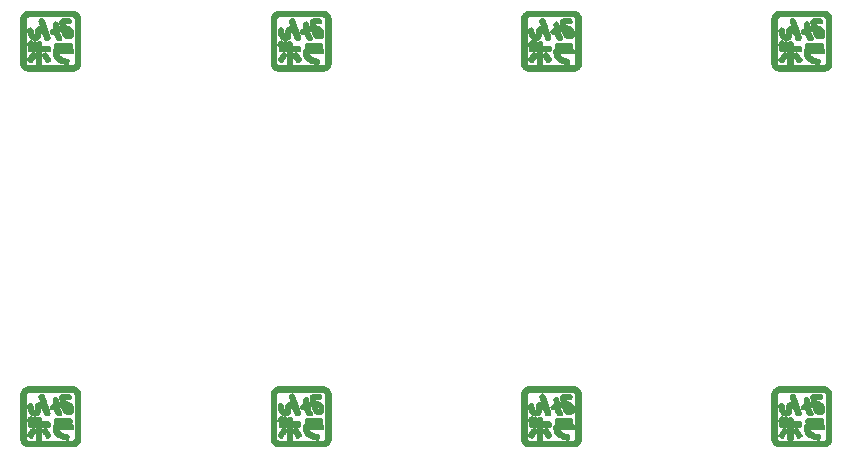
<source format=gbo>
G75*
%MOIN*%
%OFA0B0*%
%FSLAX24Y24*%
%IPPOS*%
%LPD*%
%AMOC8*
5,1,8,0,0,1.08239X$1,22.5*
%
%ADD10C,0.0059*%
D10*
X012133Y013359D02*
X012127Y013365D01*
X012121Y013371D01*
X012115Y013376D01*
X012110Y013383D01*
X012104Y013389D01*
X012099Y013395D01*
X012094Y013402D01*
X012089Y013409D01*
X012085Y013416D01*
X012080Y013423D01*
X012076Y013430D01*
X012072Y013437D01*
X012069Y013445D01*
X012066Y013453D01*
X012062Y013460D01*
X012059Y013468D01*
X012057Y013476D01*
X012054Y013485D01*
X012052Y013493D01*
X012050Y013501D01*
X012049Y013510D01*
X012047Y013518D01*
X012047Y013527D01*
X012046Y013535D01*
X012045Y013544D01*
X012045Y014177D01*
X012199Y014177D01*
X012199Y013550D01*
X012199Y013546D01*
X012199Y013542D01*
X012200Y013539D01*
X012200Y013536D01*
X012201Y013532D01*
X012202Y013529D01*
X012203Y013525D01*
X012204Y013522D01*
X012205Y013519D01*
X012206Y013516D01*
X012207Y013512D01*
X012208Y013509D01*
X012210Y013506D01*
X012212Y013503D01*
X012213Y013500D01*
X012215Y013498D01*
X012217Y013495D01*
X012219Y013492D01*
X012221Y013489D01*
X012223Y013487D01*
X012225Y013484D01*
X012227Y013482D01*
X012230Y013479D01*
X012232Y013477D01*
X012234Y013475D01*
X012237Y013472D01*
X012240Y013470D01*
X012242Y013468D01*
X012245Y013466D01*
X012248Y013465D01*
X012251Y013463D01*
X012254Y013461D01*
X012257Y013460D01*
X012260Y013458D01*
X012263Y013457D01*
X012266Y013455D01*
X012269Y013454D01*
X012272Y013453D01*
X012276Y013452D01*
X012279Y013451D01*
X012282Y013451D01*
X012286Y013450D01*
X012289Y013449D01*
X012293Y013449D01*
X012296Y013449D01*
X012300Y013449D01*
X013759Y013449D01*
X013763Y013449D01*
X013766Y013449D01*
X013770Y013449D01*
X013773Y013450D01*
X013776Y013451D01*
X013780Y013451D01*
X013783Y013452D01*
X013786Y013453D01*
X013790Y013454D01*
X013793Y013455D01*
X013796Y013457D01*
X013799Y013458D01*
X013802Y013460D01*
X013805Y013461D01*
X013808Y013463D01*
X013811Y013465D01*
X013814Y013466D01*
X013817Y013468D01*
X013819Y013470D01*
X013822Y013472D01*
X013825Y013475D01*
X013827Y013477D01*
X013829Y013479D01*
X013832Y013482D01*
X013834Y013484D01*
X013836Y013487D01*
X013838Y013489D01*
X013840Y013492D01*
X013842Y013495D01*
X013844Y013498D01*
X013846Y013500D01*
X013847Y013503D01*
X013849Y013506D01*
X013850Y013509D01*
X013852Y013512D01*
X013853Y013516D01*
X013854Y013519D01*
X013855Y013522D01*
X013856Y013525D01*
X013857Y013529D01*
X013858Y013532D01*
X013859Y013536D01*
X013859Y013539D01*
X013860Y013542D01*
X013860Y013546D01*
X013860Y013550D01*
X013860Y015009D01*
X013860Y015012D01*
X013860Y015016D01*
X013859Y015019D01*
X013859Y015023D01*
X013858Y015026D01*
X013857Y015030D01*
X013856Y015033D01*
X013855Y015036D01*
X013854Y015039D01*
X013853Y015043D01*
X013852Y015046D01*
X013850Y015049D01*
X013849Y015052D01*
X013847Y015055D01*
X013846Y015058D01*
X013844Y015061D01*
X013842Y015064D01*
X013840Y015066D01*
X013838Y015069D01*
X013836Y015072D01*
X013834Y015074D01*
X013832Y015077D01*
X013829Y015079D01*
X013827Y015081D01*
X013825Y015084D01*
X013822Y015086D01*
X013819Y015088D01*
X013817Y015090D01*
X013814Y015092D01*
X013811Y015094D01*
X013808Y015095D01*
X013805Y015097D01*
X013802Y015099D01*
X013799Y015100D01*
X013796Y015101D01*
X013793Y015103D01*
X013790Y015104D01*
X013786Y015105D01*
X013783Y015106D01*
X013780Y015107D01*
X013776Y015108D01*
X013773Y015108D01*
X013770Y015109D01*
X013766Y015109D01*
X013763Y015110D01*
X013759Y015110D01*
X012300Y015110D01*
X012296Y015110D01*
X012293Y015109D01*
X012289Y015109D01*
X012286Y015108D01*
X012282Y015108D01*
X012279Y015107D01*
X012276Y015106D01*
X012272Y015105D01*
X012269Y015104D01*
X012266Y015103D01*
X012263Y015101D01*
X012260Y015100D01*
X012257Y015099D01*
X012254Y015097D01*
X012251Y015095D01*
X012248Y015094D01*
X012245Y015092D01*
X012242Y015090D01*
X012240Y015088D01*
X012237Y015086D01*
X012234Y015084D01*
X012232Y015081D01*
X012230Y015079D01*
X012227Y015077D01*
X012225Y015074D01*
X012223Y015072D01*
X012221Y015069D01*
X012219Y015066D01*
X012217Y015064D01*
X012215Y015061D01*
X012213Y015058D01*
X012212Y015055D01*
X012210Y015052D01*
X012208Y015049D01*
X012207Y015046D01*
X012206Y015043D01*
X012205Y015039D01*
X012204Y015036D01*
X012203Y015033D01*
X012202Y015030D01*
X012201Y015026D01*
X012200Y015023D01*
X012200Y015019D01*
X012199Y015016D01*
X012199Y015012D01*
X012199Y015009D01*
X012199Y014400D01*
X012045Y014400D01*
X012045Y015014D01*
X012046Y015023D01*
X012047Y015031D01*
X012047Y015040D01*
X012049Y015049D01*
X012050Y015057D01*
X012052Y015065D01*
X012054Y015074D01*
X012057Y015082D01*
X012059Y015090D01*
X012062Y015098D01*
X012066Y015106D01*
X012069Y015113D01*
X012072Y015121D01*
X012076Y015128D01*
X012080Y015135D01*
X012085Y015143D01*
X012089Y015149D01*
X012094Y015156D01*
X012099Y015163D01*
X012104Y015169D01*
X012110Y015176D01*
X012115Y015182D01*
X012121Y015188D01*
X012127Y015193D01*
X012133Y015199D01*
X012139Y015204D01*
X012146Y015210D01*
X012152Y015215D01*
X012159Y015219D01*
X012166Y015224D01*
X012173Y015228D01*
X012180Y015232D01*
X012188Y015236D01*
X012195Y015240D01*
X012203Y015243D01*
X012211Y015246D01*
X012219Y015249D01*
X012227Y015252D01*
X012235Y015254D01*
X012243Y015256D01*
X012252Y015258D01*
X012260Y015260D01*
X012268Y015261D01*
X012277Y015262D01*
X012286Y015263D01*
X012295Y015263D01*
X013764Y015263D01*
X013773Y015263D01*
X013782Y015262D01*
X013790Y015261D01*
X013799Y015260D01*
X013807Y015258D01*
X013816Y015256D01*
X013824Y015254D01*
X013832Y015252D01*
X013840Y015249D01*
X013848Y015246D01*
X013856Y015243D01*
X013864Y015240D01*
X013871Y015236D01*
X013878Y015232D01*
X013886Y015228D01*
X013893Y015224D01*
X013900Y015219D01*
X013907Y015215D01*
X013913Y015210D01*
X013920Y015204D01*
X013926Y015199D01*
X013932Y015193D01*
X013938Y015188D01*
X013944Y015182D01*
X013949Y015176D01*
X013955Y015169D01*
X013960Y015163D01*
X013965Y015156D01*
X013970Y015149D01*
X013974Y015143D01*
X013979Y015135D01*
X013982Y015128D01*
X013986Y015121D01*
X013990Y015113D01*
X013993Y015106D01*
X013997Y015098D01*
X014000Y015090D01*
X014002Y015082D01*
X014005Y015074D01*
X014007Y015065D01*
X014008Y015057D01*
X014010Y015049D01*
X014011Y015040D01*
X014012Y015031D01*
X014013Y015023D01*
X014014Y015014D01*
X014014Y013544D01*
X014013Y013535D01*
X014012Y013527D01*
X014011Y013518D01*
X014010Y013510D01*
X014008Y013501D01*
X014007Y013493D01*
X014005Y013485D01*
X014002Y013476D01*
X014000Y013468D01*
X013997Y013460D01*
X013993Y013453D01*
X013990Y013445D01*
X013986Y013437D01*
X013982Y013430D01*
X013979Y013423D01*
X013974Y013416D01*
X013970Y013409D01*
X013965Y013402D01*
X013960Y013395D01*
X013955Y013389D01*
X013949Y013383D01*
X013944Y013376D01*
X013938Y013371D01*
X013932Y013365D01*
X013926Y013359D01*
X013920Y013354D01*
X013913Y013349D01*
X013907Y013344D01*
X013900Y013339D01*
X013893Y013334D01*
X013886Y013330D01*
X013878Y013326D01*
X013871Y013322D01*
X013864Y013318D01*
X013856Y013315D01*
X013848Y013312D01*
X013840Y013309D01*
X013832Y013307D01*
X013824Y013304D01*
X013816Y013302D01*
X013807Y013300D01*
X013799Y013298D01*
X013790Y013297D01*
X013782Y013296D01*
X013773Y013295D01*
X013764Y013295D01*
X012295Y013295D01*
X012286Y013295D01*
X012277Y013296D01*
X012268Y013297D01*
X012260Y013298D01*
X012252Y013300D01*
X012243Y013302D01*
X012235Y013304D01*
X012227Y013307D01*
X012219Y013309D01*
X012211Y013312D01*
X012203Y013315D01*
X012195Y013318D01*
X012188Y013322D01*
X012180Y013326D01*
X012173Y013330D01*
X012166Y013334D01*
X012159Y013339D01*
X012152Y013344D01*
X012146Y013349D01*
X012139Y013354D01*
X012133Y013359D01*
X012135Y013358D02*
X013924Y013358D01*
X013974Y013415D02*
X012085Y013415D01*
X012058Y013473D02*
X012237Y013473D01*
X012201Y013530D02*
X012046Y013530D01*
X012045Y013588D02*
X012199Y013588D01*
X012199Y013645D02*
X012045Y013645D01*
X012045Y013703D02*
X012199Y013703D01*
X012199Y013761D02*
X012045Y013761D01*
X012045Y013818D02*
X012199Y013818D01*
X012199Y013876D02*
X012045Y013876D01*
X012045Y013933D02*
X012199Y013933D01*
X012199Y013991D02*
X012045Y013991D01*
X012045Y014048D02*
X012199Y014048D01*
X012199Y014106D02*
X012045Y014106D01*
X012045Y014143D02*
X012045Y014426D01*
X012199Y014426D01*
X012199Y014143D01*
X012045Y014143D01*
X012045Y014163D02*
X012199Y014163D01*
X012045Y014163D01*
X012045Y014221D02*
X012199Y014221D01*
X012199Y014279D02*
X012045Y014279D01*
X012045Y014336D02*
X012199Y014336D01*
X012199Y014394D02*
X012045Y014394D01*
X012045Y014451D02*
X012199Y014451D01*
X012199Y014509D02*
X012045Y014509D01*
X012045Y014566D02*
X012199Y014566D01*
X012199Y014624D02*
X012045Y014624D01*
X012045Y014681D02*
X012199Y014681D01*
X012199Y014739D02*
X012045Y014739D01*
X012045Y014797D02*
X012199Y014797D01*
X012199Y014854D02*
X012045Y014854D01*
X012045Y014912D02*
X012199Y014912D01*
X012199Y014969D02*
X012045Y014969D01*
X012046Y015027D02*
X012201Y015027D01*
X012235Y015084D02*
X012058Y015084D01*
X012084Y015142D02*
X013975Y015142D01*
X014001Y015084D02*
X013824Y015084D01*
X013858Y015027D02*
X014013Y015027D01*
X014014Y014969D02*
X013860Y014969D01*
X013860Y014912D02*
X014014Y014912D01*
X014014Y014854D02*
X013860Y014854D01*
X013860Y014797D02*
X014014Y014797D01*
X014014Y014739D02*
X013860Y014739D01*
X013860Y014681D02*
X014014Y014681D01*
X014014Y014624D02*
X013860Y014624D01*
X013860Y014566D02*
X014014Y014566D01*
X014014Y014509D02*
X013860Y014509D01*
X013860Y014451D02*
X014014Y014451D01*
X014014Y014394D02*
X013860Y014394D01*
X013860Y014336D02*
X014014Y014336D01*
X014014Y014279D02*
X013860Y014279D01*
X013860Y014221D02*
X014014Y014221D01*
X014014Y014163D02*
X013860Y014163D01*
X013860Y014106D02*
X014014Y014106D01*
X014014Y014048D02*
X013860Y014048D01*
X013860Y013991D02*
X014014Y013991D01*
X014014Y013933D02*
X013860Y013933D01*
X013860Y013876D02*
X014014Y013876D01*
X014014Y013818D02*
X013860Y013818D01*
X013860Y013761D02*
X014014Y013761D01*
X014014Y013703D02*
X013860Y013703D01*
X013860Y013645D02*
X014014Y013645D01*
X014014Y013588D02*
X013860Y013588D01*
X013858Y013530D02*
X014013Y013530D01*
X014001Y013473D02*
X013822Y013473D01*
X013807Y013300D02*
X012252Y013300D01*
X012367Y013584D02*
X012364Y013586D01*
X012346Y013598D01*
X012328Y013610D01*
X012310Y013623D01*
X012291Y013635D01*
X012288Y013637D01*
X012285Y013640D01*
X012283Y013643D01*
X012281Y013646D01*
X012280Y013650D01*
X012279Y013653D01*
X012279Y013657D01*
X012278Y013661D01*
X012279Y013665D01*
X012280Y013668D01*
X012281Y013672D01*
X012284Y013675D01*
X012317Y013725D01*
X012351Y013775D01*
X012385Y013824D01*
X012418Y013874D01*
X012421Y013877D01*
X012423Y013880D01*
X012427Y013882D01*
X012430Y013884D01*
X012433Y013886D01*
X012437Y013886D01*
X012440Y013887D01*
X012444Y013887D01*
X012448Y013886D01*
X012452Y013886D01*
X012455Y013884D01*
X012459Y013882D01*
X012477Y013870D01*
X012495Y013857D01*
X012513Y013845D01*
X012531Y013833D01*
X012534Y013831D01*
X012537Y013828D01*
X012539Y013825D01*
X012541Y013822D01*
X012542Y013818D01*
X012380Y013818D01*
X012341Y013761D02*
X012517Y013761D01*
X012505Y013743D02*
X012471Y013693D01*
X012438Y013644D01*
X012404Y013594D01*
X012402Y013591D01*
X012399Y013588D01*
X012361Y013588D01*
X012367Y013584D02*
X012371Y013582D01*
X012374Y013582D01*
X012378Y013581D01*
X012382Y013581D01*
X012385Y013582D01*
X012389Y013582D01*
X012393Y013584D01*
X012396Y013586D01*
X012399Y013588D01*
X012439Y013645D02*
X012282Y013645D01*
X012303Y013703D02*
X012478Y013703D01*
X012505Y013743D02*
X012539Y013793D01*
X012541Y013796D01*
X012542Y013800D01*
X012543Y013803D01*
X012544Y013807D01*
X012544Y013811D01*
X012543Y013814D01*
X012542Y013818D01*
X012580Y013818D02*
X012717Y013818D01*
X012755Y013811D02*
X012755Y013814D01*
X012756Y013818D01*
X012918Y013818D01*
X012914Y013824D02*
X012948Y013775D01*
X012981Y013725D01*
X013015Y013675D01*
X013017Y013672D01*
X013019Y013668D01*
X013019Y013665D01*
X013020Y013661D01*
X013020Y013657D01*
X013019Y013653D01*
X013019Y013650D01*
X013017Y013646D01*
X013015Y013643D01*
X013013Y013640D01*
X013010Y013637D01*
X013007Y013635D01*
X012989Y013623D01*
X012971Y013610D01*
X012953Y013598D01*
X012935Y013586D01*
X012932Y013584D01*
X012928Y013582D01*
X012924Y013582D01*
X012921Y013581D01*
X012917Y013581D01*
X012913Y013582D01*
X012909Y013582D01*
X012906Y013584D01*
X012903Y013586D01*
X012900Y013588D01*
X012897Y013591D01*
X012895Y013594D01*
X012861Y013644D01*
X012827Y013693D01*
X012794Y013743D01*
X012760Y013793D01*
X012758Y013796D01*
X012756Y013800D01*
X012755Y013803D01*
X012755Y013807D01*
X012755Y013811D01*
X012756Y013818D02*
X012758Y013822D01*
X012760Y013825D01*
X012762Y013828D01*
X012764Y013831D01*
X012768Y013833D01*
X012786Y013845D01*
X012804Y013857D01*
X012822Y013870D01*
X012840Y013882D01*
X012843Y013884D01*
X012847Y013886D01*
X012851Y013886D01*
X012854Y013887D01*
X012858Y013887D01*
X012862Y013886D01*
X012865Y013886D01*
X012869Y013884D01*
X012872Y013882D01*
X012875Y013880D01*
X012878Y013877D01*
X012880Y013874D01*
X012914Y013824D01*
X012879Y013876D02*
X012831Y013876D01*
X012717Y013876D02*
X012580Y013876D01*
X012580Y013933D02*
X012717Y013933D01*
X012717Y013951D02*
X012717Y013526D01*
X012716Y013522D01*
X012715Y013519D01*
X012713Y013515D01*
X012711Y013512D01*
X012709Y013510D01*
X012706Y013507D01*
X012703Y013505D01*
X012699Y013503D01*
X012696Y013502D01*
X012692Y013501D01*
X012605Y013501D01*
X012601Y013502D01*
X012597Y013503D01*
X012594Y013505D01*
X012591Y013507D01*
X012588Y013510D01*
X012585Y013512D01*
X012583Y013515D01*
X012582Y013519D01*
X012580Y013522D01*
X012580Y013526D01*
X012580Y013951D01*
X012336Y013951D01*
X012332Y013952D01*
X012329Y013954D01*
X012325Y013955D01*
X012322Y013957D01*
X012319Y013960D01*
X012317Y013962D01*
X012315Y013966D01*
X012313Y013969D01*
X012312Y013972D01*
X012311Y013976D01*
X012311Y013980D01*
X012311Y014064D01*
X012312Y014068D01*
X012313Y014071D01*
X012315Y014075D01*
X012317Y014078D01*
X012319Y014080D01*
X012322Y014083D01*
X012325Y014085D01*
X012329Y014086D01*
X012332Y014088D01*
X012336Y014089D01*
X012580Y014089D01*
X012580Y014210D01*
X012580Y014213D01*
X012582Y014217D01*
X012583Y014220D01*
X012585Y014224D01*
X012588Y014226D01*
X012591Y014229D01*
X012594Y014231D01*
X012597Y014232D01*
X012601Y014234D01*
X012605Y014235D01*
X012692Y014235D01*
X012696Y014234D01*
X012699Y014232D01*
X012703Y014231D01*
X012706Y014229D01*
X012709Y014226D01*
X012711Y014224D01*
X012713Y014220D01*
X012715Y014217D01*
X012716Y014213D01*
X012717Y014210D01*
X012717Y014089D01*
X012974Y014089D01*
X012977Y014088D01*
X012981Y014086D01*
X012984Y014085D01*
X012987Y014083D01*
X012990Y014080D01*
X012993Y014078D01*
X012995Y014075D01*
X012996Y014071D01*
X012998Y014068D01*
X012999Y014064D01*
X012999Y013976D01*
X012998Y013972D01*
X012996Y013969D01*
X012995Y013966D01*
X012993Y013962D01*
X012990Y013960D01*
X012987Y013957D01*
X012984Y013955D01*
X012981Y013954D01*
X012977Y013952D01*
X012974Y013951D01*
X012717Y013951D01*
X012717Y014106D02*
X012580Y014106D01*
X012580Y014163D02*
X012717Y014163D01*
X012713Y014221D02*
X012584Y014221D01*
X012554Y014214D02*
X012553Y014218D01*
X012551Y014223D01*
X012546Y014228D01*
X012541Y014233D01*
X012534Y014238D01*
X012524Y014245D01*
X012514Y014252D01*
X012506Y014257D01*
X012500Y014259D01*
X012493Y014262D01*
X012488Y014263D01*
X012484Y014262D01*
X012480Y014261D01*
X012476Y014258D01*
X012472Y014254D01*
X012469Y014250D01*
X012465Y014244D01*
X012460Y014237D01*
X012448Y014220D01*
X012436Y014202D01*
X012425Y014185D01*
X012413Y014168D01*
X012409Y014162D01*
X012406Y014157D01*
X012404Y014153D01*
X012402Y014149D01*
X012401Y014145D01*
X012402Y014141D01*
X012403Y014137D01*
X012405Y014132D01*
X012410Y014127D01*
X012415Y014122D01*
X012422Y014116D01*
X012432Y014110D01*
X012442Y014103D01*
X012450Y014098D01*
X012456Y014096D01*
X012463Y014093D01*
X012468Y014092D01*
X012472Y014093D01*
X012476Y014094D01*
X012480Y014096D01*
X012483Y014100D01*
X012486Y014103D01*
X012489Y014108D01*
X012493Y014113D01*
X012505Y014131D01*
X012517Y014148D01*
X012528Y014165D01*
X012540Y014183D01*
X012545Y014190D01*
X012549Y014195D01*
X012551Y014200D01*
X012554Y014205D01*
X012555Y014210D01*
X012554Y014214D01*
X012552Y014221D02*
X012449Y014221D01*
X012427Y014224D02*
X012426Y014220D01*
X012423Y014215D01*
X012421Y014210D01*
X012417Y014204D01*
X012412Y014197D01*
X012400Y014180D01*
X012389Y014163D01*
X012274Y014163D01*
X012276Y014168D01*
X012278Y014172D01*
X012281Y014177D01*
X012285Y014182D01*
X012297Y014200D01*
X012308Y014217D01*
X012320Y014234D01*
X012332Y014252D01*
X012337Y014259D01*
X012340Y014264D01*
X012344Y014268D01*
X012348Y014273D01*
X012352Y014275D01*
X012356Y014276D01*
X012360Y014277D01*
X012365Y014277D01*
X012372Y014274D01*
X012378Y014271D01*
X012386Y014267D01*
X012396Y014260D01*
X012406Y014253D01*
X012413Y014248D01*
X012418Y014243D01*
X012423Y014238D01*
X012425Y014233D01*
X012426Y014229D01*
X012427Y014224D01*
X012426Y014221D02*
X012311Y014221D01*
X012274Y014163D02*
X012273Y014160D01*
X012274Y014155D01*
X012275Y014151D01*
X012277Y014147D01*
X012282Y014142D01*
X012287Y014137D01*
X012294Y014131D01*
X012304Y014124D01*
X012314Y014118D01*
X012322Y014113D01*
X012328Y014110D01*
X012335Y014108D01*
X012340Y014107D01*
X012344Y014108D01*
X012348Y014109D01*
X012351Y014111D01*
X012355Y014114D01*
X012358Y014118D01*
X012361Y014122D01*
X012365Y014128D01*
X012377Y014145D01*
X012389Y014163D01*
X012410Y014163D02*
X012527Y014163D01*
X012488Y014106D02*
X012437Y014106D01*
X012311Y014048D02*
X012999Y014048D01*
X012999Y013991D02*
X012311Y013991D01*
X012419Y013876D02*
X012468Y013876D01*
X012580Y013761D02*
X012717Y013761D01*
X012717Y013703D02*
X012580Y013703D01*
X012580Y013645D02*
X012717Y013645D01*
X012717Y013588D02*
X012580Y013588D01*
X012580Y013530D02*
X012717Y013530D01*
X012860Y013645D02*
X013017Y013645D01*
X012996Y013703D02*
X012821Y013703D01*
X012782Y013761D02*
X012957Y013761D01*
X012938Y013588D02*
X012900Y013588D01*
X013178Y013713D02*
X013160Y013751D01*
X013141Y013789D01*
X013131Y013828D01*
X013128Y013867D01*
X013128Y013976D01*
X013129Y013980D01*
X013130Y013984D01*
X013132Y013987D01*
X013134Y013990D01*
X013137Y013993D01*
X013139Y013995D01*
X013142Y013998D01*
X013146Y013999D01*
X013149Y014001D01*
X013153Y014001D01*
X013157Y014001D01*
X013750Y014001D01*
X013754Y014001D01*
X013757Y013999D01*
X013761Y013998D01*
X013764Y013995D01*
X013766Y013993D01*
X013769Y013990D01*
X013771Y013987D01*
X013773Y013984D01*
X013774Y013980D01*
X013775Y013976D01*
X013775Y013894D01*
X013774Y013890D01*
X013773Y013887D01*
X013771Y013883D01*
X013769Y013880D01*
X013766Y013877D01*
X013764Y013875D01*
X013761Y013873D01*
X013757Y013871D01*
X013754Y013870D01*
X013750Y013869D01*
X013280Y013869D01*
X013280Y013866D01*
X013281Y013863D01*
X013281Y013860D01*
X013282Y013857D01*
X013283Y013854D01*
X013284Y013851D01*
X013285Y013848D01*
X013286Y013845D01*
X013287Y013842D01*
X013288Y013839D01*
X013289Y013836D01*
X013290Y013833D01*
X013299Y013813D01*
X013312Y013793D01*
X013329Y013774D01*
X013346Y013756D01*
X013367Y013738D01*
X013392Y013723D01*
X013417Y013708D01*
X013447Y013694D01*
X013480Y013683D01*
X013513Y013672D01*
X013551Y013663D01*
X013593Y013657D01*
X013596Y013657D01*
X013599Y013656D01*
X013603Y013656D01*
X013606Y013656D01*
X013610Y013655D01*
X013614Y013653D01*
X013617Y013651D01*
X013620Y013649D01*
X013622Y013646D01*
X013624Y013643D01*
X013626Y013639D01*
X013627Y013636D01*
X013628Y013632D01*
X013629Y013628D01*
X013628Y013625D01*
X013628Y013621D01*
X013622Y013599D01*
X013617Y013578D01*
X013612Y013557D01*
X013607Y013536D01*
X013606Y013532D01*
X013604Y013529D01*
X013602Y013526D01*
X013600Y013523D01*
X013597Y013520D01*
X013594Y013518D01*
X013591Y013516D01*
X013588Y013515D01*
X013584Y013514D01*
X013580Y013514D01*
X013577Y013514D01*
X013573Y013515D01*
X013573Y013514D01*
X013573Y013514D01*
X013573Y013514D01*
X013573Y013514D01*
X013571Y013514D01*
X013570Y013514D01*
X013569Y013514D01*
X013568Y013514D01*
X013567Y013514D01*
X013566Y013514D01*
X013566Y013514D01*
X013565Y013514D01*
X013564Y013514D01*
X013563Y013514D01*
X013562Y013515D01*
X013489Y013523D01*
X013427Y013540D01*
X013373Y013563D01*
X013319Y013585D01*
X013275Y013613D01*
X013240Y013645D01*
X013622Y013645D01*
X013620Y013588D02*
X013315Y013588D01*
X013240Y013645D02*
X013205Y013678D01*
X013178Y013713D01*
X013186Y013703D02*
X013428Y013703D01*
X013341Y013761D02*
X013155Y013761D01*
X013133Y013818D02*
X013296Y013818D01*
X013128Y013876D02*
X013765Y013876D01*
X013775Y013933D02*
X013128Y013933D01*
X013135Y013991D02*
X013769Y013991D01*
X013710Y014071D02*
X013707Y014069D01*
X013704Y014067D01*
X013700Y014066D01*
X013697Y014065D01*
X013331Y014065D01*
X013211Y014065D01*
X013207Y014065D01*
X013203Y014066D01*
X013199Y014067D01*
X013196Y014069D01*
X013193Y014071D01*
X013190Y014074D01*
X013187Y014076D01*
X013185Y014079D01*
X013184Y014083D01*
X013182Y014086D01*
X013182Y014090D01*
X013182Y014172D01*
X013182Y014175D01*
X013184Y014179D01*
X013185Y014182D01*
X013187Y014185D01*
X013190Y014188D01*
X013193Y014191D01*
X013196Y014193D01*
X013199Y014194D01*
X013203Y014196D01*
X013207Y014197D01*
X013697Y014197D01*
X013700Y014196D01*
X013704Y014194D01*
X013707Y014193D01*
X013710Y014191D01*
X013713Y014188D01*
X013716Y014185D01*
X013718Y014182D01*
X013719Y014179D01*
X013721Y014175D01*
X013722Y014172D01*
X013722Y014090D01*
X013721Y014086D01*
X013719Y014083D01*
X013718Y014079D01*
X013716Y014076D01*
X013713Y014074D01*
X013710Y014071D01*
X013722Y014106D02*
X013182Y014106D01*
X013182Y014163D02*
X013722Y014163D01*
X013668Y014376D02*
X013660Y014374D01*
X013652Y014373D01*
X013644Y014372D01*
X013636Y014371D01*
X013629Y014371D01*
X013621Y014370D01*
X013614Y014371D01*
X013606Y014371D01*
X013599Y014372D01*
X013591Y014374D01*
X013584Y014375D01*
X013577Y014377D01*
X013570Y014379D01*
X013562Y014382D01*
X013555Y014385D01*
X013549Y014388D01*
X013542Y014391D01*
X013535Y014395D01*
X013529Y014399D01*
X013522Y014403D01*
X013516Y014407D01*
X013511Y014412D01*
X013505Y014417D01*
X013499Y014422D01*
X013494Y014428D01*
X013489Y014433D01*
X013485Y014439D01*
X013481Y014445D01*
X013476Y014452D01*
X013472Y014458D01*
X013468Y014465D01*
X013464Y014472D01*
X013460Y014479D01*
X013457Y014486D01*
X013453Y014494D01*
X013450Y014501D01*
X013446Y014509D01*
X013443Y014517D01*
X013440Y014525D01*
X013437Y014533D01*
X013434Y014541D01*
X013431Y014550D01*
X013428Y014558D01*
X013428Y014559D01*
X013427Y014561D01*
X013427Y014562D01*
X013421Y014579D01*
X013420Y014584D01*
X013417Y014592D01*
X013414Y014601D01*
X013412Y014610D01*
X013409Y014619D01*
X013406Y014628D01*
X013404Y014636D01*
X013398Y014635D01*
X013393Y014634D01*
X013388Y014633D01*
X013383Y014632D01*
X013378Y014631D01*
X013374Y014630D01*
X013369Y014628D01*
X013364Y014627D01*
X013360Y014625D01*
X013355Y014624D01*
X013035Y014624D01*
X013035Y014625D02*
X013037Y014627D01*
X013038Y014629D01*
X013039Y014631D01*
X013041Y014633D01*
X013043Y014635D01*
X013045Y014637D01*
X013046Y014639D01*
X013048Y014641D01*
X013051Y014642D01*
X013053Y014644D01*
X013055Y014645D01*
X013058Y014647D01*
X013060Y014648D01*
X013063Y014650D01*
X013066Y014651D01*
X013069Y014653D01*
X013072Y014654D01*
X013075Y014656D01*
X013078Y014658D01*
X013081Y014660D01*
X013085Y014662D01*
X013088Y014663D01*
X013092Y014665D01*
X013095Y014667D01*
X013099Y014669D01*
X013103Y014671D01*
X013106Y014673D01*
X013110Y014675D01*
X013113Y014677D01*
X013117Y014679D01*
X013121Y014681D01*
X013124Y014683D01*
X013128Y014685D01*
X013131Y014686D01*
X013135Y014688D01*
X013138Y014690D01*
X013137Y014702D01*
X013136Y014713D01*
X013135Y014724D01*
X013134Y014734D01*
X013133Y014745D01*
X013132Y014754D01*
X013132Y014764D01*
X013131Y014773D01*
X013131Y014781D01*
X013130Y014789D01*
X013130Y014797D01*
X013129Y014804D01*
X013129Y014811D01*
X013129Y014817D01*
X013129Y014822D01*
X013129Y014828D01*
X013128Y014832D01*
X013128Y014836D01*
X013128Y014840D01*
X013128Y014843D01*
X013128Y014845D01*
X013128Y014847D01*
X013128Y014851D01*
X013129Y014855D01*
X013130Y014858D01*
X013131Y014862D01*
X013132Y014865D01*
X013134Y014868D01*
X013136Y014872D01*
X013138Y014875D01*
X013140Y014877D01*
X013143Y014880D01*
X013145Y014883D01*
X013149Y014885D01*
X013152Y014888D01*
X013155Y014890D01*
X013159Y014892D01*
X013162Y014894D01*
X013166Y014895D01*
X013170Y014897D01*
X013174Y014898D01*
X013178Y014899D01*
X013182Y014900D01*
X013186Y014901D01*
X013190Y014902D01*
X013195Y014902D01*
X013199Y014902D01*
X013203Y014902D01*
X013207Y014901D01*
X013211Y014901D01*
X013215Y014900D01*
X013219Y014899D01*
X013223Y014897D01*
X013227Y014896D01*
X013230Y014894D01*
X013234Y014892D01*
X013237Y014889D01*
X013240Y014887D01*
X013244Y014884D01*
X013246Y014882D01*
X013249Y014879D01*
X013251Y014876D01*
X013253Y014872D01*
X013255Y014869D01*
X013257Y014866D01*
X013258Y014862D01*
X013259Y014859D01*
X013260Y014855D01*
X013261Y014851D01*
X013261Y014848D01*
X013261Y014846D01*
X013261Y014845D01*
X013261Y014843D01*
X013261Y014840D01*
X013261Y014836D01*
X013261Y014833D01*
X013261Y014829D01*
X013262Y014824D01*
X013262Y014819D01*
X013262Y014814D01*
X013263Y014808D01*
X013263Y014802D01*
X013263Y014796D01*
X013264Y014789D01*
X013265Y014782D01*
X013265Y014775D01*
X013266Y014768D01*
X013267Y014761D01*
X013268Y014754D01*
X013269Y014747D01*
X013270Y014740D01*
X013272Y014733D01*
X013273Y014725D01*
X013277Y014727D01*
X013282Y014728D01*
X013286Y014729D01*
X013290Y014730D01*
X013295Y014732D01*
X013299Y014733D01*
X013303Y014734D01*
X013307Y014735D01*
X013312Y014737D01*
X013316Y014738D01*
X013320Y014739D01*
X013324Y014740D01*
X013329Y014742D01*
X013333Y014743D01*
X013337Y014744D01*
X013341Y014745D01*
X013346Y014746D01*
X013350Y014747D01*
X013354Y014748D01*
X013358Y014749D01*
X013362Y014750D01*
X013367Y014751D01*
X013371Y014752D01*
X013375Y014753D01*
X013373Y014760D01*
X013372Y014768D01*
X013370Y014776D01*
X013368Y014784D01*
X013366Y014793D01*
X013365Y014802D01*
X013363Y014811D01*
X013361Y014820D01*
X013359Y014829D01*
X013358Y014838D01*
X013356Y014847D01*
X013355Y014856D01*
X013353Y014864D01*
X013352Y014873D01*
X013350Y014880D01*
X013349Y014888D01*
X013348Y014894D01*
X013347Y014900D01*
X013346Y014906D01*
X013345Y014911D01*
X013345Y014914D01*
X013344Y014918D01*
X013344Y014920D01*
X013344Y014927D01*
X013344Y014933D01*
X013346Y014938D01*
X013347Y014944D01*
X013349Y014949D01*
X013351Y014954D01*
X013353Y014959D01*
X013356Y014963D01*
X013359Y014968D01*
X013362Y014972D01*
X013366Y014976D01*
X013370Y014979D01*
X013374Y014983D01*
X013379Y014986D01*
X013383Y014989D01*
X013388Y014991D01*
X013393Y014994D01*
X013399Y014996D01*
X013404Y014997D01*
X013410Y014999D01*
X013416Y015000D01*
X013423Y015001D01*
X013429Y015001D01*
X013649Y015001D01*
X013654Y015001D01*
X013658Y015000D01*
X013662Y014999D01*
X013665Y014998D01*
X013669Y014996D01*
X013672Y014994D01*
X013675Y014992D01*
X013678Y014990D01*
X013681Y014988D01*
X013683Y014985D01*
X013685Y014982D01*
X013687Y014979D01*
X013689Y014976D01*
X013691Y014973D01*
X013693Y014970D01*
X013694Y014966D01*
X013695Y014963D01*
X013696Y014959D01*
X013697Y014955D01*
X013697Y014951D01*
X013698Y014948D01*
X013698Y014944D01*
X013698Y014936D01*
X013698Y014932D01*
X013697Y014928D01*
X013697Y014924D01*
X013696Y014920D01*
X013695Y014916D01*
X013694Y014912D01*
X013692Y014908D01*
X013691Y014905D01*
X013689Y014901D01*
X013687Y014898D01*
X013685Y014895D01*
X013682Y014891D01*
X013680Y014889D01*
X013677Y014886D01*
X013674Y014883D01*
X013671Y014881D01*
X013668Y014879D01*
X013664Y014877D01*
X013661Y014876D01*
X013657Y014875D01*
X013653Y014874D01*
X013649Y014873D01*
X013644Y014873D01*
X013510Y014873D01*
X013502Y014873D01*
X013486Y014873D01*
X013486Y014872D01*
X013486Y014870D01*
X013487Y014868D01*
X013487Y014865D01*
X013488Y014862D01*
X013488Y014858D01*
X013489Y014854D01*
X013355Y014854D01*
X013366Y014797D02*
X013500Y014797D01*
X013499Y014799D02*
X013500Y014793D01*
X013501Y014787D01*
X013502Y014782D01*
X013504Y014777D01*
X013505Y014772D01*
X013506Y014767D01*
X013528Y014767D01*
X013548Y014765D01*
X013567Y014762D01*
X013586Y014759D01*
X013604Y014755D01*
X013620Y014749D01*
X013637Y014743D01*
X013652Y014735D01*
X013666Y014727D01*
X013680Y014718D01*
X013693Y014708D01*
X013704Y014698D01*
X013716Y014687D01*
X013726Y014675D01*
X013735Y014662D01*
X013743Y014649D01*
X013751Y014636D01*
X013757Y014621D01*
X013763Y014607D01*
X013767Y014592D01*
X013770Y014576D01*
X013773Y014560D01*
X013775Y014543D01*
X013775Y014525D01*
X013775Y014523D01*
X013775Y014521D01*
X013775Y014519D01*
X013775Y014518D01*
X013775Y014516D01*
X013775Y014514D01*
X013775Y014512D01*
X013774Y014511D01*
X013774Y014509D01*
X013774Y014507D01*
X013774Y014505D01*
X013774Y014504D01*
X013774Y014502D01*
X013774Y014500D01*
X013774Y014498D01*
X013773Y014497D01*
X013773Y014495D01*
X013773Y014493D01*
X013773Y014491D01*
X013772Y014490D01*
X013772Y014488D01*
X013772Y014486D01*
X013772Y014484D01*
X013770Y014475D01*
X013768Y014466D01*
X013765Y014457D01*
X013762Y014449D01*
X013759Y014441D01*
X013755Y014434D01*
X013751Y014427D01*
X013746Y014421D01*
X013741Y014416D01*
X013736Y014410D01*
X013730Y014405D01*
X013724Y014400D01*
X013718Y014396D01*
X013711Y014392D01*
X013704Y014389D01*
X013698Y014385D01*
X013690Y014382D01*
X013683Y014380D01*
X013676Y014378D01*
X013668Y014376D01*
X013714Y014394D02*
X013537Y014394D01*
X013476Y014451D02*
X013763Y014451D01*
X013774Y014509D02*
X013633Y014509D01*
X013634Y014509D02*
X013635Y014510D01*
X013636Y014511D01*
X013638Y014512D01*
X013639Y014513D01*
X013640Y014515D01*
X013642Y014516D01*
X013643Y014517D01*
X013644Y014519D01*
X013645Y014520D01*
X013646Y014522D01*
X013647Y014524D01*
X013648Y014526D01*
X013648Y014528D01*
X013649Y014530D01*
X013650Y014532D01*
X013650Y014534D01*
X013651Y014537D01*
X013651Y014537D01*
X013651Y014537D01*
X013651Y014538D01*
X013651Y014538D01*
X013651Y014538D01*
X013651Y014539D01*
X013651Y014539D01*
X013651Y014539D01*
X013651Y014540D01*
X013651Y014540D01*
X013651Y014540D01*
X013651Y014541D01*
X013651Y014541D01*
X013651Y014542D01*
X013651Y014542D01*
X013651Y014542D01*
X013651Y014543D01*
X013651Y014543D01*
X013651Y014543D01*
X013651Y014549D01*
X013651Y014554D01*
X013650Y014559D01*
X013649Y014564D01*
X013647Y014569D01*
X013645Y014574D01*
X013643Y014579D01*
X013640Y014585D01*
X013637Y014590D01*
X013634Y014595D01*
X013630Y014600D01*
X013626Y014605D01*
X013621Y014610D01*
X013616Y014615D01*
X013610Y014620D01*
X013604Y014624D01*
X013598Y014628D01*
X013591Y014632D01*
X013584Y014636D01*
X013576Y014639D01*
X013567Y014642D01*
X013559Y014645D01*
X013549Y014647D01*
X013539Y014648D01*
X013541Y014641D01*
X013543Y014635D01*
X013545Y014628D01*
X013547Y014621D01*
X013549Y014615D01*
X013551Y014609D01*
X013553Y014602D01*
X013555Y014596D01*
X013557Y014590D01*
X013559Y014585D01*
X013560Y014579D01*
X013562Y014574D01*
X013562Y014573D01*
X013566Y014562D01*
X013427Y014562D01*
X013566Y014562D01*
X013566Y014561D01*
X013567Y014560D01*
X013567Y014559D01*
X013569Y014555D01*
X013570Y014550D01*
X013572Y014546D01*
X013573Y014543D01*
X013575Y014539D01*
X013576Y014536D01*
X013578Y014533D01*
X013579Y014530D01*
X013581Y014528D01*
X013582Y014526D01*
X013584Y014524D01*
X013585Y014522D01*
X013587Y014520D01*
X013588Y014518D01*
X013590Y014517D01*
X013592Y014515D01*
X013593Y014514D01*
X013595Y014512D01*
X013597Y014511D01*
X013599Y014510D01*
X013600Y014509D01*
X013447Y014509D01*
X013425Y014566D02*
X013565Y014566D01*
X013547Y014624D02*
X013407Y014624D01*
X013355Y014624D02*
X013351Y014623D01*
X013347Y014621D01*
X013342Y014620D01*
X013338Y014618D01*
X013333Y014617D01*
X013329Y014615D01*
X013325Y014614D01*
X013320Y014612D01*
X013316Y014610D01*
X013312Y014609D01*
X013307Y014607D01*
X013302Y014606D01*
X013298Y014604D01*
X013293Y014602D01*
X013296Y014592D01*
X013298Y014582D01*
X013301Y014573D01*
X013304Y014564D01*
X013307Y014555D01*
X013310Y014546D01*
X013313Y014537D01*
X013316Y014529D01*
X013320Y014521D01*
X013323Y014513D01*
X013327Y014505D01*
X013331Y014497D01*
X013334Y014489D01*
X013338Y014482D01*
X013342Y014474D01*
X013346Y014467D01*
X013350Y014460D01*
X013355Y014452D01*
X013359Y014445D01*
X013363Y014438D01*
X013368Y014431D01*
X013372Y014423D01*
X013377Y014416D01*
X013381Y014409D01*
X013383Y014405D01*
X013385Y014402D01*
X013386Y014398D01*
X013387Y014394D01*
X013388Y014390D01*
X013388Y014386D01*
X013388Y014382D01*
X013387Y014378D01*
X013387Y014373D01*
X013386Y014369D01*
X013385Y014365D01*
X013383Y014361D01*
X013382Y014357D01*
X013380Y014353D01*
X013377Y014349D01*
X013375Y014345D01*
X013373Y014342D01*
X013370Y014339D01*
X013367Y014336D01*
X013364Y014333D01*
X013361Y014331D01*
X013357Y014328D01*
X013354Y014326D01*
X013350Y014325D01*
X013347Y014324D01*
X013344Y014323D01*
X013341Y014322D01*
X013338Y014322D01*
X013335Y014321D01*
X013332Y014320D01*
X013329Y014320D01*
X013326Y014320D01*
X013322Y014319D01*
X013319Y014319D01*
X013316Y014319D01*
X013313Y014319D01*
X013310Y014320D01*
X013307Y014320D01*
X013305Y014320D01*
X013302Y014321D01*
X013299Y014321D01*
X013296Y014322D01*
X013294Y014323D01*
X013291Y014323D01*
X013289Y014324D01*
X013286Y014325D01*
X013284Y014326D01*
X013282Y014328D01*
X013277Y014331D01*
X013271Y014335D01*
X013266Y014340D01*
X013260Y014346D01*
X013255Y014352D01*
X013249Y014359D01*
X013243Y014366D01*
X013238Y014374D01*
X013232Y014383D01*
X013226Y014392D01*
X013221Y014401D01*
X013215Y014412D01*
X013210Y014422D01*
X013204Y014432D01*
X013199Y014443D01*
X013194Y014454D01*
X013189Y014466D01*
X013184Y014478D01*
X013179Y014489D01*
X013175Y014502D01*
X013170Y014514D01*
X013166Y014526D01*
X013162Y014538D01*
X013159Y014550D01*
X013156Y014549D01*
X013152Y014547D01*
X013149Y014545D01*
X013146Y014544D01*
X013143Y014542D01*
X013140Y014540D01*
X013136Y014539D01*
X013133Y014537D01*
X013130Y014536D01*
X013127Y014534D01*
X013123Y014532D01*
X013120Y014531D01*
X013117Y014530D01*
X013114Y014528D01*
X013112Y014527D01*
X013109Y014526D01*
X013106Y014525D01*
X013104Y014524D01*
X013102Y014523D01*
X013100Y014522D01*
X013098Y014522D01*
X013097Y014521D01*
X013095Y014521D01*
X013090Y014521D01*
X013085Y014522D01*
X013081Y014523D01*
X013077Y014524D01*
X013072Y014525D01*
X013068Y014528D01*
X013064Y014530D01*
X013061Y014532D01*
X013057Y014535D01*
X013054Y014538D01*
X013050Y014541D01*
X013047Y014545D01*
X013044Y014549D01*
X013042Y014552D01*
X013039Y014557D01*
X013037Y014561D01*
X013035Y014565D01*
X013033Y014569D01*
X013032Y014574D01*
X013031Y014578D01*
X013030Y014583D01*
X013029Y014587D01*
X013028Y014592D01*
X013028Y014599D01*
X013029Y014602D01*
X013029Y014604D01*
X013029Y014606D01*
X013030Y014609D01*
X013030Y014611D01*
X013031Y014614D01*
X013031Y014616D01*
X013032Y014618D01*
X013033Y014621D01*
X013034Y014623D01*
X013035Y014625D01*
X013035Y014566D02*
X013303Y014566D01*
X013325Y014509D02*
X013172Y014509D01*
X013195Y014451D02*
X013355Y014451D01*
X013387Y014394D02*
X013225Y014394D01*
X013270Y014336D02*
X013368Y014336D01*
X013600Y014509D02*
X013602Y014508D01*
X013604Y014507D01*
X013606Y014506D01*
X013608Y014506D01*
X013609Y014505D01*
X013611Y014505D01*
X013613Y014504D01*
X013615Y014504D01*
X013617Y014504D01*
X013619Y014504D01*
X013621Y014505D01*
X013623Y014505D01*
X013624Y014505D01*
X013626Y014506D01*
X013628Y014506D01*
X013629Y014507D01*
X013631Y014508D01*
X013632Y014508D01*
X013634Y014509D01*
X013648Y014566D02*
X013772Y014566D01*
X013756Y014624D02*
X013605Y014624D01*
X013644Y014739D02*
X013319Y014739D01*
X013271Y014739D02*
X013134Y014739D01*
X013130Y014797D02*
X013263Y014797D01*
X013260Y014854D02*
X013129Y014854D01*
X013122Y014681D02*
X013720Y014681D01*
X013694Y014912D02*
X013345Y014912D01*
X013360Y014969D02*
X013693Y014969D01*
X013489Y014854D02*
X013490Y014849D01*
X013491Y014844D01*
X013492Y014839D01*
X013493Y014833D01*
X013494Y014828D01*
X013495Y014822D01*
X013496Y014816D01*
X013497Y014810D01*
X013498Y014805D01*
X013499Y014799D01*
X012926Y014598D02*
X012934Y014575D01*
X012942Y014551D01*
X012950Y014527D01*
X012959Y014502D01*
X012967Y014477D01*
X012975Y014451D01*
X012976Y014451D02*
X012819Y014451D01*
X012819Y014453D02*
X012813Y014466D01*
X012807Y014479D01*
X012801Y014490D01*
X012794Y014501D01*
X012788Y014511D01*
X012782Y014521D01*
X012776Y014529D01*
X012769Y014537D01*
X012763Y014545D01*
X012756Y014551D01*
X012750Y014557D01*
X012743Y014562D01*
X012737Y014567D01*
X012731Y014571D01*
X012724Y014574D01*
X012718Y014577D01*
X012712Y014579D01*
X012706Y014581D01*
X012699Y014582D01*
X012694Y014582D01*
X012690Y014581D01*
X012686Y014580D01*
X012683Y014579D01*
X012680Y014577D01*
X012677Y014574D01*
X012675Y014572D01*
X012673Y014569D01*
X012672Y014566D01*
X012670Y014563D01*
X012669Y014559D01*
X012669Y014555D01*
X012668Y014551D01*
X012668Y014547D01*
X012667Y014542D01*
X012667Y014538D01*
X012667Y014533D01*
X012667Y014528D01*
X012667Y014523D01*
X012668Y014518D01*
X012668Y014512D01*
X012668Y014507D01*
X012668Y014502D01*
X012668Y014482D01*
X012667Y014468D01*
X012665Y014455D01*
X012663Y014443D01*
X012660Y014431D01*
X012657Y014421D01*
X012653Y014410D01*
X012648Y014401D01*
X012643Y014392D01*
X012638Y014383D01*
X012632Y014375D01*
X012626Y014368D01*
X012619Y014361D01*
X012612Y014355D01*
X012605Y014350D01*
X012597Y014345D01*
X012589Y014340D01*
X012581Y014336D01*
X012439Y014336D01*
X012443Y014335D02*
X012429Y014341D01*
X012415Y014349D01*
X012403Y014359D01*
X012390Y014369D01*
X012377Y014381D01*
X012366Y014395D01*
X012354Y014408D01*
X012344Y014424D01*
X012334Y014440D01*
X012324Y014457D01*
X012316Y014476D01*
X012308Y014496D01*
X012300Y014515D01*
X012294Y014537D01*
X012289Y014559D01*
X012284Y014582D01*
X012281Y014606D01*
X012279Y014631D01*
X012279Y014643D01*
X012279Y014647D01*
X012280Y014652D01*
X012281Y014657D01*
X012283Y014661D01*
X012285Y014665D01*
X012287Y014669D01*
X012289Y014673D01*
X012292Y014676D01*
X012295Y014680D01*
X012298Y014683D01*
X012302Y014685D01*
X012305Y014688D01*
X012309Y014690D01*
X012313Y014692D01*
X012317Y014695D01*
X012321Y014696D01*
X012325Y014698D01*
X012329Y014699D01*
X012334Y014700D01*
X012338Y014701D01*
X012343Y014701D01*
X012347Y014702D01*
X012356Y014702D01*
X012360Y014701D01*
X012364Y014701D01*
X012368Y014700D01*
X012372Y014699D01*
X012376Y014698D01*
X012380Y014697D01*
X012384Y014696D01*
X012387Y014694D01*
X012391Y014692D01*
X012394Y014690D01*
X012398Y014688D01*
X012401Y014685D01*
X012404Y014683D01*
X012406Y014680D01*
X012409Y014677D01*
X012411Y014673D01*
X012413Y014670D01*
X012415Y014666D01*
X012417Y014662D01*
X012418Y014658D01*
X012420Y014654D01*
X012421Y014649D01*
X012421Y014644D01*
X012423Y014623D01*
X012426Y014605D01*
X012428Y014589D01*
X012431Y014572D01*
X012434Y014558D01*
X012437Y014546D01*
X012440Y014533D01*
X012444Y014523D01*
X012448Y014514D01*
X012451Y014505D01*
X012455Y014498D01*
X012459Y014492D01*
X012463Y014486D01*
X012468Y014482D01*
X012472Y014478D01*
X012476Y014475D01*
X012480Y014473D01*
X012485Y014472D01*
X012489Y014470D01*
X012493Y014470D01*
X012498Y014470D01*
X012502Y014470D01*
X012506Y014471D01*
X012510Y014472D01*
X012514Y014473D01*
X012518Y014475D01*
X012520Y014479D01*
X012523Y014482D01*
X012525Y014486D01*
X012527Y014491D01*
X012528Y014496D01*
X012530Y014502D01*
X012530Y014508D01*
X012531Y014514D01*
X012531Y014521D01*
X012532Y014527D01*
X012532Y014533D01*
X012532Y014540D01*
X012531Y014546D01*
X012531Y014552D01*
X012531Y014558D01*
X012530Y014564D01*
X012530Y014569D01*
X012529Y014574D01*
X012529Y014578D01*
X012529Y014581D01*
X012529Y014584D01*
X012529Y014586D01*
X012529Y014604D01*
X012531Y014620D01*
X012535Y014635D01*
X012538Y014650D01*
X012543Y014664D01*
X012549Y014676D01*
X012556Y014688D01*
X012563Y014698D01*
X012572Y014707D01*
X012581Y014716D01*
X012590Y014723D01*
X012600Y014729D01*
X012611Y014735D01*
X012622Y014739D01*
X012633Y014741D01*
X012645Y014743D01*
X012657Y014744D01*
X012669Y014742D01*
X012682Y014741D01*
X012694Y014738D01*
X012707Y014733D01*
X012719Y014728D01*
X012732Y014721D01*
X012744Y014712D01*
X012741Y014721D01*
X012737Y014730D01*
X012734Y014739D01*
X012878Y014739D01*
X012879Y014736D02*
X012887Y014713D01*
X012895Y014691D01*
X012903Y014668D01*
X012911Y014645D01*
X012918Y014622D01*
X012926Y014598D01*
X012918Y014624D02*
X012532Y014624D01*
X012530Y014566D02*
X012672Y014566D01*
X012668Y014509D02*
X012530Y014509D01*
X012450Y014509D02*
X012303Y014509D01*
X012288Y014566D02*
X012432Y014566D01*
X012423Y014624D02*
X012279Y014624D01*
X012297Y014681D02*
X012405Y014681D01*
X012552Y014681D02*
X012898Y014681D01*
X012879Y014736D02*
X012871Y014758D01*
X012864Y014780D01*
X012856Y014802D01*
X012848Y014824D01*
X012840Y014847D01*
X012832Y014869D01*
X012824Y014891D01*
X012815Y014913D01*
X012807Y014936D01*
X012799Y014958D01*
X012790Y014981D01*
X012789Y014984D01*
X012787Y014988D01*
X012786Y014991D01*
X012784Y014993D01*
X012782Y014996D01*
X012780Y014999D01*
X012779Y015001D01*
X012777Y015003D01*
X012774Y015005D01*
X012772Y015007D01*
X012770Y015009D01*
X012767Y015010D01*
X012765Y015012D01*
X012763Y015013D01*
X012760Y015014D01*
X012757Y015016D01*
X012755Y015016D01*
X012752Y015017D01*
X012749Y015018D01*
X012747Y015018D01*
X012744Y015019D01*
X012741Y015019D01*
X012738Y015019D01*
X012730Y015019D01*
X012726Y015019D01*
X012721Y015018D01*
X012716Y015017D01*
X012711Y015016D01*
X012706Y015014D01*
X012702Y015012D01*
X012697Y015010D01*
X012693Y015007D01*
X012689Y015005D01*
X012684Y015002D01*
X012681Y014999D01*
X012677Y014996D01*
X012673Y014992D01*
X012670Y014988D01*
X012667Y014985D01*
X012664Y014981D01*
X012662Y014976D01*
X012660Y014972D01*
X012658Y014968D01*
X012657Y014963D01*
X012655Y014958D01*
X012655Y014953D01*
X012655Y014947D01*
X012655Y014946D01*
X012655Y014945D01*
X012655Y014944D01*
X012655Y014943D01*
X012655Y014942D01*
X012655Y014941D01*
X012655Y014940D01*
X012655Y014939D01*
X012656Y014938D01*
X012656Y014937D01*
X012656Y014936D01*
X012656Y014935D01*
X012656Y014934D01*
X012657Y014933D01*
X012657Y014932D01*
X012657Y014931D01*
X012658Y014930D01*
X012658Y014929D01*
X012658Y014928D01*
X012659Y014927D01*
X012659Y014926D01*
X012660Y014925D01*
X012660Y014924D01*
X012663Y014916D01*
X012667Y014909D01*
X012670Y014901D01*
X012673Y014893D01*
X012677Y014884D01*
X012680Y014876D01*
X012684Y014867D01*
X012687Y014858D01*
X012691Y014849D01*
X012694Y014840D01*
X012698Y014831D01*
X012702Y014822D01*
X012705Y014813D01*
X012709Y014804D01*
X012713Y014794D01*
X012716Y014785D01*
X012720Y014776D01*
X012723Y014766D01*
X012727Y014757D01*
X012730Y014748D01*
X012734Y014739D01*
X012689Y014739D02*
X012624Y014739D01*
X012712Y014797D02*
X012858Y014797D01*
X012837Y014854D02*
X012689Y014854D01*
X012665Y014912D02*
X012816Y014912D01*
X012795Y014969D02*
X012658Y014969D01*
X012737Y014566D02*
X012937Y014566D01*
X012956Y014509D02*
X012790Y014509D01*
X012819Y014453D02*
X012824Y014439D01*
X012830Y014423D01*
X012836Y014408D01*
X012841Y014391D01*
X012846Y014373D01*
X012847Y014368D01*
X012849Y014364D01*
X012851Y014361D01*
X012852Y014357D01*
X012854Y014354D01*
X012857Y014350D01*
X012859Y014347D01*
X012861Y014344D01*
X012864Y014342D01*
X012867Y014339D01*
X012870Y014337D01*
X012873Y014335D01*
X012876Y014333D01*
X012879Y014331D01*
X012882Y014329D01*
X012885Y014328D01*
X012889Y014327D01*
X012892Y014326D01*
X012895Y014325D01*
X012899Y014324D01*
X012902Y014323D01*
X012906Y014323D01*
X012910Y014323D01*
X012913Y014323D01*
X012918Y014323D01*
X012923Y014323D01*
X012927Y014324D01*
X012932Y014325D01*
X012936Y014326D01*
X012941Y014328D01*
X012945Y014329D01*
X012949Y014331D01*
X012954Y014334D01*
X012958Y014336D01*
X012871Y014336D01*
X012840Y014394D02*
X012989Y014394D01*
X012989Y014397D02*
X012989Y014390D01*
X012988Y014385D01*
X012987Y014379D01*
X012986Y014374D01*
X012984Y014369D01*
X012982Y014365D01*
X012980Y014360D01*
X012978Y014356D01*
X012975Y014352D01*
X012972Y014349D01*
X012969Y014345D01*
X012965Y014342D01*
X012961Y014339D01*
X012958Y014336D01*
X012989Y014397D02*
X012989Y014398D01*
X012989Y014399D01*
X012989Y014400D01*
X012989Y014402D01*
X012989Y014403D01*
X012988Y014404D01*
X012988Y014405D01*
X012988Y014406D01*
X012988Y014408D01*
X012988Y014409D01*
X012988Y014410D01*
X012988Y014411D01*
X012987Y014413D01*
X012987Y014414D01*
X012987Y014415D01*
X012987Y014416D01*
X012986Y014418D01*
X012986Y014419D01*
X012986Y014420D01*
X012985Y014421D01*
X012985Y014423D01*
X012984Y014424D01*
X012984Y014425D01*
X012975Y014451D01*
X012664Y014451D02*
X012328Y014451D01*
X012367Y014394D02*
X012644Y014394D01*
X012581Y014336D02*
X012573Y014332D01*
X012564Y014329D01*
X012556Y014327D01*
X012547Y014324D01*
X012538Y014322D01*
X012529Y014321D01*
X012514Y014319D01*
X012500Y014319D01*
X012485Y014322D01*
X012471Y014324D01*
X012457Y014328D01*
X012443Y014335D01*
X013463Y013530D02*
X013605Y013530D01*
X013925Y015199D02*
X012133Y015199D01*
X012246Y015257D02*
X013813Y015257D01*
X020392Y015014D02*
X020392Y014400D01*
X020545Y014400D01*
X020545Y015009D01*
X020546Y015012D01*
X020546Y015016D01*
X020546Y015019D01*
X020547Y015023D01*
X020547Y015026D01*
X020548Y015030D01*
X020549Y015033D01*
X020550Y015036D01*
X020551Y015039D01*
X020552Y015043D01*
X020554Y015046D01*
X020555Y015049D01*
X020556Y015052D01*
X020558Y015055D01*
X020560Y015058D01*
X020561Y015061D01*
X020563Y015064D01*
X020565Y015066D01*
X020567Y015069D01*
X020569Y015072D01*
X020571Y015074D01*
X020574Y015077D01*
X020576Y015079D01*
X020578Y015081D01*
X020581Y015084D01*
X020583Y015086D01*
X020586Y015088D01*
X020589Y015090D01*
X020591Y015092D01*
X020594Y015094D01*
X020597Y015095D01*
X020600Y015097D01*
X020603Y015099D01*
X020606Y015100D01*
X020609Y015101D01*
X020612Y015103D01*
X020616Y015104D01*
X020619Y015105D01*
X020622Y015106D01*
X020625Y015107D01*
X020629Y015108D01*
X020632Y015108D01*
X020636Y015109D01*
X020639Y015109D01*
X020643Y015110D01*
X020646Y015110D01*
X022105Y015110D01*
X022109Y015110D01*
X022113Y015109D01*
X022116Y015109D01*
X022120Y015108D01*
X022123Y015108D01*
X022126Y015107D01*
X022130Y015106D01*
X022133Y015105D01*
X022136Y015104D01*
X022139Y015103D01*
X022143Y015101D01*
X022146Y015100D01*
X022149Y015099D01*
X022152Y015097D01*
X022155Y015095D01*
X022158Y015094D01*
X022160Y015092D01*
X022163Y015090D01*
X022166Y015088D01*
X022168Y015086D01*
X022171Y015084D01*
X022173Y015081D01*
X022176Y015079D01*
X022178Y015077D01*
X022180Y015074D01*
X022183Y015072D01*
X022185Y015069D01*
X022187Y015066D01*
X022189Y015064D01*
X022191Y015061D01*
X022192Y015058D01*
X022194Y015055D01*
X022195Y015052D01*
X022197Y015049D01*
X022198Y015046D01*
X022200Y015043D01*
X022201Y015039D01*
X022202Y015036D01*
X022203Y015033D01*
X022204Y015030D01*
X022204Y015026D01*
X022205Y015023D01*
X022206Y015019D01*
X022206Y015016D01*
X022206Y015012D01*
X022207Y015009D01*
X022207Y013550D01*
X022206Y013546D01*
X022206Y013542D01*
X022206Y013539D01*
X022205Y013536D01*
X022204Y013532D01*
X022204Y013529D01*
X022203Y013525D01*
X022202Y013522D01*
X022201Y013519D01*
X022200Y013516D01*
X022198Y013512D01*
X022197Y013509D01*
X022195Y013506D01*
X022194Y013503D01*
X022192Y013500D01*
X022191Y013498D01*
X022189Y013495D01*
X022187Y013492D01*
X022185Y013489D01*
X022183Y013487D01*
X022180Y013484D01*
X022178Y013482D01*
X022176Y013479D01*
X022173Y013477D01*
X022171Y013475D01*
X022168Y013472D01*
X022166Y013470D01*
X022163Y013468D01*
X022160Y013466D01*
X022158Y013465D01*
X022155Y013463D01*
X022152Y013461D01*
X022149Y013460D01*
X022146Y013458D01*
X022143Y013457D01*
X022139Y013455D01*
X022136Y013454D01*
X022133Y013453D01*
X022130Y013452D01*
X022126Y013451D01*
X022123Y013451D01*
X022120Y013450D01*
X022116Y013449D01*
X022113Y013449D01*
X022109Y013449D01*
X022105Y013449D01*
X020646Y013449D01*
X020643Y013449D01*
X020639Y013449D01*
X020636Y013449D01*
X020632Y013450D01*
X020629Y013451D01*
X020625Y013451D01*
X020622Y013452D01*
X020619Y013453D01*
X020616Y013454D01*
X020612Y013455D01*
X020609Y013457D01*
X020606Y013458D01*
X020603Y013460D01*
X020600Y013461D01*
X020597Y013463D01*
X020594Y013465D01*
X020591Y013466D01*
X020589Y013468D01*
X020586Y013470D01*
X020583Y013472D01*
X020581Y013475D01*
X020578Y013477D01*
X020576Y013479D01*
X020574Y013482D01*
X020571Y013484D01*
X020569Y013487D01*
X020567Y013489D01*
X020565Y013492D01*
X020563Y013495D01*
X020561Y013498D01*
X020560Y013500D01*
X020558Y013503D01*
X020556Y013506D01*
X020555Y013509D01*
X020554Y013512D01*
X020552Y013516D01*
X020551Y013519D01*
X020550Y013522D01*
X020549Y013525D01*
X020548Y013529D01*
X020547Y013532D01*
X020547Y013536D01*
X020546Y013539D01*
X020546Y013542D01*
X020546Y013546D01*
X020545Y013550D01*
X020545Y014177D01*
X020392Y014177D01*
X020392Y013544D01*
X020392Y013535D01*
X020393Y013527D01*
X020394Y013518D01*
X020395Y013510D01*
X020397Y013501D01*
X020399Y013493D01*
X020401Y013485D01*
X020403Y013476D01*
X020406Y013468D01*
X020409Y013460D01*
X020412Y013453D01*
X020415Y013445D01*
X020419Y013437D01*
X020423Y013430D01*
X020427Y013423D01*
X020431Y013416D01*
X020436Y013409D01*
X020440Y013402D01*
X020445Y013395D01*
X020451Y013389D01*
X020456Y013383D01*
X020462Y013376D01*
X020467Y013371D01*
X020473Y013365D01*
X020479Y013359D01*
X020486Y013354D01*
X020492Y013349D01*
X020499Y013344D01*
X020506Y013339D01*
X020513Y013334D01*
X020520Y013330D01*
X020527Y013326D01*
X020534Y013322D01*
X020542Y013318D01*
X020550Y013315D01*
X020557Y013312D01*
X020565Y013309D01*
X020573Y013307D01*
X020581Y013304D01*
X020590Y013302D01*
X020598Y013300D01*
X020606Y013298D01*
X020615Y013297D01*
X020624Y013296D01*
X020632Y013295D01*
X020641Y013295D01*
X022111Y013295D01*
X022120Y013295D01*
X022128Y013296D01*
X022137Y013297D01*
X022145Y013298D01*
X022154Y013300D01*
X020598Y013300D01*
X020481Y013358D02*
X022271Y013358D01*
X022272Y013359D02*
X022266Y013354D01*
X022260Y013349D01*
X022253Y013344D01*
X022246Y013339D01*
X022239Y013334D01*
X022232Y013330D01*
X022225Y013326D01*
X022218Y013322D01*
X022210Y013318D01*
X022202Y013315D01*
X022195Y013312D01*
X022187Y013309D01*
X022179Y013307D01*
X022171Y013304D01*
X022162Y013302D01*
X022154Y013300D01*
X022272Y013359D02*
X022279Y013365D01*
X022284Y013371D01*
X022290Y013376D01*
X022296Y013383D01*
X022301Y013389D01*
X022306Y013395D01*
X022311Y013402D01*
X022316Y013409D01*
X022321Y013416D01*
X022325Y013423D01*
X022329Y013430D01*
X022333Y013437D01*
X022337Y013445D01*
X022340Y013453D01*
X022343Y013460D01*
X022346Y013468D01*
X022349Y013476D01*
X022351Y013485D01*
X022353Y013493D01*
X022355Y013501D01*
X022357Y013510D01*
X022358Y013518D01*
X022359Y013527D01*
X022360Y013535D01*
X022360Y013544D01*
X022360Y015014D01*
X022360Y015023D01*
X022359Y015031D01*
X022358Y015040D01*
X022357Y015049D01*
X022355Y015057D01*
X022353Y015065D01*
X022351Y015074D01*
X022349Y015082D01*
X022346Y015090D01*
X022343Y015098D01*
X022340Y015106D01*
X022337Y015113D01*
X022333Y015121D01*
X022329Y015128D01*
X022325Y015135D01*
X022321Y015143D01*
X022316Y015149D01*
X022311Y015156D01*
X022306Y015163D01*
X022301Y015169D01*
X022296Y015176D01*
X022290Y015182D01*
X022284Y015188D01*
X022279Y015193D01*
X022272Y015199D01*
X022266Y015204D01*
X022260Y015210D01*
X022253Y015215D01*
X022246Y015219D01*
X022239Y015224D01*
X022232Y015228D01*
X022225Y015232D01*
X022218Y015236D01*
X022210Y015240D01*
X022202Y015243D01*
X022195Y015246D01*
X022187Y015249D01*
X022179Y015252D01*
X022171Y015254D01*
X022162Y015256D01*
X022154Y015258D01*
X022145Y015260D01*
X022137Y015261D01*
X022128Y015262D01*
X022120Y015263D01*
X022111Y015263D01*
X020641Y015263D01*
X020632Y015263D01*
X020624Y015262D01*
X020615Y015261D01*
X020606Y015260D01*
X020598Y015258D01*
X020590Y015256D01*
X020581Y015254D01*
X020573Y015252D01*
X020565Y015249D01*
X020557Y015246D01*
X020550Y015243D01*
X020542Y015240D01*
X020534Y015236D01*
X020527Y015232D01*
X020520Y015228D01*
X020513Y015224D01*
X020506Y015219D01*
X020499Y015215D01*
X020492Y015210D01*
X020486Y015204D01*
X020479Y015199D01*
X020473Y015193D01*
X020467Y015188D01*
X020462Y015182D01*
X020456Y015176D01*
X020451Y015169D01*
X020445Y015163D01*
X020440Y015156D01*
X020436Y015149D01*
X020431Y015143D01*
X020427Y015135D01*
X020423Y015128D01*
X020419Y015121D01*
X020415Y015113D01*
X020412Y015106D01*
X020409Y015098D01*
X020406Y015090D01*
X020403Y015082D01*
X020401Y015074D01*
X020399Y015065D01*
X020397Y015057D01*
X020395Y015049D01*
X020394Y015040D01*
X020393Y015031D01*
X020392Y015023D01*
X020392Y015014D01*
X020393Y015027D02*
X020548Y015027D01*
X020545Y014969D02*
X020392Y014969D01*
X020392Y014912D02*
X020545Y014912D01*
X020545Y014854D02*
X020392Y014854D01*
X020392Y014797D02*
X020545Y014797D01*
X020545Y014739D02*
X020392Y014739D01*
X020392Y014681D02*
X020545Y014681D01*
X020545Y014624D02*
X020392Y014624D01*
X020392Y014566D02*
X020545Y014566D01*
X020545Y014509D02*
X020392Y014509D01*
X020392Y014451D02*
X020545Y014451D01*
X020545Y014426D02*
X020392Y014426D01*
X020392Y014143D01*
X020545Y014143D01*
X020545Y014426D01*
X020545Y014394D02*
X020392Y014394D01*
X020392Y014336D02*
X020545Y014336D01*
X020545Y014279D02*
X020392Y014279D01*
X020392Y014221D02*
X020545Y014221D01*
X020545Y014163D02*
X020392Y014163D01*
X020545Y014163D01*
X020545Y014106D02*
X020392Y014106D01*
X020392Y014048D02*
X020545Y014048D01*
X020545Y013991D02*
X020392Y013991D01*
X020392Y013933D02*
X020545Y013933D01*
X020545Y013876D02*
X020392Y013876D01*
X020392Y013818D02*
X020545Y013818D01*
X020545Y013761D02*
X020392Y013761D01*
X020392Y013703D02*
X020545Y013703D01*
X020545Y013645D02*
X020392Y013645D01*
X020392Y013588D02*
X020545Y013588D01*
X020548Y013530D02*
X020393Y013530D01*
X020404Y013473D02*
X020583Y013473D01*
X020432Y013415D02*
X022320Y013415D01*
X022347Y013473D02*
X022169Y013473D01*
X022204Y013530D02*
X022359Y013530D01*
X022360Y013588D02*
X022207Y013588D01*
X022207Y013645D02*
X022360Y013645D01*
X022360Y013703D02*
X022207Y013703D01*
X022207Y013761D02*
X022360Y013761D01*
X022360Y013818D02*
X022207Y013818D01*
X022207Y013876D02*
X022360Y013876D01*
X022360Y013933D02*
X022207Y013933D01*
X022207Y013991D02*
X022360Y013991D01*
X022360Y014048D02*
X022207Y014048D01*
X022207Y014106D02*
X022360Y014106D01*
X022360Y014163D02*
X022207Y014163D01*
X022207Y014221D02*
X022360Y014221D01*
X022360Y014279D02*
X022207Y014279D01*
X022207Y014336D02*
X022360Y014336D01*
X022360Y014394D02*
X022207Y014394D01*
X022207Y014451D02*
X022360Y014451D01*
X022360Y014509D02*
X022207Y014509D01*
X022207Y014566D02*
X022360Y014566D01*
X022360Y014624D02*
X022207Y014624D01*
X022207Y014681D02*
X022360Y014681D01*
X022360Y014739D02*
X022207Y014739D01*
X022207Y014797D02*
X022360Y014797D01*
X022360Y014854D02*
X022207Y014854D01*
X022207Y014912D02*
X022360Y014912D01*
X022360Y014969D02*
X022207Y014969D01*
X022204Y015027D02*
X022359Y015027D01*
X022348Y015084D02*
X022170Y015084D01*
X022272Y015199D02*
X020480Y015199D01*
X020431Y015142D02*
X022321Y015142D01*
X022159Y015257D02*
X020593Y015257D01*
X020582Y015084D02*
X020404Y015084D01*
X020655Y014690D02*
X020659Y014692D01*
X020663Y014695D01*
X020667Y014696D01*
X020671Y014698D01*
X020676Y014699D01*
X020680Y014700D01*
X020685Y014701D01*
X020689Y014701D01*
X020694Y014702D01*
X020703Y014702D01*
X020707Y014701D01*
X020711Y014701D01*
X020715Y014700D01*
X020719Y014699D01*
X020723Y014698D01*
X020727Y014697D01*
X020730Y014696D01*
X020734Y014694D01*
X020737Y014692D01*
X020741Y014690D01*
X020744Y014688D01*
X020747Y014685D01*
X020750Y014683D01*
X020753Y014680D01*
X020755Y014677D01*
X020758Y014673D01*
X020760Y014670D01*
X020762Y014666D01*
X020764Y014662D01*
X020765Y014658D01*
X020766Y014654D01*
X020767Y014649D01*
X020768Y014644D01*
X020770Y014623D01*
X020772Y014605D01*
X020775Y014589D01*
X020777Y014572D01*
X020780Y014558D01*
X020784Y014546D01*
X020787Y014533D01*
X020790Y014523D01*
X020794Y014514D01*
X020798Y014505D01*
X020802Y014498D01*
X020806Y014492D01*
X020810Y014486D01*
X020814Y014482D01*
X020818Y014478D01*
X020823Y014475D01*
X020827Y014473D01*
X020831Y014472D01*
X020836Y014470D01*
X020840Y014470D01*
X020844Y014470D01*
X020848Y014470D01*
X020853Y014471D01*
X020857Y014472D01*
X020861Y014473D01*
X020864Y014475D01*
X020867Y014479D01*
X020870Y014482D01*
X020872Y014486D01*
X020873Y014491D01*
X020875Y014496D01*
X020876Y014502D01*
X020877Y014508D01*
X020877Y014514D01*
X020878Y014521D01*
X020878Y014527D01*
X020878Y014533D01*
X020878Y014540D01*
X020878Y014546D01*
X020878Y014552D01*
X020877Y014558D01*
X020877Y014564D01*
X020876Y014569D01*
X020876Y014574D01*
X020876Y014578D01*
X020875Y014581D01*
X020875Y014584D01*
X020875Y014586D01*
X020875Y014604D01*
X020877Y014620D01*
X020881Y014635D01*
X020885Y014650D01*
X020890Y014664D01*
X020896Y014676D01*
X020902Y014688D01*
X020910Y014698D01*
X020918Y014707D01*
X020927Y014716D01*
X020937Y014723D01*
X020947Y014729D01*
X020957Y014735D01*
X020968Y014739D01*
X020980Y014741D01*
X020992Y014743D01*
X021004Y014744D01*
X021016Y014742D01*
X021028Y014741D01*
X021041Y014738D01*
X021053Y014733D01*
X021066Y014728D01*
X021078Y014721D01*
X021091Y014712D01*
X021087Y014721D01*
X021084Y014730D01*
X021080Y014739D01*
X021224Y014739D01*
X021226Y014736D02*
X021234Y014713D01*
X021241Y014691D01*
X021249Y014668D01*
X021257Y014645D01*
X021265Y014622D01*
X021273Y014598D01*
X021281Y014575D01*
X021289Y014551D01*
X021297Y014527D01*
X021305Y014502D01*
X021313Y014477D01*
X021322Y014451D01*
X021166Y014451D01*
X021165Y014453D02*
X021159Y014466D01*
X021153Y014479D01*
X021147Y014490D01*
X021141Y014501D01*
X021135Y014511D01*
X021128Y014521D01*
X021122Y014529D01*
X021116Y014537D01*
X021109Y014545D01*
X021103Y014551D01*
X021096Y014557D01*
X021090Y014562D01*
X021084Y014567D01*
X021077Y014571D01*
X021071Y014574D01*
X021064Y014577D01*
X021058Y014579D01*
X021052Y014581D01*
X021046Y014582D01*
X021041Y014582D01*
X021037Y014581D01*
X021033Y014580D01*
X021029Y014579D01*
X021026Y014577D01*
X021024Y014574D01*
X021022Y014572D01*
X021020Y014569D01*
X021018Y014566D01*
X021017Y014563D01*
X021016Y014559D01*
X021015Y014555D01*
X021014Y014551D01*
X021014Y014547D01*
X021014Y014542D01*
X021014Y014538D01*
X021014Y014533D01*
X021014Y014528D01*
X021014Y014523D01*
X021014Y014518D01*
X021014Y014512D01*
X021014Y014507D01*
X021015Y014502D01*
X021015Y014482D01*
X021014Y014468D01*
X021012Y014455D01*
X021010Y014443D01*
X021007Y014431D01*
X021003Y014421D01*
X020999Y014410D01*
X020995Y014401D01*
X020990Y014392D01*
X020984Y014383D01*
X020979Y014375D01*
X020972Y014368D01*
X020966Y014361D01*
X020959Y014355D01*
X020951Y014350D01*
X020944Y014345D01*
X020936Y014340D01*
X020928Y014336D01*
X020919Y014332D01*
X020911Y014329D01*
X020902Y014327D01*
X020893Y014324D01*
X020884Y014322D01*
X020875Y014321D01*
X020861Y014319D01*
X020846Y014319D01*
X020832Y014322D01*
X020817Y014324D01*
X020803Y014328D01*
X020789Y014335D01*
X020775Y014341D01*
X020762Y014349D01*
X020749Y014359D01*
X020736Y014369D01*
X020724Y014381D01*
X020712Y014395D01*
X020701Y014408D01*
X020690Y014424D01*
X020680Y014440D01*
X020671Y014457D01*
X020662Y014476D01*
X020654Y014496D01*
X020647Y014515D01*
X020641Y014537D01*
X020636Y014559D01*
X020631Y014582D01*
X020627Y014606D01*
X020625Y014631D01*
X020625Y014643D01*
X020626Y014647D01*
X020627Y014652D01*
X020628Y014657D01*
X020629Y014661D01*
X020631Y014665D01*
X020633Y014669D01*
X020636Y014673D01*
X020639Y014676D01*
X020641Y014680D01*
X020645Y014683D01*
X020648Y014685D01*
X020651Y014688D01*
X020655Y014690D01*
X020643Y014681D02*
X020751Y014681D01*
X020770Y014624D02*
X020626Y014624D01*
X020634Y014566D02*
X020779Y014566D01*
X020796Y014509D02*
X020649Y014509D01*
X020674Y014451D02*
X021011Y014451D01*
X021014Y014509D02*
X020877Y014509D01*
X020877Y014566D02*
X021018Y014566D01*
X021084Y014566D02*
X021284Y014566D01*
X021303Y014509D02*
X021136Y014509D01*
X021165Y014453D02*
X021171Y014439D01*
X021176Y014423D01*
X021182Y014408D01*
X021188Y014391D01*
X021193Y014373D01*
X021194Y014368D01*
X021195Y014364D01*
X021197Y014361D01*
X021199Y014357D01*
X021201Y014354D01*
X021203Y014350D01*
X021205Y014347D01*
X021208Y014344D01*
X021211Y014342D01*
X021213Y014339D01*
X021216Y014337D01*
X021219Y014335D01*
X021222Y014333D01*
X021225Y014331D01*
X021228Y014329D01*
X021232Y014328D01*
X021235Y014327D01*
X021238Y014326D01*
X021242Y014325D01*
X021245Y014324D01*
X021249Y014323D01*
X021252Y014323D01*
X021256Y014323D01*
X021260Y014323D01*
X021264Y014323D01*
X021269Y014323D01*
X021274Y014324D01*
X021278Y014325D01*
X021283Y014326D01*
X021287Y014328D01*
X021292Y014329D01*
X021296Y014331D01*
X021300Y014334D01*
X021304Y014336D01*
X021308Y014339D01*
X021311Y014342D01*
X021315Y014345D01*
X021318Y014349D01*
X021321Y014352D01*
X021324Y014356D01*
X021327Y014360D01*
X021329Y014365D01*
X021331Y014369D01*
X021332Y014374D01*
X021334Y014379D01*
X021335Y014385D01*
X021335Y014390D01*
X021335Y014397D01*
X021335Y014398D01*
X021335Y014399D01*
X021335Y014400D01*
X021335Y014402D01*
X021335Y014403D01*
X021335Y014404D01*
X021335Y014405D01*
X021335Y014406D01*
X021335Y014408D01*
X021334Y014409D01*
X021334Y014410D01*
X021334Y014411D01*
X021334Y014413D01*
X021334Y014414D01*
X021333Y014415D01*
X021333Y014416D01*
X021333Y014418D01*
X021332Y014419D01*
X021332Y014420D01*
X021332Y014421D01*
X021331Y014423D01*
X021331Y014424D01*
X021331Y014425D01*
X021322Y014451D01*
X021335Y014394D02*
X021187Y014394D01*
X021217Y014336D02*
X021304Y014336D01*
X021411Y014530D02*
X021407Y014532D01*
X021404Y014535D01*
X021400Y014538D01*
X021397Y014541D01*
X021394Y014545D01*
X021391Y014549D01*
X021388Y014552D01*
X021386Y014557D01*
X021384Y014561D01*
X021382Y014565D01*
X021380Y014569D01*
X021378Y014574D01*
X021377Y014578D01*
X021376Y014583D01*
X021375Y014587D01*
X021375Y014592D01*
X021375Y014599D01*
X021375Y014602D01*
X021375Y014604D01*
X021376Y014606D01*
X021376Y014609D01*
X021377Y014611D01*
X021377Y014614D01*
X021378Y014616D01*
X021379Y014618D01*
X021380Y014621D01*
X021381Y014623D01*
X021382Y014625D01*
X021383Y014627D01*
X021384Y014629D01*
X021386Y014631D01*
X021387Y014633D01*
X021389Y014635D01*
X021391Y014637D01*
X021393Y014639D01*
X021395Y014641D01*
X021397Y014642D01*
X021399Y014644D01*
X021402Y014645D01*
X021404Y014647D01*
X021407Y014648D01*
X021409Y014650D01*
X021412Y014651D01*
X021415Y014653D01*
X021418Y014654D01*
X021421Y014656D01*
X021424Y014658D01*
X021428Y014660D01*
X021431Y014662D01*
X021435Y014663D01*
X021438Y014665D01*
X021442Y014667D01*
X021445Y014669D01*
X021449Y014671D01*
X021453Y014673D01*
X021456Y014675D01*
X021460Y014677D01*
X021464Y014679D01*
X021467Y014681D01*
X021471Y014683D01*
X021474Y014685D01*
X021478Y014686D01*
X021481Y014688D01*
X021485Y014690D01*
X021483Y014702D01*
X021482Y014713D01*
X021481Y014724D01*
X021480Y014734D01*
X021480Y014745D01*
X021479Y014754D01*
X021478Y014764D01*
X021478Y014773D01*
X021477Y014781D01*
X021477Y014789D01*
X021476Y014797D01*
X021476Y014804D01*
X021476Y014811D01*
X021475Y014817D01*
X021475Y014822D01*
X021475Y014828D01*
X021475Y014832D01*
X021475Y014836D01*
X021475Y014840D01*
X021475Y014843D01*
X021475Y014845D01*
X021475Y014847D01*
X021475Y014851D01*
X021475Y014855D01*
X021476Y014858D01*
X021477Y014862D01*
X021478Y014865D01*
X021480Y014868D01*
X021482Y014872D01*
X021484Y014875D01*
X021487Y014877D01*
X021489Y014880D01*
X021492Y014883D01*
X021495Y014885D01*
X021498Y014888D01*
X021501Y014890D01*
X021505Y014892D01*
X021509Y014894D01*
X021512Y014895D01*
X021516Y014897D01*
X021520Y014898D01*
X021524Y014899D01*
X021528Y014900D01*
X021533Y014901D01*
X021537Y014902D01*
X021541Y014902D01*
X021545Y014902D01*
X021550Y014902D01*
X021554Y014901D01*
X021558Y014901D01*
X021562Y014900D01*
X021566Y014899D01*
X021570Y014897D01*
X021573Y014896D01*
X021577Y014894D01*
X021580Y014892D01*
X021584Y014889D01*
X021587Y014887D01*
X021590Y014884D01*
X021593Y014882D01*
X021595Y014879D01*
X021598Y014876D01*
X021600Y014872D01*
X021602Y014869D01*
X021603Y014866D01*
X021605Y014862D01*
X021606Y014859D01*
X021607Y014855D01*
X021607Y014851D01*
X021607Y014848D01*
X021607Y014846D01*
X021607Y014845D01*
X021607Y014843D01*
X021607Y014840D01*
X021607Y014836D01*
X021608Y014833D01*
X021608Y014829D01*
X021608Y014824D01*
X021608Y014819D01*
X021609Y014814D01*
X021609Y014808D01*
X021609Y014802D01*
X021610Y014796D01*
X021611Y014789D01*
X021611Y014782D01*
X021612Y014775D01*
X021613Y014768D01*
X021614Y014761D01*
X021615Y014754D01*
X021616Y014747D01*
X021617Y014740D01*
X021618Y014733D01*
X021620Y014725D01*
X021624Y014727D01*
X021628Y014728D01*
X021633Y014729D01*
X021637Y014730D01*
X021641Y014732D01*
X021645Y014733D01*
X021650Y014734D01*
X021654Y014735D01*
X021658Y014737D01*
X021662Y014738D01*
X021667Y014739D01*
X021671Y014740D01*
X021675Y014742D01*
X021679Y014743D01*
X021684Y014744D01*
X021688Y014745D01*
X021692Y014746D01*
X021696Y014747D01*
X021700Y014748D01*
X021705Y014749D01*
X021709Y014750D01*
X021713Y014751D01*
X021717Y014752D01*
X021721Y014753D01*
X021720Y014760D01*
X021718Y014768D01*
X021716Y014776D01*
X021715Y014784D01*
X021713Y014793D01*
X021711Y014802D01*
X021709Y014811D01*
X021708Y014820D01*
X021706Y014829D01*
X021704Y014838D01*
X021703Y014847D01*
X021701Y014856D01*
X021700Y014864D01*
X021698Y014873D01*
X021697Y014880D01*
X021695Y014888D01*
X021694Y014894D01*
X021693Y014900D01*
X021692Y014906D01*
X021692Y014911D01*
X021691Y014914D01*
X021691Y014918D01*
X021690Y014920D01*
X021690Y014927D01*
X021691Y014933D01*
X021692Y014938D01*
X021693Y014944D01*
X021695Y014949D01*
X021697Y014954D01*
X021699Y014959D01*
X021702Y014963D01*
X021705Y014968D01*
X021709Y014972D01*
X021712Y014976D01*
X021716Y014979D01*
X021720Y014983D01*
X021725Y014986D01*
X021730Y014989D01*
X021735Y014991D01*
X021740Y014994D01*
X021745Y014996D01*
X021751Y014997D01*
X021757Y014999D01*
X021763Y015000D01*
X021769Y015001D01*
X021775Y015001D01*
X021996Y015001D01*
X022000Y015001D01*
X022004Y015000D01*
X022008Y014999D01*
X022012Y014998D01*
X022015Y014996D01*
X022018Y014994D01*
X022022Y014992D01*
X022024Y014990D01*
X022027Y014988D01*
X022030Y014985D01*
X022032Y014982D01*
X022034Y014979D01*
X022036Y014976D01*
X022037Y014973D01*
X022039Y014970D01*
X022040Y014966D01*
X022042Y014963D01*
X022043Y014959D01*
X022043Y014955D01*
X022044Y014951D01*
X022044Y014948D01*
X022045Y014944D01*
X022045Y014936D01*
X022044Y014932D01*
X022044Y014928D01*
X022043Y014924D01*
X022042Y014920D01*
X022041Y014916D01*
X022040Y014912D01*
X022039Y014908D01*
X022037Y014905D01*
X022035Y014901D01*
X022033Y014898D01*
X022031Y014895D01*
X022029Y014891D01*
X022026Y014889D01*
X022023Y014886D01*
X022021Y014883D01*
X022018Y014881D01*
X022014Y014879D01*
X022011Y014877D01*
X022007Y014876D01*
X022003Y014875D01*
X021999Y014874D01*
X021995Y014873D01*
X021991Y014873D01*
X021856Y014873D01*
X021849Y014873D01*
X021832Y014873D01*
X021832Y014872D01*
X021833Y014870D01*
X021833Y014868D01*
X021833Y014865D01*
X021834Y014862D01*
X021835Y014858D01*
X021835Y014854D01*
X021701Y014854D01*
X021692Y014912D02*
X022040Y014912D01*
X022039Y014969D02*
X021707Y014969D01*
X021607Y014854D02*
X021475Y014854D01*
X021476Y014797D02*
X021610Y014797D01*
X021617Y014739D02*
X021480Y014739D01*
X021468Y014681D02*
X022067Y014681D01*
X022062Y014687D02*
X022072Y014675D01*
X022081Y014662D01*
X022090Y014649D01*
X022097Y014636D01*
X022103Y014621D01*
X022109Y014607D01*
X022114Y014592D01*
X022117Y014576D01*
X022120Y014560D01*
X022121Y014543D01*
X022121Y014525D01*
X022121Y014523D01*
X022121Y014521D01*
X022121Y014519D01*
X022121Y014518D01*
X022121Y014516D01*
X022121Y014514D01*
X022121Y014512D01*
X022121Y014511D01*
X022121Y014509D01*
X022121Y014507D01*
X022121Y014505D01*
X022120Y014504D01*
X022120Y014502D01*
X022120Y014500D01*
X022120Y014498D01*
X022120Y014497D01*
X022120Y014495D01*
X022119Y014493D01*
X022119Y014491D01*
X022119Y014490D01*
X022119Y014488D01*
X022118Y014486D01*
X022118Y014484D01*
X022117Y014475D01*
X022115Y014466D01*
X022112Y014457D01*
X022109Y014449D01*
X022105Y014441D01*
X022101Y014434D01*
X022097Y014427D01*
X022092Y014421D01*
X022087Y014416D01*
X022082Y014410D01*
X022076Y014405D01*
X022070Y014400D01*
X022064Y014396D01*
X022058Y014392D01*
X022051Y014389D01*
X022044Y014385D01*
X022037Y014382D01*
X022029Y014380D01*
X022022Y014378D01*
X022014Y014376D01*
X022006Y014374D01*
X021999Y014373D01*
X021991Y014372D01*
X021983Y014371D01*
X021975Y014371D01*
X021968Y014370D01*
X021960Y014371D01*
X021953Y014371D01*
X021945Y014372D01*
X021938Y014374D01*
X021930Y014375D01*
X021923Y014377D01*
X021916Y014379D01*
X021909Y014382D01*
X021902Y014385D01*
X021895Y014388D01*
X021888Y014391D01*
X021882Y014395D01*
X021875Y014399D01*
X021869Y014403D01*
X021863Y014407D01*
X021857Y014412D01*
X021851Y014417D01*
X021846Y014422D01*
X021841Y014428D01*
X021836Y014433D01*
X021831Y014439D01*
X021827Y014445D01*
X021823Y014452D01*
X021818Y014458D01*
X021815Y014465D01*
X021811Y014472D01*
X021807Y014479D01*
X021803Y014486D01*
X021800Y014494D01*
X021796Y014501D01*
X021793Y014509D01*
X021790Y014517D01*
X021786Y014525D01*
X021783Y014533D01*
X021780Y014541D01*
X021777Y014550D01*
X021775Y014558D01*
X021774Y014559D01*
X021774Y014561D01*
X021773Y014562D01*
X021768Y014579D01*
X021766Y014584D01*
X021763Y014592D01*
X021761Y014601D01*
X021758Y014610D01*
X021755Y014619D01*
X021753Y014628D01*
X021750Y014636D01*
X021745Y014635D01*
X021740Y014634D01*
X021735Y014633D01*
X021730Y014632D01*
X021725Y014631D01*
X021720Y014630D01*
X021715Y014628D01*
X021711Y014627D01*
X021706Y014625D01*
X021702Y014624D01*
X021697Y014623D01*
X021693Y014621D01*
X021689Y014620D01*
X021684Y014618D01*
X021680Y014617D01*
X021676Y014615D01*
X021671Y014614D01*
X021667Y014612D01*
X021662Y014610D01*
X021658Y014609D01*
X021653Y014607D01*
X021649Y014606D01*
X021644Y014604D01*
X021640Y014602D01*
X021642Y014592D01*
X021645Y014582D01*
X021648Y014573D01*
X021650Y014564D01*
X021653Y014555D01*
X021657Y014546D01*
X021660Y014537D01*
X021663Y014529D01*
X021666Y014521D01*
X021670Y014513D01*
X021673Y014505D01*
X021677Y014497D01*
X021681Y014489D01*
X021685Y014482D01*
X021689Y014474D01*
X021693Y014467D01*
X021697Y014460D01*
X021701Y014452D01*
X021705Y014445D01*
X021710Y014438D01*
X021714Y014431D01*
X021718Y014423D01*
X021723Y014416D01*
X021728Y014409D01*
X021730Y014405D01*
X021731Y014402D01*
X021732Y014398D01*
X021734Y014394D01*
X021734Y014390D01*
X021734Y014386D01*
X021734Y014382D01*
X021734Y014378D01*
X021733Y014373D01*
X021732Y014369D01*
X021731Y014365D01*
X021730Y014361D01*
X021728Y014357D01*
X021726Y014353D01*
X021724Y014349D01*
X021722Y014345D01*
X021719Y014342D01*
X021716Y014339D01*
X021714Y014336D01*
X021617Y014336D01*
X021618Y014335D02*
X021612Y014340D01*
X021607Y014346D01*
X021601Y014352D01*
X021596Y014359D01*
X021590Y014366D01*
X021584Y014374D01*
X021579Y014383D01*
X021573Y014392D01*
X021567Y014401D01*
X021562Y014412D01*
X021556Y014422D01*
X021551Y014432D01*
X021546Y014443D01*
X021540Y014454D01*
X021535Y014466D01*
X021530Y014478D01*
X021526Y014489D01*
X021521Y014502D01*
X021517Y014514D01*
X021512Y014526D01*
X021509Y014538D01*
X021505Y014550D01*
X021502Y014549D01*
X021499Y014547D01*
X021496Y014545D01*
X021493Y014544D01*
X021489Y014542D01*
X021486Y014540D01*
X021483Y014539D01*
X021479Y014537D01*
X021476Y014536D01*
X021473Y014534D01*
X021470Y014532D01*
X021467Y014531D01*
X021464Y014530D01*
X021461Y014528D01*
X021458Y014527D01*
X021455Y014526D01*
X021453Y014525D01*
X021451Y014524D01*
X021448Y014523D01*
X021446Y014522D01*
X021445Y014522D01*
X021443Y014521D01*
X021442Y014521D01*
X021436Y014521D01*
X021432Y014522D01*
X021427Y014523D01*
X021423Y014524D01*
X021419Y014525D01*
X021415Y014528D01*
X021411Y014530D01*
X021381Y014566D02*
X021650Y014566D01*
X021672Y014509D02*
X021518Y014509D01*
X021542Y014451D02*
X021702Y014451D01*
X021734Y014394D02*
X021572Y014394D01*
X021618Y014335D02*
X021623Y014331D01*
X021629Y014328D01*
X021631Y014326D01*
X021633Y014325D01*
X021635Y014324D01*
X021638Y014323D01*
X021640Y014323D01*
X021643Y014322D01*
X021645Y014321D01*
X021648Y014321D01*
X021651Y014320D01*
X021654Y014320D01*
X021657Y014320D01*
X021660Y014319D01*
X021663Y014319D01*
X021666Y014319D01*
X021669Y014319D01*
X021672Y014320D01*
X021675Y014320D01*
X021678Y014320D01*
X021681Y014321D01*
X021684Y014322D01*
X021688Y014322D01*
X021691Y014323D01*
X021694Y014324D01*
X021697Y014325D01*
X021700Y014326D01*
X021704Y014328D01*
X021707Y014331D01*
X021711Y014333D01*
X021714Y014336D01*
X021823Y014451D02*
X022110Y014451D01*
X022121Y014509D02*
X021979Y014509D01*
X021979Y014508D02*
X021980Y014509D01*
X021982Y014510D01*
X021983Y014511D01*
X021984Y014512D01*
X021986Y014513D01*
X021987Y014515D01*
X021988Y014516D01*
X021989Y014517D01*
X021990Y014519D01*
X021991Y014520D01*
X021992Y014522D01*
X021993Y014524D01*
X021994Y014526D01*
X021995Y014528D01*
X021995Y014530D01*
X021996Y014532D01*
X021997Y014534D01*
X021997Y014537D01*
X021997Y014537D01*
X021997Y014537D01*
X021997Y014538D01*
X021997Y014538D01*
X021997Y014538D01*
X021997Y014539D01*
X021998Y014539D01*
X021998Y014539D01*
X021998Y014540D01*
X021998Y014540D01*
X021998Y014540D01*
X021998Y014541D01*
X021998Y014541D01*
X021998Y014542D01*
X021998Y014542D01*
X021998Y014542D01*
X021998Y014543D01*
X021998Y014543D01*
X021998Y014543D01*
X021998Y014549D01*
X021997Y014554D01*
X021996Y014559D01*
X021995Y014564D01*
X021994Y014569D01*
X021992Y014574D01*
X021990Y014579D01*
X021987Y014585D01*
X021984Y014590D01*
X021980Y014595D01*
X021977Y014600D01*
X021972Y014605D01*
X021968Y014610D01*
X021963Y014615D01*
X021957Y014620D01*
X021951Y014624D01*
X021944Y014628D01*
X021937Y014632D01*
X021930Y014636D01*
X021922Y014639D01*
X021914Y014642D01*
X021905Y014645D01*
X021896Y014647D01*
X021885Y014648D01*
X021888Y014641D01*
X021890Y014635D01*
X021892Y014628D01*
X021894Y014621D01*
X021896Y014615D01*
X021898Y014609D01*
X021900Y014602D01*
X021901Y014596D01*
X021903Y014590D01*
X021905Y014585D01*
X021907Y014579D01*
X021909Y014574D01*
X021909Y014573D01*
X021912Y014562D01*
X021773Y014562D01*
X021912Y014562D01*
X021913Y014561D01*
X021913Y014560D01*
X021913Y014559D01*
X021915Y014555D01*
X021917Y014550D01*
X021918Y014546D01*
X021920Y014543D01*
X021921Y014539D01*
X021923Y014536D01*
X021924Y014533D01*
X021926Y014530D01*
X021927Y014528D01*
X021929Y014526D01*
X021930Y014524D01*
X021932Y014522D01*
X021933Y014520D01*
X021935Y014518D01*
X021936Y014517D01*
X021938Y014515D01*
X021940Y014514D01*
X021941Y014512D01*
X021943Y014511D01*
X021945Y014510D01*
X021947Y014509D01*
X021949Y014508D01*
X021950Y014507D01*
X021952Y014506D01*
X021954Y014506D01*
X021956Y014505D01*
X021958Y014505D01*
X021960Y014504D01*
X021962Y014504D01*
X021963Y014504D01*
X021965Y014504D01*
X021967Y014505D01*
X021969Y014505D01*
X021971Y014505D01*
X021972Y014506D01*
X021974Y014506D01*
X021976Y014507D01*
X021977Y014508D01*
X021979Y014508D01*
X021947Y014509D02*
X021793Y014509D01*
X021772Y014566D02*
X021911Y014566D01*
X021893Y014624D02*
X021754Y014624D01*
X021701Y014624D02*
X021381Y014624D01*
X021264Y014624D02*
X020878Y014624D01*
X020899Y014681D02*
X021244Y014681D01*
X021226Y014736D02*
X021218Y014758D01*
X021210Y014780D01*
X021202Y014802D01*
X021194Y014824D01*
X021186Y014847D01*
X021178Y014869D01*
X021170Y014891D01*
X021162Y014913D01*
X021154Y014936D01*
X021145Y014958D01*
X021137Y014981D01*
X021135Y014984D01*
X021134Y014988D01*
X021132Y014991D01*
X021131Y014993D01*
X021129Y014996D01*
X021127Y014999D01*
X021125Y015001D01*
X021123Y015003D01*
X021121Y015005D01*
X021119Y015007D01*
X021116Y015009D01*
X021114Y015010D01*
X021112Y015012D01*
X021109Y015013D01*
X021106Y015014D01*
X021104Y015016D01*
X021101Y015016D01*
X021099Y015017D01*
X021096Y015018D01*
X021093Y015018D01*
X021090Y015019D01*
X021087Y015019D01*
X021085Y015019D01*
X021077Y015019D01*
X021072Y015019D01*
X021067Y015018D01*
X021062Y015017D01*
X021058Y015016D01*
X021053Y015014D01*
X021048Y015012D01*
X021044Y015010D01*
X021039Y015007D01*
X021035Y015005D01*
X021031Y015002D01*
X021027Y014999D01*
X021023Y014996D01*
X021020Y014992D01*
X021017Y014988D01*
X021013Y014985D01*
X021011Y014981D01*
X021008Y014976D01*
X021006Y014972D01*
X021004Y014968D01*
X021003Y014963D01*
X021002Y014958D01*
X021001Y014953D01*
X021001Y014947D01*
X021001Y014946D01*
X021001Y014945D01*
X021001Y014944D01*
X021001Y014943D01*
X021001Y014942D01*
X021002Y014941D01*
X021002Y014940D01*
X021002Y014939D01*
X021002Y014938D01*
X021002Y014937D01*
X021002Y014936D01*
X021003Y014935D01*
X021003Y014934D01*
X021003Y014933D01*
X021004Y014932D01*
X021004Y014931D01*
X021004Y014930D01*
X021005Y014929D01*
X021005Y014928D01*
X021005Y014927D01*
X021006Y014926D01*
X021006Y014925D01*
X021007Y014924D01*
X021010Y014916D01*
X021013Y014909D01*
X021017Y014901D01*
X021020Y014893D01*
X021023Y014884D01*
X021027Y014876D01*
X021030Y014867D01*
X021034Y014858D01*
X021037Y014849D01*
X021041Y014840D01*
X021045Y014831D01*
X021048Y014822D01*
X021052Y014813D01*
X021055Y014804D01*
X021059Y014794D01*
X021063Y014785D01*
X021066Y014776D01*
X021070Y014766D01*
X021073Y014757D01*
X021077Y014748D01*
X021080Y014739D01*
X021036Y014739D02*
X020970Y014739D01*
X021058Y014797D02*
X021204Y014797D01*
X021184Y014854D02*
X021035Y014854D01*
X021012Y014912D02*
X021162Y014912D01*
X021141Y014969D02*
X021005Y014969D01*
X020991Y014394D02*
X020713Y014394D01*
X020786Y014336D02*
X020927Y014336D01*
X020947Y014234D02*
X020951Y014235D01*
X021039Y014235D01*
X021042Y014234D01*
X021046Y014232D01*
X021049Y014231D01*
X021052Y014229D01*
X021055Y014226D01*
X021058Y014224D01*
X021060Y014220D01*
X021061Y014217D01*
X021063Y014213D01*
X021064Y014210D01*
X021064Y014089D01*
X021320Y014089D01*
X021324Y014088D01*
X021327Y014086D01*
X021331Y014085D01*
X021334Y014083D01*
X021336Y014080D01*
X021339Y014078D01*
X021341Y014075D01*
X021343Y014071D01*
X021344Y014068D01*
X021345Y014064D01*
X021345Y013976D01*
X021344Y013972D01*
X021343Y013969D01*
X021341Y013966D01*
X021339Y013962D01*
X021336Y013960D01*
X021334Y013957D01*
X021331Y013955D01*
X021327Y013954D01*
X021324Y013952D01*
X021320Y013951D01*
X021064Y013951D01*
X021064Y013526D01*
X021063Y013522D01*
X021061Y013519D01*
X021060Y013515D01*
X021058Y013512D01*
X021055Y013510D01*
X021052Y013507D01*
X021049Y013505D01*
X021046Y013503D01*
X021042Y013502D01*
X021039Y013501D01*
X020951Y013501D01*
X020947Y013502D01*
X020944Y013503D01*
X020940Y013505D01*
X020937Y013507D01*
X020935Y013510D01*
X020932Y013512D01*
X020930Y013515D01*
X020928Y013519D01*
X020927Y013522D01*
X020926Y013526D01*
X020926Y013951D01*
X020682Y013951D01*
X020679Y013952D01*
X020675Y013954D01*
X020672Y013955D01*
X020668Y013957D01*
X020666Y013960D01*
X020663Y013962D01*
X020661Y013966D01*
X020660Y013969D01*
X020658Y013972D01*
X020657Y013976D01*
X020657Y013980D01*
X020657Y014064D01*
X020658Y014068D01*
X020660Y014071D01*
X020661Y014075D01*
X020663Y014078D01*
X020666Y014080D01*
X020668Y014083D01*
X020672Y014085D01*
X020675Y014086D01*
X020679Y014088D01*
X020682Y014089D01*
X020926Y014089D01*
X020926Y014210D01*
X020927Y014213D01*
X020928Y014217D01*
X020930Y014220D01*
X020932Y014224D01*
X020935Y014226D01*
X020937Y014229D01*
X020940Y014231D01*
X020944Y014232D01*
X020947Y014234D01*
X020930Y014221D02*
X021059Y014221D01*
X021064Y014163D02*
X020926Y014163D01*
X020887Y014183D02*
X020891Y014190D01*
X020895Y014195D01*
X020898Y014200D01*
X020900Y014205D01*
X020901Y014210D01*
X020901Y014214D01*
X020900Y014218D01*
X020897Y014223D01*
X020893Y014228D01*
X020888Y014233D01*
X020881Y014238D01*
X020871Y014245D01*
X020861Y014252D01*
X020853Y014257D01*
X020846Y014259D01*
X020840Y014262D01*
X020835Y014263D01*
X020830Y014262D01*
X020826Y014261D01*
X020822Y014258D01*
X020819Y014254D01*
X020815Y014250D01*
X020811Y014244D01*
X020807Y014237D01*
X020795Y014220D01*
X020783Y014202D01*
X020771Y014185D01*
X020759Y014168D01*
X020756Y014162D01*
X020752Y014157D01*
X020750Y014153D01*
X020748Y014149D01*
X020748Y014145D01*
X020748Y014141D01*
X020749Y014137D01*
X020752Y014132D01*
X020757Y014127D01*
X020761Y014122D01*
X020768Y014116D01*
X020778Y014110D01*
X020788Y014103D01*
X020796Y014098D01*
X020803Y014096D01*
X020809Y014093D01*
X020814Y014092D01*
X020818Y014093D01*
X020823Y014094D01*
X020826Y014096D01*
X020829Y014100D01*
X020832Y014103D01*
X020836Y014108D01*
X020839Y014113D01*
X020851Y014131D01*
X020863Y014148D01*
X020875Y014165D01*
X020887Y014183D01*
X020874Y014163D02*
X020757Y014163D01*
X020747Y014180D02*
X020735Y014163D01*
X020723Y014145D01*
X020711Y014128D01*
X020708Y014122D01*
X020704Y014118D01*
X020701Y014114D01*
X020698Y014111D01*
X020695Y014109D01*
X020690Y014108D01*
X020686Y014107D01*
X020681Y014108D01*
X020675Y014110D01*
X020668Y014113D01*
X020660Y014118D01*
X020650Y014124D01*
X020640Y014131D01*
X020633Y014137D01*
X020629Y014142D01*
X020624Y014147D01*
X020621Y014151D01*
X020620Y014155D01*
X020619Y014160D01*
X020620Y014163D01*
X020736Y014163D01*
X020747Y014180D02*
X020759Y014197D01*
X020763Y014204D01*
X020767Y014210D01*
X020770Y014215D01*
X020772Y014220D01*
X020773Y014224D01*
X020773Y014229D01*
X020772Y014233D01*
X020769Y014238D01*
X020765Y014243D01*
X020760Y014248D01*
X020752Y014253D01*
X020742Y014260D01*
X020732Y014267D01*
X020725Y014271D01*
X020718Y014274D01*
X020712Y014277D01*
X020707Y014277D01*
X020702Y014276D01*
X020698Y014275D01*
X020694Y014273D01*
X020691Y014268D01*
X020687Y014264D01*
X020683Y014259D01*
X020678Y014252D01*
X020667Y014234D01*
X020655Y014217D01*
X020643Y014200D01*
X020631Y014182D01*
X020628Y014177D01*
X020624Y014172D01*
X020622Y014168D01*
X020620Y014163D01*
X020658Y014221D02*
X020772Y014221D01*
X020796Y014221D02*
X020898Y014221D01*
X020926Y014106D02*
X021064Y014106D01*
X021064Y013933D02*
X020926Y013933D01*
X020926Y013876D02*
X021064Y013876D01*
X021064Y013818D02*
X020926Y013818D01*
X020890Y013811D02*
X020890Y013807D01*
X020890Y013803D01*
X020889Y013800D01*
X020887Y013796D01*
X020885Y013793D01*
X020851Y013743D01*
X020818Y013693D01*
X020784Y013644D01*
X020750Y013594D01*
X020748Y013591D01*
X020745Y013588D01*
X020742Y013586D01*
X020739Y013584D01*
X020736Y013582D01*
X020732Y013582D01*
X020728Y013581D01*
X020724Y013581D01*
X020721Y013582D01*
X020717Y013582D01*
X020713Y013584D01*
X020710Y013586D01*
X020692Y013598D01*
X020674Y013610D01*
X020656Y013623D01*
X020638Y013635D01*
X020635Y013637D01*
X020632Y013640D01*
X020630Y013643D01*
X020628Y013646D01*
X020626Y013650D01*
X020626Y013653D01*
X020625Y013657D01*
X020625Y013661D01*
X020626Y013665D01*
X020626Y013668D01*
X020628Y013672D01*
X020630Y013675D01*
X020664Y013725D01*
X020697Y013775D01*
X020731Y013824D01*
X020765Y013874D01*
X020767Y013877D01*
X020770Y013880D01*
X020773Y013882D01*
X020776Y013884D01*
X020780Y013886D01*
X020783Y013886D01*
X020787Y013887D01*
X020791Y013887D01*
X020794Y013886D01*
X020798Y013886D01*
X020802Y013884D01*
X020805Y013882D01*
X020823Y013870D01*
X020841Y013857D01*
X020859Y013845D01*
X020877Y013833D01*
X020881Y013831D01*
X020883Y013828D01*
X020885Y013825D01*
X020887Y013822D01*
X020889Y013818D01*
X020727Y013818D01*
X020688Y013761D02*
X020863Y013761D01*
X020890Y013811D02*
X020890Y013814D01*
X020889Y013818D01*
X020926Y013761D02*
X021064Y013761D01*
X021106Y013793D02*
X021104Y013796D01*
X021103Y013800D01*
X021102Y013803D01*
X021101Y013807D01*
X021101Y013811D01*
X021102Y013814D01*
X021103Y013818D01*
X021104Y013822D01*
X021106Y013825D01*
X021108Y013828D01*
X021111Y013831D01*
X021114Y013833D01*
X021132Y013845D01*
X021150Y013857D01*
X021168Y013870D01*
X021186Y013882D01*
X021190Y013884D01*
X021193Y013886D01*
X021197Y013886D01*
X021201Y013887D01*
X021204Y013887D01*
X021208Y013886D01*
X021212Y013886D01*
X021215Y013884D01*
X021218Y013882D01*
X021222Y013880D01*
X021224Y013877D01*
X021227Y013874D01*
X021260Y013824D01*
X021294Y013775D01*
X021328Y013725D01*
X021361Y013675D01*
X021364Y013672D01*
X021365Y013668D01*
X021366Y013665D01*
X021367Y013661D01*
X021367Y013657D01*
X021366Y013653D01*
X021365Y013650D01*
X021364Y013646D01*
X021362Y013643D01*
X021360Y013640D01*
X021357Y013637D01*
X021354Y013635D01*
X021335Y013623D01*
X021317Y013610D01*
X021299Y013598D01*
X021281Y013586D01*
X021278Y013584D01*
X021274Y013582D01*
X021271Y013582D01*
X021267Y013581D01*
X021263Y013581D01*
X021260Y013582D01*
X021256Y013582D01*
X021252Y013584D01*
X021249Y013586D01*
X021246Y013588D01*
X021284Y013588D01*
X021246Y013588D02*
X021243Y013591D01*
X021241Y013594D01*
X021207Y013644D01*
X021174Y013693D01*
X021140Y013743D01*
X021106Y013793D01*
X021103Y013818D02*
X021265Y013818D01*
X021304Y013761D02*
X021128Y013761D01*
X021167Y013703D02*
X021342Y013703D01*
X021363Y013645D02*
X021206Y013645D01*
X021064Y013645D02*
X020926Y013645D01*
X020926Y013588D02*
X021064Y013588D01*
X021064Y013530D02*
X020926Y013530D01*
X020926Y013703D02*
X021064Y013703D01*
X021177Y013876D02*
X021226Y013876D01*
X021345Y013991D02*
X020657Y013991D01*
X020657Y014048D02*
X021345Y014048D01*
X021478Y013987D02*
X021481Y013990D01*
X021483Y013993D01*
X021486Y013995D01*
X021489Y013998D01*
X021492Y013999D01*
X021496Y014001D01*
X021500Y014001D01*
X021504Y014001D01*
X022096Y014001D01*
X022100Y014001D01*
X022104Y013999D01*
X022107Y013998D01*
X022110Y013995D01*
X022113Y013993D01*
X022116Y013990D01*
X022118Y013987D01*
X022119Y013984D01*
X022121Y013980D01*
X022121Y013976D01*
X022121Y013894D01*
X022121Y013890D01*
X022119Y013887D01*
X022118Y013883D01*
X022116Y013880D01*
X022113Y013877D01*
X022110Y013875D01*
X022107Y013873D01*
X022104Y013871D01*
X022100Y013870D01*
X022096Y013869D01*
X021626Y013869D01*
X021627Y013866D01*
X021627Y013863D01*
X021628Y013860D01*
X021629Y013857D01*
X021629Y013854D01*
X021630Y013851D01*
X021631Y013848D01*
X021632Y013845D01*
X021633Y013842D01*
X021634Y013839D01*
X021635Y013836D01*
X021636Y013833D01*
X021645Y013813D01*
X021658Y013793D01*
X021675Y013774D01*
X021692Y013756D01*
X021713Y013738D01*
X021738Y013723D01*
X021764Y013708D01*
X021793Y013694D01*
X021826Y013683D01*
X021860Y013672D01*
X021897Y013663D01*
X021939Y013657D01*
X021942Y013657D01*
X021946Y013656D01*
X021949Y013656D01*
X021953Y013656D01*
X021956Y013655D01*
X021960Y013653D01*
X021963Y013651D01*
X021966Y013649D01*
X021969Y013646D01*
X021971Y013643D01*
X021972Y013639D01*
X021974Y013636D01*
X021974Y013632D01*
X021975Y013628D01*
X021975Y013625D01*
X021974Y013621D01*
X021969Y013599D01*
X021964Y013578D01*
X021958Y013557D01*
X021953Y013536D01*
X021952Y013532D01*
X021951Y013529D01*
X021949Y013526D01*
X021946Y013523D01*
X021944Y013520D01*
X021941Y013518D01*
X021938Y013516D01*
X021934Y013515D01*
X021930Y013514D01*
X021927Y013514D01*
X021923Y013514D01*
X021919Y013515D01*
X021919Y013514D01*
X021919Y013514D01*
X021919Y013514D01*
X021917Y013514D01*
X021916Y013514D01*
X021915Y013514D01*
X021914Y013514D01*
X021913Y013514D01*
X021912Y013514D01*
X021911Y013514D01*
X021910Y013514D01*
X021910Y013514D01*
X021909Y013515D01*
X021836Y013523D01*
X021773Y013540D01*
X021719Y013563D01*
X021666Y013585D01*
X021622Y013613D01*
X021586Y013645D01*
X021969Y013645D01*
X021966Y013588D02*
X021661Y013588D01*
X021586Y013645D02*
X021551Y013678D01*
X021524Y013713D01*
X021506Y013751D01*
X021488Y013789D01*
X021477Y013828D01*
X021475Y013867D01*
X021475Y013976D01*
X021475Y013980D01*
X021477Y013984D01*
X021478Y013987D01*
X021481Y013991D02*
X022115Y013991D01*
X022121Y013933D02*
X021475Y013933D01*
X021475Y013876D02*
X022111Y013876D01*
X022047Y014066D02*
X022043Y014065D01*
X021678Y014065D01*
X021557Y014065D01*
X021553Y014065D01*
X021549Y014066D01*
X021546Y014067D01*
X021542Y014069D01*
X021539Y014071D01*
X021537Y014074D01*
X021534Y014076D01*
X021532Y014079D01*
X021530Y014083D01*
X021529Y014086D01*
X021528Y014090D01*
X021528Y014172D01*
X021529Y014175D01*
X021530Y014179D01*
X021532Y014182D01*
X021534Y014185D01*
X021537Y014188D01*
X021539Y014191D01*
X021542Y014193D01*
X021546Y014194D01*
X021549Y014196D01*
X021553Y014197D01*
X022043Y014197D01*
X022047Y014196D01*
X022050Y014194D01*
X022054Y014193D01*
X022057Y014191D01*
X022060Y014188D01*
X022062Y014185D01*
X022064Y014182D01*
X022066Y014179D01*
X022067Y014175D01*
X022068Y014172D01*
X022068Y014090D01*
X022067Y014086D01*
X022066Y014083D01*
X022064Y014079D01*
X022062Y014076D01*
X022060Y014074D01*
X022057Y014071D01*
X022054Y014069D01*
X022050Y014067D01*
X022047Y014066D01*
X022068Y014106D02*
X021528Y014106D01*
X021528Y014163D02*
X022068Y014163D01*
X022060Y014394D02*
X021884Y014394D01*
X021995Y014566D02*
X022118Y014566D01*
X022102Y014624D02*
X021951Y014624D01*
X022013Y014727D02*
X022027Y014718D01*
X022039Y014708D01*
X022051Y014698D01*
X022062Y014687D01*
X022013Y014727D02*
X021998Y014735D01*
X021983Y014743D01*
X021967Y014749D01*
X021950Y014755D01*
X021932Y014759D01*
X021914Y014762D01*
X021895Y014765D01*
X021875Y014767D01*
X021852Y014767D01*
X021851Y014772D01*
X021850Y014777D01*
X021849Y014782D01*
X021848Y014787D01*
X021847Y014793D01*
X021846Y014799D01*
X021844Y014805D01*
X021843Y014810D01*
X021842Y014816D01*
X021841Y014822D01*
X021840Y014828D01*
X021839Y014833D01*
X021838Y014839D01*
X021837Y014844D01*
X021836Y014849D01*
X021835Y014854D01*
X021846Y014797D02*
X021712Y014797D01*
X021666Y014739D02*
X021990Y014739D01*
X021643Y013818D02*
X021480Y013818D01*
X021501Y013761D02*
X021687Y013761D01*
X021774Y013703D02*
X021532Y013703D01*
X021810Y013530D02*
X021952Y013530D01*
X021919Y013514D02*
X021919Y013514D01*
X021914Y013514D02*
X021914Y013514D01*
X020824Y013703D02*
X020649Y013703D01*
X020628Y013645D02*
X020785Y013645D01*
X020745Y013588D02*
X020707Y013588D01*
X020766Y013876D02*
X020814Y013876D01*
X020834Y014106D02*
X020784Y014106D01*
X028738Y014106D02*
X028892Y014106D01*
X028892Y014143D02*
X028892Y014426D01*
X028738Y014426D01*
X028738Y014143D01*
X028892Y014143D01*
X028892Y014163D02*
X028738Y014163D01*
X028892Y014163D01*
X028892Y014177D02*
X028738Y014177D01*
X028738Y013544D01*
X028739Y013535D01*
X028739Y013527D01*
X028740Y013518D01*
X028742Y013510D01*
X028743Y013501D01*
X028745Y013493D01*
X028747Y013485D01*
X028750Y013476D01*
X028752Y013468D01*
X028755Y013460D01*
X028758Y013453D01*
X028762Y013445D01*
X028765Y013437D01*
X028769Y013430D01*
X028773Y013423D01*
X028778Y013416D01*
X028782Y013409D01*
X028787Y013402D01*
X028792Y013395D01*
X028797Y013389D01*
X028802Y013383D01*
X028808Y013376D01*
X028814Y013371D01*
X028820Y013365D01*
X028826Y013359D01*
X028832Y013354D01*
X028839Y013349D01*
X028845Y013344D01*
X028852Y013339D01*
X028859Y013334D01*
X028866Y013330D01*
X028873Y013326D01*
X028881Y013322D01*
X028888Y013318D01*
X028896Y013315D01*
X028904Y013312D01*
X028912Y013309D01*
X028920Y013307D01*
X028928Y013304D01*
X028936Y013302D01*
X028944Y013300D01*
X030500Y013300D01*
X030492Y013298D01*
X030483Y013297D01*
X030475Y013296D01*
X030466Y013295D01*
X030457Y013295D01*
X028988Y013295D01*
X028979Y013295D01*
X028970Y013296D01*
X028961Y013297D01*
X028953Y013298D01*
X028944Y013300D01*
X028828Y013358D02*
X030617Y013358D01*
X030619Y013359D02*
X030613Y013354D01*
X030606Y013349D01*
X030600Y013344D01*
X030593Y013339D01*
X030586Y013334D01*
X030579Y013330D01*
X030571Y013326D01*
X030564Y013322D01*
X030556Y013318D01*
X030549Y013315D01*
X030541Y013312D01*
X030533Y013309D01*
X030525Y013307D01*
X030517Y013304D01*
X030509Y013302D01*
X030500Y013300D01*
X030619Y013359D02*
X030625Y013365D01*
X030631Y013371D01*
X030637Y013376D01*
X030642Y013383D01*
X030648Y013389D01*
X030653Y013395D01*
X030658Y013402D01*
X030662Y013409D01*
X030667Y013416D01*
X030671Y013423D01*
X030675Y013430D01*
X030679Y013437D01*
X030683Y013445D01*
X030686Y013453D01*
X030690Y013460D01*
X030692Y013468D01*
X030695Y013476D01*
X030698Y013485D01*
X030700Y013493D01*
X030701Y013501D01*
X030703Y013510D01*
X030704Y013518D01*
X030705Y013527D01*
X030706Y013535D01*
X030707Y013544D01*
X030707Y015014D01*
X030706Y015023D01*
X030705Y015031D01*
X030704Y015040D01*
X030703Y015049D01*
X030701Y015057D01*
X030700Y015065D01*
X030698Y015074D01*
X030695Y015082D01*
X030692Y015090D01*
X030690Y015098D01*
X030686Y015106D01*
X030683Y015113D01*
X030679Y015121D01*
X030675Y015128D01*
X030671Y015135D01*
X030667Y015143D01*
X030662Y015149D01*
X030658Y015156D01*
X030653Y015163D01*
X030648Y015169D01*
X030642Y015176D01*
X030637Y015182D01*
X030631Y015188D01*
X030625Y015193D01*
X030619Y015199D01*
X030613Y015204D01*
X030606Y015210D01*
X030600Y015215D01*
X030593Y015219D01*
X030586Y015224D01*
X030579Y015228D01*
X030571Y015232D01*
X030564Y015236D01*
X030556Y015240D01*
X030549Y015243D01*
X030541Y015246D01*
X030533Y015249D01*
X030525Y015252D01*
X030517Y015254D01*
X030509Y015256D01*
X030500Y015258D01*
X030492Y015260D01*
X030483Y015261D01*
X030475Y015262D01*
X030466Y015263D01*
X030457Y015263D01*
X028988Y015263D01*
X028979Y015263D01*
X028970Y015262D01*
X028961Y015261D01*
X028953Y015260D01*
X028944Y015258D01*
X028936Y015256D01*
X028928Y015254D01*
X028920Y015252D01*
X028912Y015249D01*
X028904Y015246D01*
X028896Y015243D01*
X028888Y015240D01*
X028881Y015236D01*
X028873Y015232D01*
X028866Y015228D01*
X028859Y015224D01*
X028852Y015219D01*
X028845Y015215D01*
X028839Y015210D01*
X028832Y015204D01*
X028826Y015199D01*
X028820Y015193D01*
X028814Y015188D01*
X028808Y015182D01*
X028802Y015176D01*
X028797Y015169D01*
X028792Y015163D01*
X028787Y015156D01*
X028782Y015149D01*
X028778Y015143D01*
X028773Y015135D01*
X028769Y015128D01*
X028765Y015121D01*
X028762Y015113D01*
X028758Y015106D01*
X028755Y015098D01*
X028752Y015090D01*
X028750Y015082D01*
X028747Y015074D01*
X028745Y015065D01*
X028743Y015057D01*
X028742Y015049D01*
X028740Y015040D01*
X028739Y015031D01*
X028739Y015023D01*
X028738Y015014D01*
X028738Y014400D01*
X028892Y014400D01*
X028892Y015009D01*
X028892Y015012D01*
X028892Y015016D01*
X028893Y015019D01*
X028893Y015023D01*
X028894Y015026D01*
X028895Y015030D01*
X028895Y015033D01*
X028896Y015036D01*
X028898Y015039D01*
X028899Y015043D01*
X028900Y015046D01*
X028901Y015049D01*
X028903Y015052D01*
X028904Y015055D01*
X028906Y015058D01*
X028908Y015061D01*
X028910Y015064D01*
X028912Y015066D01*
X028914Y015069D01*
X028916Y015072D01*
X028918Y015074D01*
X028920Y015077D01*
X028922Y015079D01*
X028925Y015081D01*
X028927Y015084D01*
X028930Y015086D01*
X028932Y015088D01*
X028935Y015090D01*
X028938Y015092D01*
X028941Y015094D01*
X028944Y015095D01*
X028947Y015097D01*
X028950Y015099D01*
X028953Y015100D01*
X028956Y015101D01*
X028959Y015103D01*
X028962Y015104D01*
X028965Y015105D01*
X028969Y015106D01*
X028972Y015107D01*
X028975Y015108D01*
X028979Y015108D01*
X028982Y015109D01*
X028986Y015109D01*
X028989Y015110D01*
X028993Y015110D01*
X030452Y015110D01*
X030455Y015110D01*
X030459Y015109D01*
X030463Y015109D01*
X030466Y015108D01*
X030469Y015108D01*
X030473Y015107D01*
X030476Y015106D01*
X030479Y015105D01*
X030483Y015104D01*
X030486Y015103D01*
X030489Y015101D01*
X030492Y015100D01*
X030495Y015099D01*
X030498Y015097D01*
X030501Y015095D01*
X030504Y015094D01*
X030507Y015092D01*
X030510Y015090D01*
X030512Y015088D01*
X030515Y015086D01*
X030517Y015084D01*
X030694Y015084D01*
X030706Y015027D02*
X030551Y015027D01*
X030551Y015026D02*
X030550Y015030D01*
X030549Y015033D01*
X030548Y015036D01*
X030547Y015039D01*
X030546Y015043D01*
X030545Y015046D01*
X030543Y015049D01*
X030542Y015052D01*
X030540Y015055D01*
X030539Y015058D01*
X030537Y015061D01*
X030535Y015064D01*
X030533Y015066D01*
X030531Y015069D01*
X030529Y015072D01*
X030527Y015074D01*
X030525Y015077D01*
X030522Y015079D01*
X030520Y015081D01*
X030517Y015084D01*
X030551Y015026D02*
X030552Y015023D01*
X030552Y015019D01*
X030552Y015016D01*
X030553Y015012D01*
X030553Y015009D01*
X030553Y013550D01*
X030553Y013546D01*
X030552Y013542D01*
X030552Y013539D01*
X030552Y013536D01*
X030551Y013532D01*
X030550Y013529D01*
X030549Y013525D01*
X030548Y013522D01*
X030547Y013519D01*
X030546Y013516D01*
X030545Y013512D01*
X030543Y013509D01*
X030542Y013506D01*
X030540Y013503D01*
X030539Y013500D01*
X030537Y013498D01*
X030535Y013495D01*
X030533Y013492D01*
X030531Y013489D01*
X030529Y013487D01*
X030527Y013484D01*
X030525Y013482D01*
X030522Y013479D01*
X030520Y013477D01*
X030517Y013475D01*
X030515Y013472D01*
X030512Y013470D01*
X030510Y013468D01*
X030507Y013466D01*
X030504Y013465D01*
X030501Y013463D01*
X030498Y013461D01*
X030495Y013460D01*
X030492Y013458D01*
X030489Y013457D01*
X030486Y013455D01*
X030483Y013454D01*
X030479Y013453D01*
X030476Y013452D01*
X030473Y013451D01*
X030469Y013451D01*
X030466Y013450D01*
X030463Y013449D01*
X030459Y013449D01*
X030455Y013449D01*
X030452Y013449D01*
X028993Y013449D01*
X028989Y013449D01*
X028986Y013449D01*
X028982Y013449D01*
X028979Y013450D01*
X028975Y013451D01*
X028972Y013451D01*
X028969Y013452D01*
X028965Y013453D01*
X028962Y013454D01*
X028959Y013455D01*
X028956Y013457D01*
X028953Y013458D01*
X028950Y013460D01*
X028947Y013461D01*
X028944Y013463D01*
X028941Y013465D01*
X028938Y013466D01*
X028935Y013468D01*
X028932Y013470D01*
X028930Y013472D01*
X028927Y013475D01*
X028925Y013477D01*
X028922Y013479D01*
X028920Y013482D01*
X028918Y013484D01*
X028916Y013487D01*
X028914Y013489D01*
X028912Y013492D01*
X028910Y013495D01*
X028908Y013498D01*
X028906Y013500D01*
X028904Y013503D01*
X028903Y013506D01*
X028901Y013509D01*
X028900Y013512D01*
X028899Y013516D01*
X028898Y013519D01*
X028896Y013522D01*
X028895Y013525D01*
X028895Y013529D01*
X028894Y013532D01*
X028893Y013536D01*
X028893Y013539D01*
X028892Y013542D01*
X028892Y013546D01*
X028892Y013550D01*
X028892Y014177D01*
X028892Y014221D02*
X028738Y014221D01*
X028738Y014279D02*
X028892Y014279D01*
X028892Y014336D02*
X028738Y014336D01*
X028738Y014394D02*
X028892Y014394D01*
X028892Y014451D02*
X028738Y014451D01*
X028738Y014509D02*
X028892Y014509D01*
X028892Y014566D02*
X028738Y014566D01*
X028738Y014624D02*
X028892Y014624D01*
X028892Y014681D02*
X028738Y014681D01*
X028738Y014739D02*
X028892Y014739D01*
X028892Y014797D02*
X028738Y014797D01*
X028738Y014854D02*
X028892Y014854D01*
X028892Y014912D02*
X028738Y014912D01*
X028738Y014969D02*
X028892Y014969D01*
X028894Y015027D02*
X028739Y015027D01*
X028751Y015084D02*
X028928Y015084D01*
X028826Y015199D02*
X030618Y015199D01*
X030667Y015142D02*
X028777Y015142D01*
X028939Y015257D02*
X030506Y015257D01*
X030553Y014969D02*
X030707Y014969D01*
X030707Y014912D02*
X030553Y014912D01*
X030553Y014854D02*
X030707Y014854D01*
X030707Y014797D02*
X030553Y014797D01*
X030553Y014739D02*
X030707Y014739D01*
X030707Y014681D02*
X030553Y014681D01*
X030553Y014624D02*
X030707Y014624D01*
X030707Y014566D02*
X030553Y014566D01*
X030553Y014509D02*
X030707Y014509D01*
X030707Y014451D02*
X030553Y014451D01*
X030553Y014394D02*
X030707Y014394D01*
X030707Y014336D02*
X030553Y014336D01*
X030553Y014279D02*
X030707Y014279D01*
X030707Y014221D02*
X030553Y014221D01*
X030553Y014163D02*
X030707Y014163D01*
X030707Y014106D02*
X030553Y014106D01*
X030553Y014048D02*
X030707Y014048D01*
X030707Y013991D02*
X030553Y013991D01*
X030553Y013933D02*
X030707Y013933D01*
X030707Y013876D02*
X030553Y013876D01*
X030553Y013818D02*
X030707Y013818D01*
X030707Y013761D02*
X030553Y013761D01*
X030553Y013703D02*
X030707Y013703D01*
X030707Y013645D02*
X030553Y013645D01*
X030553Y013588D02*
X030707Y013588D01*
X030706Y013530D02*
X030550Y013530D01*
X030515Y013473D02*
X030694Y013473D01*
X030667Y013415D02*
X028778Y013415D01*
X028751Y013473D02*
X028929Y013473D01*
X028894Y013530D02*
X028739Y013530D01*
X028738Y013588D02*
X028892Y013588D01*
X028892Y013645D02*
X028738Y013645D01*
X028738Y013703D02*
X028892Y013703D01*
X028892Y013761D02*
X028738Y013761D01*
X028738Y013818D02*
X028892Y013818D01*
X028892Y013876D02*
X028738Y013876D01*
X028738Y013933D02*
X028892Y013933D01*
X028892Y013991D02*
X028738Y013991D01*
X028738Y014048D02*
X028892Y014048D01*
X029004Y014048D02*
X029691Y014048D01*
X029691Y014064D02*
X029691Y013976D01*
X029691Y013972D01*
X029689Y013969D01*
X029688Y013966D01*
X029686Y013962D01*
X029683Y013960D01*
X029680Y013957D01*
X029677Y013955D01*
X029674Y013954D01*
X029670Y013952D01*
X029666Y013951D01*
X029410Y013951D01*
X029410Y013526D01*
X029409Y013522D01*
X029408Y013519D01*
X029406Y013515D01*
X029404Y013512D01*
X029402Y013510D01*
X029399Y013507D01*
X029396Y013505D01*
X029392Y013503D01*
X029389Y013502D01*
X029385Y013501D01*
X029298Y013501D01*
X029294Y013502D01*
X029290Y013503D01*
X029287Y013505D01*
X029284Y013507D01*
X029281Y013510D01*
X029278Y013512D01*
X029276Y013515D01*
X029275Y013519D01*
X029273Y013522D01*
X029273Y013526D01*
X029273Y013951D01*
X029029Y013951D01*
X029025Y013952D01*
X029022Y013954D01*
X029018Y013955D01*
X029015Y013957D01*
X029012Y013960D01*
X029010Y013962D01*
X029008Y013966D01*
X029006Y013969D01*
X029005Y013972D01*
X029004Y013976D01*
X029004Y013980D01*
X029004Y014064D01*
X029005Y014068D01*
X029006Y014071D01*
X029008Y014075D01*
X029010Y014078D01*
X029012Y014080D01*
X029015Y014083D01*
X029018Y014085D01*
X029022Y014086D01*
X029025Y014088D01*
X029029Y014089D01*
X029273Y014089D01*
X029273Y014210D01*
X029273Y014213D01*
X029275Y014217D01*
X029276Y014220D01*
X029278Y014224D01*
X029281Y014226D01*
X029284Y014229D01*
X029287Y014231D01*
X029290Y014232D01*
X029294Y014234D01*
X029298Y014235D01*
X029385Y014235D01*
X029389Y014234D01*
X029392Y014232D01*
X029396Y014231D01*
X029399Y014229D01*
X029402Y014226D01*
X029404Y014224D01*
X029406Y014220D01*
X029408Y014217D01*
X029409Y014213D01*
X029410Y014210D01*
X029410Y014089D01*
X029666Y014089D01*
X029670Y014088D01*
X029674Y014086D01*
X029677Y014085D01*
X029680Y014083D01*
X029683Y014080D01*
X029686Y014078D01*
X029688Y014075D01*
X029689Y014071D01*
X029691Y014068D01*
X029691Y014064D01*
X029691Y013991D02*
X029004Y013991D01*
X029028Y014108D02*
X029021Y014110D01*
X029015Y014113D01*
X029007Y014118D01*
X028997Y014124D01*
X028987Y014131D01*
X028980Y014137D01*
X028975Y014142D01*
X028970Y014147D01*
X028968Y014151D01*
X028967Y014155D01*
X028966Y014160D01*
X028967Y014163D01*
X029082Y014163D01*
X029081Y014163D02*
X029070Y014145D01*
X029058Y014128D01*
X029054Y014122D01*
X029051Y014118D01*
X029048Y014114D01*
X029044Y014111D01*
X029041Y014109D01*
X029037Y014108D01*
X029033Y014107D01*
X029028Y014108D01*
X029096Y014137D02*
X029095Y014141D01*
X029094Y014145D01*
X029095Y014149D01*
X029097Y014153D01*
X029099Y014157D01*
X029102Y014162D01*
X029106Y014168D01*
X029118Y014185D01*
X029129Y014202D01*
X029141Y014220D01*
X029153Y014237D01*
X029158Y014244D01*
X029161Y014250D01*
X029165Y014254D01*
X029169Y014258D01*
X029173Y014261D01*
X029177Y014262D01*
X029181Y014263D01*
X029186Y014262D01*
X029193Y014259D01*
X029199Y014257D01*
X029207Y014252D01*
X029217Y014245D01*
X029227Y014238D01*
X029234Y014233D01*
X029239Y014228D01*
X029244Y014223D01*
X029246Y014218D01*
X029247Y014214D01*
X029248Y014210D01*
X029246Y014205D01*
X029244Y014200D01*
X029242Y014195D01*
X029238Y014190D01*
X029233Y014183D01*
X029221Y014165D01*
X029209Y014148D01*
X029198Y014131D01*
X029186Y014113D01*
X029182Y014108D01*
X029179Y014103D01*
X029176Y014100D01*
X029172Y014096D01*
X029169Y014094D01*
X029165Y014093D01*
X029161Y014092D01*
X029156Y014093D01*
X029149Y014096D01*
X029143Y014098D01*
X029135Y014103D01*
X029125Y014110D01*
X029115Y014116D01*
X029108Y014122D01*
X029103Y014127D01*
X029098Y014132D01*
X029096Y014137D01*
X029103Y014163D02*
X029220Y014163D01*
X029273Y014163D02*
X029410Y014163D01*
X029410Y014106D02*
X029273Y014106D01*
X029181Y014106D02*
X029130Y014106D01*
X029081Y014163D02*
X029093Y014180D01*
X029105Y014197D01*
X029110Y014204D01*
X029113Y014210D01*
X029116Y014215D01*
X029118Y014220D01*
X029120Y014224D01*
X029119Y014229D01*
X029118Y014233D01*
X029116Y014238D01*
X029111Y014243D01*
X029106Y014248D01*
X029099Y014253D01*
X029089Y014260D01*
X029079Y014267D01*
X029071Y014271D01*
X029065Y014274D01*
X029058Y014277D01*
X029053Y014277D01*
X029049Y014276D01*
X029045Y014275D01*
X029041Y014273D01*
X029037Y014268D01*
X029033Y014264D01*
X029030Y014259D01*
X029025Y014252D01*
X029013Y014234D01*
X029001Y014217D01*
X028990Y014200D01*
X028978Y014182D01*
X028974Y014177D01*
X028971Y014172D01*
X028969Y014168D01*
X028967Y014163D01*
X029004Y014221D02*
X029119Y014221D01*
X029142Y014221D02*
X029245Y014221D01*
X029277Y014221D02*
X029406Y014221D01*
X029305Y014355D02*
X029298Y014350D01*
X029290Y014345D01*
X029282Y014340D01*
X029274Y014336D01*
X029132Y014336D01*
X029136Y014335D02*
X029122Y014341D01*
X029108Y014349D01*
X029096Y014359D01*
X029083Y014369D01*
X029070Y014381D01*
X029059Y014395D01*
X029047Y014408D01*
X029037Y014424D01*
X029027Y014440D01*
X029017Y014457D01*
X029008Y014476D01*
X029001Y014496D01*
X028993Y014515D01*
X028987Y014537D01*
X028982Y014559D01*
X028977Y014582D01*
X028973Y014606D01*
X028972Y014631D01*
X028972Y014643D01*
X028972Y014647D01*
X028973Y014652D01*
X028974Y014657D01*
X028976Y014661D01*
X028978Y014665D01*
X028980Y014669D01*
X028982Y014673D01*
X028985Y014676D01*
X028988Y014680D01*
X028991Y014683D01*
X028994Y014685D01*
X028998Y014688D01*
X029002Y014690D01*
X029006Y014692D01*
X029009Y014695D01*
X029014Y014696D01*
X029018Y014698D01*
X029022Y014699D01*
X029027Y014700D01*
X029031Y014701D01*
X029036Y014701D01*
X029040Y014702D01*
X029049Y014702D01*
X029053Y014701D01*
X029057Y014701D01*
X029061Y014700D01*
X029065Y014699D01*
X029069Y014698D01*
X029073Y014697D01*
X029077Y014696D01*
X029080Y014694D01*
X029084Y014692D01*
X029087Y014690D01*
X029091Y014688D01*
X029094Y014685D01*
X029097Y014683D01*
X029099Y014680D01*
X029102Y014677D01*
X029104Y014673D01*
X029106Y014670D01*
X029108Y014666D01*
X029110Y014662D01*
X029111Y014658D01*
X029113Y014654D01*
X029114Y014649D01*
X029114Y014644D01*
X029116Y014623D01*
X029118Y014605D01*
X029121Y014589D01*
X029124Y014572D01*
X029127Y014558D01*
X029130Y014546D01*
X029133Y014533D01*
X029137Y014523D01*
X029141Y014514D01*
X029144Y014505D01*
X029148Y014498D01*
X029152Y014492D01*
X029156Y014486D01*
X029161Y014482D01*
X029165Y014478D01*
X029169Y014475D01*
X029173Y014473D01*
X029178Y014472D01*
X029182Y014470D01*
X029186Y014470D01*
X029191Y014470D01*
X029195Y014470D01*
X029199Y014471D01*
X029203Y014472D01*
X029207Y014473D01*
X029211Y014475D01*
X029213Y014479D01*
X029216Y014482D01*
X029218Y014486D01*
X029220Y014491D01*
X029221Y014496D01*
X029222Y014502D01*
X029223Y014508D01*
X029224Y014514D01*
X029224Y014521D01*
X029224Y014527D01*
X029225Y014533D01*
X029224Y014540D01*
X029224Y014546D01*
X029224Y014552D01*
X029224Y014558D01*
X029223Y014564D01*
X029223Y014569D01*
X029222Y014574D01*
X029222Y014578D01*
X029222Y014581D01*
X029222Y014584D01*
X029222Y014586D01*
X029222Y014604D01*
X029224Y014620D01*
X029227Y014635D01*
X029231Y014650D01*
X029236Y014664D01*
X029242Y014676D01*
X029249Y014688D01*
X029256Y014698D01*
X029265Y014707D01*
X029273Y014716D01*
X029283Y014723D01*
X029293Y014729D01*
X029304Y014735D01*
X029315Y014739D01*
X029326Y014741D01*
X029338Y014743D01*
X029350Y014744D01*
X029362Y014742D01*
X029375Y014741D01*
X029387Y014738D01*
X029400Y014733D01*
X029412Y014728D01*
X029425Y014721D01*
X029437Y014712D01*
X029434Y014721D01*
X029430Y014730D01*
X029427Y014739D01*
X029423Y014748D01*
X029420Y014757D01*
X029416Y014766D01*
X029413Y014776D01*
X029409Y014785D01*
X029405Y014794D01*
X029402Y014804D01*
X029398Y014813D01*
X029395Y014822D01*
X029391Y014831D01*
X029387Y014840D01*
X029384Y014849D01*
X029380Y014858D01*
X029377Y014867D01*
X029373Y014876D01*
X029370Y014884D01*
X029366Y014893D01*
X029363Y014901D01*
X029360Y014909D01*
X029356Y014916D01*
X029353Y014924D01*
X029353Y014925D01*
X029352Y014926D01*
X029352Y014927D01*
X029351Y014928D01*
X029351Y014929D01*
X029351Y014930D01*
X029350Y014931D01*
X029350Y014932D01*
X029350Y014933D01*
X029349Y014934D01*
X029349Y014935D01*
X029349Y014936D01*
X029349Y014937D01*
X029349Y014938D01*
X029348Y014939D01*
X029348Y014940D01*
X029348Y014941D01*
X029348Y014942D01*
X029348Y014943D01*
X029348Y014944D01*
X029348Y014945D01*
X029348Y014946D01*
X029348Y014947D01*
X029348Y014953D01*
X029348Y014958D01*
X029350Y014963D01*
X029351Y014968D01*
X029353Y014972D01*
X029355Y014976D01*
X029357Y014981D01*
X029360Y014985D01*
X029363Y014988D01*
X029366Y014992D01*
X029370Y014996D01*
X029374Y014999D01*
X029377Y015002D01*
X029381Y015005D01*
X029386Y015007D01*
X029390Y015010D01*
X029395Y015012D01*
X029399Y015014D01*
X029404Y015016D01*
X029409Y015017D01*
X029414Y015018D01*
X029418Y015019D01*
X029423Y015019D01*
X029431Y015019D01*
X029434Y015019D01*
X029437Y015019D01*
X029439Y015018D01*
X029442Y015018D01*
X029445Y015017D01*
X029448Y015016D01*
X029450Y015016D01*
X029453Y015014D01*
X029456Y015013D01*
X029458Y015012D01*
X029460Y015010D01*
X029463Y015009D01*
X029465Y015007D01*
X029467Y015005D01*
X029469Y015003D01*
X029471Y015001D01*
X029473Y014999D01*
X029475Y014996D01*
X029477Y014993D01*
X029479Y014991D01*
X029480Y014988D01*
X029482Y014984D01*
X029483Y014981D01*
X029492Y014958D01*
X029500Y014936D01*
X029508Y014913D01*
X029517Y014891D01*
X029525Y014869D01*
X029533Y014847D01*
X029541Y014824D01*
X029549Y014802D01*
X029556Y014780D01*
X029564Y014758D01*
X029572Y014736D01*
X029580Y014713D01*
X029588Y014691D01*
X029596Y014668D01*
X029603Y014645D01*
X029611Y014622D01*
X029619Y014598D01*
X029627Y014575D01*
X029635Y014551D01*
X029643Y014527D01*
X029652Y014502D01*
X029660Y014477D01*
X029668Y014451D01*
X029512Y014451D01*
X029512Y014453D02*
X029506Y014466D01*
X029500Y014479D01*
X029494Y014490D01*
X029487Y014501D01*
X029481Y014511D01*
X029475Y014521D01*
X029468Y014529D01*
X029462Y014537D01*
X029456Y014545D01*
X029449Y014551D01*
X029443Y014557D01*
X029436Y014562D01*
X029430Y014567D01*
X029424Y014571D01*
X029417Y014574D01*
X029411Y014577D01*
X029405Y014579D01*
X029398Y014581D01*
X029392Y014582D01*
X029387Y014582D01*
X029383Y014581D01*
X029379Y014580D01*
X029376Y014579D01*
X029373Y014577D01*
X029370Y014574D01*
X029368Y014572D01*
X029366Y014569D01*
X029365Y014566D01*
X029363Y014563D01*
X029362Y014559D01*
X029362Y014555D01*
X029361Y014551D01*
X029360Y014547D01*
X029360Y014542D01*
X029360Y014538D01*
X029360Y014533D01*
X029360Y014528D01*
X029360Y014523D01*
X029361Y014518D01*
X029361Y014512D01*
X029361Y014507D01*
X029361Y014502D01*
X029361Y014482D01*
X029360Y014468D01*
X029358Y014455D01*
X029356Y014443D01*
X029353Y014431D01*
X029349Y014421D01*
X029346Y014410D01*
X029341Y014401D01*
X029336Y014392D01*
X029331Y014383D01*
X029325Y014375D01*
X029319Y014368D01*
X029312Y014361D01*
X029305Y014355D01*
X029274Y014336D02*
X029266Y014332D01*
X029257Y014329D01*
X029248Y014327D01*
X029240Y014324D01*
X029231Y014322D01*
X029222Y014321D01*
X029207Y014319D01*
X029192Y014319D01*
X029178Y014322D01*
X029164Y014324D01*
X029149Y014328D01*
X029136Y014335D01*
X029060Y014394D02*
X029337Y014394D01*
X029357Y014451D02*
X029021Y014451D01*
X028996Y014509D02*
X029143Y014509D01*
X029125Y014566D02*
X028981Y014566D01*
X028972Y014624D02*
X029116Y014624D01*
X029098Y014681D02*
X028990Y014681D01*
X029225Y014624D02*
X029611Y014624D01*
X029630Y014566D02*
X029430Y014566D01*
X029365Y014566D02*
X029223Y014566D01*
X029223Y014509D02*
X029361Y014509D01*
X029483Y014509D02*
X029649Y014509D01*
X029668Y014451D02*
X029677Y014425D01*
X029677Y014424D01*
X029678Y014423D01*
X029678Y014421D01*
X029679Y014420D01*
X029679Y014419D01*
X029679Y014418D01*
X029679Y014416D01*
X029680Y014415D01*
X029680Y014414D01*
X029680Y014413D01*
X029680Y014411D01*
X029681Y014410D01*
X029681Y014409D01*
X029681Y014408D01*
X029681Y014406D01*
X029681Y014405D01*
X029681Y014404D01*
X029681Y014403D01*
X029682Y014402D01*
X029682Y014400D01*
X029682Y014399D01*
X029682Y014398D01*
X029682Y014397D01*
X029682Y014390D01*
X029681Y014385D01*
X029680Y014379D01*
X029679Y014374D01*
X029677Y014369D01*
X029675Y014365D01*
X029673Y014360D01*
X029671Y014356D01*
X029668Y014352D01*
X029665Y014349D01*
X029662Y014345D01*
X029658Y014342D01*
X029654Y014339D01*
X029651Y014336D01*
X029564Y014336D01*
X029562Y014337D02*
X029560Y014339D01*
X029557Y014342D01*
X029554Y014344D01*
X029552Y014347D01*
X029550Y014350D01*
X029547Y014354D01*
X029545Y014357D01*
X029544Y014361D01*
X029542Y014364D01*
X029540Y014368D01*
X029539Y014373D01*
X029534Y014391D01*
X029529Y014408D01*
X029523Y014423D01*
X029517Y014439D01*
X029512Y014453D01*
X029533Y014394D02*
X029682Y014394D01*
X029651Y014336D02*
X029646Y014334D01*
X029642Y014331D01*
X029638Y014329D01*
X029634Y014328D01*
X029629Y014326D01*
X029625Y014325D01*
X029620Y014324D01*
X029615Y014323D01*
X029611Y014323D01*
X029606Y014323D01*
X029602Y014323D01*
X029599Y014323D01*
X029595Y014323D01*
X029592Y014324D01*
X029588Y014325D01*
X029585Y014326D01*
X029581Y014327D01*
X029578Y014328D01*
X029575Y014329D01*
X029572Y014331D01*
X029568Y014333D01*
X029565Y014335D01*
X029562Y014337D01*
X029743Y014541D02*
X029747Y014538D01*
X029750Y014535D01*
X029754Y014532D01*
X029757Y014530D01*
X029761Y014528D01*
X029765Y014525D01*
X029769Y014524D01*
X029774Y014523D01*
X029778Y014522D01*
X029783Y014521D01*
X029788Y014521D01*
X029790Y014521D01*
X029791Y014522D01*
X029793Y014522D01*
X029795Y014523D01*
X029797Y014524D01*
X029799Y014525D01*
X029802Y014526D01*
X029805Y014527D01*
X029807Y014528D01*
X029810Y014530D01*
X029813Y014531D01*
X029816Y014532D01*
X029819Y014534D01*
X029823Y014536D01*
X029826Y014537D01*
X029829Y014539D01*
X029832Y014540D01*
X029836Y014542D01*
X029839Y014544D01*
X029842Y014545D01*
X029845Y014547D01*
X029848Y014549D01*
X029851Y014550D01*
X029855Y014538D01*
X029859Y014526D01*
X029863Y014514D01*
X029867Y014502D01*
X029872Y014489D01*
X029877Y014478D01*
X029882Y014466D01*
X029887Y014454D01*
X029892Y014443D01*
X029897Y014432D01*
X029903Y014422D01*
X029908Y014412D01*
X029914Y014401D01*
X029919Y014392D01*
X029925Y014383D01*
X029931Y014374D01*
X029936Y014366D01*
X029942Y014359D01*
X029948Y014352D01*
X029953Y014346D01*
X029959Y014340D01*
X029964Y014335D01*
X029970Y014331D01*
X029975Y014328D01*
X029977Y014326D01*
X029979Y014325D01*
X029982Y014324D01*
X029984Y014323D01*
X029987Y014323D01*
X029989Y014322D01*
X029992Y014321D01*
X029995Y014321D01*
X029997Y014320D01*
X030000Y014320D01*
X030003Y014320D01*
X030006Y014319D01*
X030009Y014319D01*
X030012Y014319D01*
X030015Y014319D01*
X030018Y014320D01*
X030022Y014320D01*
X030025Y014320D01*
X030028Y014321D01*
X030031Y014322D01*
X030034Y014322D01*
X030037Y014323D01*
X030040Y014324D01*
X030043Y014325D01*
X030047Y014326D01*
X030050Y014328D01*
X030054Y014331D01*
X030057Y014333D01*
X030060Y014336D01*
X030063Y014339D01*
X030066Y014342D01*
X030068Y014345D01*
X030070Y014349D01*
X030073Y014353D01*
X030075Y014357D01*
X030076Y014361D01*
X030078Y014365D01*
X030079Y014369D01*
X030080Y014373D01*
X030080Y014378D01*
X030081Y014382D01*
X030081Y014386D01*
X030081Y014390D01*
X030080Y014394D01*
X030079Y014398D01*
X030078Y014402D01*
X030076Y014405D01*
X030074Y014409D01*
X030070Y014416D01*
X030065Y014423D01*
X030060Y014431D01*
X030056Y014438D01*
X030052Y014445D01*
X030047Y014452D01*
X030043Y014460D01*
X030039Y014467D01*
X030035Y014474D01*
X030031Y014482D01*
X030027Y014489D01*
X030024Y014497D01*
X030020Y014505D01*
X030016Y014513D01*
X030013Y014521D01*
X030009Y014529D01*
X030006Y014537D01*
X030003Y014546D01*
X030000Y014555D01*
X029997Y014564D01*
X029994Y014573D01*
X029991Y014582D01*
X029989Y014592D01*
X029986Y014602D01*
X029991Y014604D01*
X029995Y014606D01*
X030000Y014607D01*
X030004Y014609D01*
X030009Y014610D01*
X030013Y014612D01*
X030018Y014614D01*
X030022Y014615D01*
X030026Y014617D01*
X030031Y014618D01*
X030035Y014620D01*
X030039Y014621D01*
X030044Y014623D01*
X030048Y014624D01*
X029728Y014624D01*
X029728Y014625D02*
X029729Y014627D01*
X029731Y014629D01*
X029732Y014631D01*
X029734Y014633D01*
X029736Y014635D01*
X029737Y014637D01*
X029739Y014639D01*
X029741Y014641D01*
X029744Y014642D01*
X029746Y014644D01*
X029748Y014645D01*
X029751Y014647D01*
X029753Y014648D01*
X029756Y014650D01*
X029759Y014651D01*
X029762Y014653D01*
X029765Y014654D01*
X029768Y014656D01*
X029771Y014658D01*
X029774Y014660D01*
X029778Y014662D01*
X029781Y014663D01*
X029785Y014665D01*
X029788Y014667D01*
X029792Y014669D01*
X029795Y014671D01*
X029799Y014673D01*
X029803Y014675D01*
X029806Y014677D01*
X029810Y014679D01*
X029814Y014681D01*
X029817Y014683D01*
X029821Y014685D01*
X029824Y014686D01*
X029828Y014688D01*
X029831Y014690D01*
X029830Y014702D01*
X029829Y014713D01*
X029828Y014724D01*
X029827Y014734D01*
X029826Y014745D01*
X029825Y014754D01*
X029825Y014764D01*
X029824Y014773D01*
X029824Y014781D01*
X029823Y014789D01*
X029823Y014797D01*
X029822Y014804D01*
X029822Y014811D01*
X029822Y014817D01*
X029822Y014822D01*
X029821Y014828D01*
X029821Y014832D01*
X029821Y014836D01*
X029821Y014840D01*
X029821Y014843D01*
X029821Y014845D01*
X029821Y014847D01*
X029821Y014851D01*
X029822Y014855D01*
X029823Y014858D01*
X029823Y014862D01*
X029825Y014865D01*
X029827Y014868D01*
X029828Y014872D01*
X029831Y014875D01*
X029833Y014877D01*
X029836Y014880D01*
X029838Y014883D01*
X029841Y014885D01*
X029845Y014888D01*
X029848Y014890D01*
X029851Y014892D01*
X029855Y014894D01*
X029859Y014895D01*
X029863Y014897D01*
X029867Y014898D01*
X029871Y014899D01*
X029875Y014900D01*
X029879Y014901D01*
X029883Y014902D01*
X029887Y014902D01*
X029892Y014902D01*
X029896Y014902D01*
X029900Y014901D01*
X029904Y014901D01*
X029908Y014900D01*
X029912Y014899D01*
X029916Y014897D01*
X029920Y014896D01*
X029923Y014894D01*
X029927Y014892D01*
X029930Y014889D01*
X029933Y014887D01*
X029936Y014884D01*
X029939Y014882D01*
X029942Y014879D01*
X029944Y014876D01*
X029946Y014872D01*
X029948Y014869D01*
X029950Y014866D01*
X029951Y014862D01*
X029952Y014859D01*
X029953Y014855D01*
X029954Y014851D01*
X029954Y014848D01*
X029954Y014846D01*
X029954Y014845D01*
X029954Y014843D01*
X029954Y014840D01*
X029954Y014836D01*
X029954Y014833D01*
X029954Y014829D01*
X029954Y014824D01*
X029955Y014819D01*
X029955Y014814D01*
X029955Y014808D01*
X029956Y014802D01*
X029956Y014796D01*
X029957Y014789D01*
X029958Y014782D01*
X029958Y014775D01*
X029959Y014768D01*
X029960Y014761D01*
X029961Y014754D01*
X029962Y014747D01*
X029963Y014740D01*
X029965Y014733D01*
X029966Y014725D01*
X029970Y014727D01*
X029975Y014728D01*
X029979Y014729D01*
X029983Y014730D01*
X029988Y014732D01*
X029992Y014733D01*
X029996Y014734D01*
X030000Y014735D01*
X030005Y014737D01*
X030009Y014738D01*
X030013Y014739D01*
X030017Y014740D01*
X030022Y014742D01*
X030026Y014743D01*
X030030Y014744D01*
X030034Y014745D01*
X030039Y014746D01*
X030043Y014747D01*
X030047Y014748D01*
X030051Y014749D01*
X030055Y014750D01*
X030059Y014751D01*
X030064Y014752D01*
X030068Y014753D01*
X030066Y014760D01*
X030065Y014768D01*
X030063Y014776D01*
X030061Y014784D01*
X030059Y014793D01*
X030058Y014802D01*
X030056Y014811D01*
X030054Y014820D01*
X030052Y014829D01*
X030051Y014838D01*
X030049Y014847D01*
X030048Y014856D01*
X030046Y014864D01*
X030045Y014873D01*
X030043Y014880D01*
X030042Y014888D01*
X030041Y014894D01*
X030040Y014900D01*
X030039Y014906D01*
X030038Y014911D01*
X030038Y014914D01*
X030037Y014918D01*
X030037Y014920D01*
X030037Y014927D01*
X030037Y014933D01*
X030039Y014938D01*
X030040Y014944D01*
X030041Y014949D01*
X030044Y014954D01*
X030046Y014959D01*
X030049Y014963D01*
X030052Y014968D01*
X030055Y014972D01*
X030059Y014976D01*
X030063Y014979D01*
X030067Y014983D01*
X030071Y014986D01*
X030076Y014989D01*
X030081Y014991D01*
X030086Y014994D01*
X030092Y014996D01*
X030097Y014997D01*
X030103Y014999D01*
X030109Y015000D01*
X030115Y015001D01*
X030122Y015001D01*
X030342Y015001D01*
X030347Y015001D01*
X030351Y015000D01*
X030355Y014999D01*
X030358Y014998D01*
X030362Y014996D01*
X030365Y014994D01*
X030368Y014992D01*
X030371Y014990D01*
X030374Y014988D01*
X030376Y014985D01*
X030378Y014982D01*
X030380Y014979D01*
X030382Y014976D01*
X030384Y014973D01*
X030386Y014970D01*
X030387Y014966D01*
X030388Y014963D01*
X030389Y014959D01*
X030390Y014955D01*
X030390Y014951D01*
X030391Y014948D01*
X030391Y014944D01*
X030391Y014936D01*
X030391Y014932D01*
X030390Y014928D01*
X030390Y014924D01*
X030389Y014920D01*
X030388Y014916D01*
X030387Y014912D01*
X030385Y014908D01*
X030383Y014905D01*
X030382Y014901D01*
X030380Y014898D01*
X030378Y014895D01*
X030375Y014891D01*
X030373Y014889D01*
X030370Y014886D01*
X030367Y014883D01*
X030364Y014881D01*
X030361Y014879D01*
X030357Y014877D01*
X030354Y014876D01*
X030350Y014875D01*
X030346Y014874D01*
X030341Y014873D01*
X030337Y014873D01*
X030203Y014873D01*
X030195Y014873D01*
X030179Y014873D01*
X030179Y014872D01*
X030179Y014870D01*
X030179Y014868D01*
X030180Y014865D01*
X030181Y014862D01*
X030181Y014858D01*
X030182Y014854D01*
X030048Y014854D01*
X030059Y014797D02*
X030192Y014797D01*
X030192Y014799D02*
X030193Y014793D01*
X030194Y014787D01*
X030195Y014782D01*
X030196Y014777D01*
X030197Y014772D01*
X030198Y014767D01*
X030221Y014767D01*
X030241Y014765D01*
X030260Y014762D01*
X030279Y014759D01*
X030297Y014755D01*
X030313Y014749D01*
X030330Y014743D01*
X030345Y014735D01*
X030359Y014727D01*
X030373Y014718D01*
X030386Y014708D01*
X030397Y014698D01*
X030409Y014687D01*
X030419Y014675D01*
X030428Y014662D01*
X030436Y014649D01*
X030444Y014636D01*
X030450Y014621D01*
X030456Y014607D01*
X030460Y014592D01*
X030463Y014576D01*
X030466Y014560D01*
X030468Y014543D01*
X030468Y014525D01*
X030468Y014523D01*
X030468Y014521D01*
X030468Y014519D01*
X030468Y014518D01*
X030468Y014516D01*
X030468Y014514D01*
X030467Y014512D01*
X030467Y014511D01*
X030467Y014509D01*
X030467Y014507D01*
X030467Y014505D01*
X030467Y014504D01*
X030467Y014502D01*
X030467Y014500D01*
X030466Y014498D01*
X030466Y014497D01*
X030466Y014495D01*
X030466Y014493D01*
X030466Y014491D01*
X030465Y014490D01*
X030465Y014488D01*
X030465Y014486D01*
X030465Y014484D01*
X030463Y014475D01*
X030461Y014466D01*
X030458Y014457D01*
X030455Y014449D01*
X030452Y014441D01*
X030448Y014434D01*
X030444Y014427D01*
X030439Y014421D01*
X030434Y014416D01*
X030429Y014410D01*
X030423Y014405D01*
X030417Y014400D01*
X030411Y014396D01*
X030404Y014392D01*
X030397Y014389D01*
X030390Y014385D01*
X030383Y014382D01*
X030376Y014380D01*
X030368Y014378D01*
X030361Y014376D01*
X030353Y014374D01*
X030345Y014373D01*
X030337Y014372D01*
X030329Y014371D01*
X030322Y014371D01*
X030314Y014370D01*
X030307Y014371D01*
X030299Y014371D01*
X030292Y014372D01*
X030284Y014374D01*
X030277Y014375D01*
X030270Y014377D01*
X030262Y014379D01*
X030255Y014382D01*
X030248Y014385D01*
X030241Y014388D01*
X030235Y014391D01*
X030228Y014395D01*
X030222Y014399D01*
X030215Y014403D01*
X030209Y014407D01*
X030204Y014412D01*
X030198Y014417D01*
X030192Y014422D01*
X030187Y014428D01*
X030182Y014433D01*
X030178Y014439D01*
X030173Y014445D01*
X030169Y014452D01*
X030165Y014458D01*
X030161Y014465D01*
X030157Y014472D01*
X030153Y014479D01*
X030150Y014486D01*
X030146Y014494D01*
X030143Y014501D01*
X030139Y014509D01*
X030136Y014517D01*
X030133Y014525D01*
X030130Y014533D01*
X030127Y014541D01*
X030124Y014550D01*
X030121Y014558D01*
X030121Y014559D01*
X030120Y014561D01*
X030120Y014562D01*
X030114Y014579D01*
X030113Y014584D01*
X030110Y014592D01*
X030107Y014601D01*
X030105Y014610D01*
X030102Y014619D01*
X030099Y014628D01*
X030097Y014636D01*
X030091Y014635D01*
X030086Y014634D01*
X030081Y014633D01*
X030076Y014632D01*
X030071Y014631D01*
X030067Y014630D01*
X030062Y014628D01*
X030057Y014627D01*
X030053Y014625D01*
X030048Y014624D01*
X030100Y014624D02*
X030240Y014624D01*
X030240Y014621D02*
X030242Y014615D01*
X030244Y014609D01*
X030246Y014602D01*
X030248Y014596D01*
X030250Y014590D01*
X030252Y014585D01*
X030253Y014579D01*
X030255Y014574D01*
X030255Y014573D01*
X030259Y014562D01*
X030120Y014562D01*
X030259Y014562D01*
X030259Y014561D01*
X030260Y014560D01*
X030260Y014559D01*
X030262Y014555D01*
X030263Y014550D01*
X030265Y014546D01*
X030266Y014543D01*
X030268Y014539D01*
X030269Y014536D01*
X030271Y014533D01*
X030272Y014530D01*
X030274Y014528D01*
X030275Y014526D01*
X030277Y014524D01*
X030278Y014522D01*
X030280Y014520D01*
X030281Y014518D01*
X030283Y014517D01*
X030285Y014515D01*
X030286Y014514D01*
X030288Y014512D01*
X030290Y014511D01*
X030291Y014510D01*
X030293Y014509D01*
X030140Y014509D01*
X030118Y014566D02*
X030258Y014566D01*
X030240Y014621D02*
X030238Y014628D01*
X030236Y014635D01*
X030234Y014641D01*
X030232Y014648D01*
X030242Y014647D01*
X030251Y014645D01*
X030260Y014642D01*
X030269Y014639D01*
X030277Y014636D01*
X030284Y014632D01*
X030291Y014628D01*
X030297Y014624D01*
X030303Y014620D01*
X030309Y014615D01*
X030314Y014610D01*
X030319Y014605D01*
X030323Y014600D01*
X030327Y014595D01*
X030330Y014590D01*
X030333Y014585D01*
X030336Y014579D01*
X030338Y014574D01*
X030340Y014569D01*
X030342Y014564D01*
X030343Y014559D01*
X030344Y014554D01*
X030344Y014549D01*
X030344Y014543D01*
X030344Y014543D01*
X030344Y014543D01*
X030344Y014542D01*
X030344Y014542D01*
X030344Y014542D01*
X030344Y014541D01*
X030344Y014541D01*
X030344Y014540D01*
X030344Y014540D01*
X030344Y014540D01*
X030344Y014539D01*
X030344Y014539D01*
X030344Y014539D01*
X030344Y014538D01*
X030344Y014538D01*
X030344Y014538D01*
X030344Y014537D01*
X030344Y014537D01*
X030343Y014537D01*
X030343Y014534D01*
X030343Y014532D01*
X030342Y014530D01*
X030341Y014528D01*
X030340Y014526D01*
X030340Y014524D01*
X030339Y014522D01*
X030338Y014520D01*
X030337Y014519D01*
X030336Y014517D01*
X030335Y014516D01*
X030333Y014515D01*
X030332Y014513D01*
X030331Y014512D01*
X030329Y014511D01*
X030328Y014510D01*
X030327Y014509D01*
X030325Y014508D01*
X030324Y014508D01*
X030322Y014507D01*
X030320Y014506D01*
X030319Y014506D01*
X030317Y014505D01*
X030316Y014505D01*
X030314Y014505D01*
X030312Y014504D01*
X030310Y014504D01*
X030308Y014504D01*
X030306Y014504D01*
X030304Y014505D01*
X030302Y014505D01*
X030300Y014506D01*
X030299Y014506D01*
X030297Y014507D01*
X030295Y014508D01*
X030293Y014509D01*
X030326Y014509D02*
X030467Y014509D01*
X030465Y014566D02*
X030341Y014566D01*
X030298Y014624D02*
X030449Y014624D01*
X030413Y014681D02*
X029815Y014681D01*
X029827Y014739D02*
X029963Y014739D01*
X030012Y014739D02*
X030337Y014739D01*
X030192Y014799D02*
X030191Y014805D01*
X030190Y014810D01*
X030189Y014816D01*
X030188Y014822D01*
X030187Y014828D01*
X030186Y014833D01*
X030185Y014839D01*
X030184Y014844D01*
X030183Y014849D01*
X030182Y014854D01*
X030038Y014912D02*
X030387Y014912D01*
X030386Y014969D02*
X030053Y014969D01*
X029953Y014854D02*
X029821Y014854D01*
X029823Y014797D02*
X029956Y014797D01*
X029996Y014566D02*
X029727Y014566D01*
X029728Y014565D02*
X029726Y014569D01*
X029725Y014574D01*
X029723Y014578D01*
X029723Y014583D01*
X029722Y014587D01*
X029721Y014592D01*
X029721Y014599D01*
X029721Y014602D01*
X029722Y014604D01*
X029722Y014606D01*
X029722Y014609D01*
X029723Y014611D01*
X029724Y014614D01*
X029724Y014616D01*
X029725Y014618D01*
X029726Y014621D01*
X029727Y014623D01*
X029728Y014625D01*
X029728Y014565D02*
X029730Y014561D01*
X029732Y014557D01*
X029735Y014552D01*
X029737Y014549D01*
X029740Y014545D01*
X029743Y014541D01*
X029865Y014509D02*
X030018Y014509D01*
X030048Y014451D02*
X029888Y014451D01*
X029918Y014394D02*
X030080Y014394D01*
X030060Y014336D02*
X029963Y014336D01*
X029899Y014197D02*
X030389Y014197D01*
X030393Y014196D01*
X030397Y014194D01*
X030400Y014193D01*
X030403Y014191D01*
X030406Y014188D01*
X030409Y014185D01*
X030411Y014182D01*
X030412Y014179D01*
X030414Y014175D01*
X030415Y014172D01*
X030415Y014090D01*
X030414Y014086D01*
X030412Y014083D01*
X030411Y014079D01*
X030409Y014076D01*
X030406Y014074D01*
X030403Y014071D01*
X030400Y014069D01*
X030397Y014067D01*
X030393Y014066D01*
X030389Y014065D01*
X030024Y014065D01*
X029903Y014065D01*
X029899Y014065D01*
X029896Y014066D01*
X029892Y014067D01*
X029889Y014069D01*
X029886Y014071D01*
X029883Y014074D01*
X029880Y014076D01*
X029878Y014079D01*
X029877Y014083D01*
X029875Y014086D01*
X029874Y014090D01*
X029874Y014172D01*
X029875Y014175D01*
X029877Y014179D01*
X029878Y014182D01*
X029880Y014185D01*
X029883Y014188D01*
X029886Y014191D01*
X029889Y014193D01*
X029892Y014194D01*
X029896Y014196D01*
X029899Y014197D01*
X029874Y014163D02*
X030415Y014163D01*
X030415Y014106D02*
X029874Y014106D01*
X029850Y014001D02*
X029846Y014001D01*
X029842Y014001D01*
X029839Y013999D01*
X029835Y013998D01*
X029832Y013995D01*
X029830Y013993D01*
X029827Y013990D01*
X029825Y013987D01*
X029823Y013984D01*
X029822Y013980D01*
X029821Y013976D01*
X029821Y013867D01*
X029824Y013828D01*
X029834Y013789D01*
X029853Y013751D01*
X029871Y013713D01*
X029898Y013678D01*
X029933Y013645D01*
X030315Y013645D01*
X030315Y013646D02*
X030317Y013643D01*
X030319Y013639D01*
X030320Y013636D01*
X030321Y013632D01*
X030321Y013628D01*
X030321Y013625D01*
X030320Y013621D01*
X030315Y013599D01*
X030310Y013578D01*
X030305Y013557D01*
X030300Y013536D01*
X030299Y013532D01*
X030297Y013529D01*
X030295Y013526D01*
X030293Y013523D01*
X030290Y013520D01*
X030287Y013518D01*
X030284Y013516D01*
X030281Y013515D01*
X030277Y013514D01*
X030273Y013514D01*
X030269Y013514D01*
X030266Y013515D01*
X030266Y013514D01*
X030266Y013514D01*
X030266Y013514D01*
X030266Y013514D01*
X030264Y013514D01*
X030263Y013514D01*
X030262Y013514D01*
X030261Y013514D01*
X030260Y013514D01*
X030259Y013514D01*
X030258Y013514D01*
X030257Y013514D01*
X030256Y013514D01*
X030255Y013515D01*
X030182Y013523D01*
X030119Y013540D01*
X030066Y013563D01*
X030012Y013585D01*
X029968Y013613D01*
X029933Y013645D01*
X029879Y013703D02*
X030120Y013703D01*
X030110Y013708D02*
X030139Y013694D01*
X030173Y013683D01*
X030206Y013672D01*
X030244Y013663D01*
X030285Y013657D01*
X030289Y013657D01*
X030292Y013656D01*
X030296Y013656D01*
X030299Y013656D01*
X030303Y013655D01*
X030306Y013653D01*
X030310Y013651D01*
X030313Y013649D01*
X030315Y013646D01*
X030312Y013588D02*
X030008Y013588D01*
X030085Y013723D02*
X030110Y013708D01*
X030085Y013723D02*
X030060Y013738D01*
X030038Y013756D01*
X030021Y013774D01*
X030004Y013793D01*
X029992Y013813D01*
X029983Y013833D01*
X029982Y013836D01*
X029980Y013839D01*
X029979Y013842D01*
X029978Y013845D01*
X029978Y013848D01*
X029977Y013851D01*
X029976Y013854D01*
X029975Y013857D01*
X029974Y013860D01*
X029974Y013863D01*
X029973Y013866D01*
X029972Y013869D01*
X030443Y013869D01*
X030447Y013870D01*
X030450Y013871D01*
X030454Y013873D01*
X030457Y013875D01*
X030459Y013877D01*
X030462Y013880D01*
X030464Y013883D01*
X030466Y013887D01*
X030467Y013890D01*
X030468Y013894D01*
X030468Y013976D01*
X030467Y013980D01*
X030466Y013984D01*
X030464Y013987D01*
X030462Y013990D01*
X030459Y013993D01*
X030457Y013995D01*
X030454Y013998D01*
X030450Y013999D01*
X030447Y014001D01*
X030443Y014001D01*
X029850Y014001D01*
X029828Y013991D02*
X030461Y013991D01*
X030468Y013933D02*
X029821Y013933D01*
X029821Y013876D02*
X030458Y013876D01*
X030298Y013530D02*
X030156Y013530D01*
X030258Y013514D02*
X030258Y013514D01*
X030034Y013761D02*
X029848Y013761D01*
X029826Y013818D02*
X029989Y013818D01*
X029710Y013672D02*
X029712Y013668D01*
X029712Y013665D01*
X029713Y013661D01*
X029713Y013657D01*
X029712Y013653D01*
X029712Y013650D01*
X029710Y013646D01*
X029708Y013643D01*
X029706Y013640D01*
X029703Y013637D01*
X029700Y013635D01*
X029682Y013623D01*
X029664Y013610D01*
X029646Y013598D01*
X029628Y013586D01*
X029624Y013584D01*
X029621Y013582D01*
X029617Y013582D01*
X029613Y013581D01*
X029610Y013581D01*
X029606Y013582D01*
X029602Y013582D01*
X029599Y013584D01*
X029596Y013586D01*
X029593Y013588D01*
X029590Y013591D01*
X029587Y013594D01*
X029554Y013644D01*
X029520Y013693D01*
X029486Y013743D01*
X029453Y013793D01*
X029451Y013796D01*
X029449Y013800D01*
X029448Y013803D01*
X029448Y013807D01*
X029448Y013811D01*
X029448Y013814D01*
X029449Y013818D01*
X029611Y013818D01*
X029607Y013824D02*
X029640Y013775D01*
X029674Y013725D01*
X029708Y013675D01*
X029710Y013672D01*
X029710Y013645D02*
X029553Y013645D01*
X029592Y013588D02*
X029631Y013588D01*
X029689Y013703D02*
X029514Y013703D01*
X029475Y013761D02*
X029650Y013761D01*
X029607Y013824D02*
X029573Y013874D01*
X029571Y013877D01*
X029568Y013880D01*
X029565Y013882D01*
X029562Y013884D01*
X029558Y013886D01*
X029555Y013886D01*
X029551Y013887D01*
X029547Y013887D01*
X029543Y013886D01*
X029540Y013886D01*
X029536Y013884D01*
X029533Y013882D01*
X029515Y013870D01*
X029497Y013857D01*
X029479Y013845D01*
X029461Y013833D01*
X029457Y013831D01*
X029455Y013828D01*
X029453Y013825D01*
X029450Y013822D01*
X029449Y013818D01*
X029410Y013818D02*
X029273Y013818D01*
X029237Y013811D02*
X029237Y013807D01*
X029236Y013803D01*
X029235Y013800D01*
X029234Y013796D01*
X029232Y013793D01*
X029198Y013743D01*
X029164Y013693D01*
X029131Y013644D01*
X029097Y013594D01*
X029095Y013591D01*
X029092Y013588D01*
X029054Y013588D01*
X029057Y013586D02*
X029039Y013598D01*
X029020Y013610D01*
X029002Y013623D01*
X028984Y013635D01*
X028981Y013637D01*
X028978Y013640D01*
X028976Y013643D01*
X028974Y013646D01*
X028973Y013650D01*
X028972Y013653D01*
X028971Y013657D01*
X028971Y013661D01*
X028972Y013665D01*
X028973Y013668D01*
X028974Y013672D01*
X028977Y013675D01*
X029010Y013725D01*
X029044Y013775D01*
X029078Y013824D01*
X029111Y013874D01*
X029113Y013877D01*
X029116Y013880D01*
X029119Y013882D01*
X029123Y013884D01*
X029126Y013886D01*
X029130Y013886D01*
X029133Y013887D01*
X029137Y013887D01*
X029141Y013886D01*
X029145Y013886D01*
X029148Y013884D01*
X029152Y013882D01*
X029170Y013870D01*
X029188Y013857D01*
X029206Y013845D01*
X029224Y013833D01*
X029227Y013831D01*
X029230Y013828D01*
X029232Y013825D01*
X029234Y013822D01*
X029235Y013818D01*
X029073Y013818D01*
X029034Y013761D02*
X029210Y013761D01*
X029237Y013811D02*
X029236Y013814D01*
X029235Y013818D01*
X029273Y013761D02*
X029410Y013761D01*
X029410Y013703D02*
X029273Y013703D01*
X029273Y013645D02*
X029410Y013645D01*
X029410Y013588D02*
X029273Y013588D01*
X029273Y013530D02*
X029410Y013530D01*
X029171Y013703D02*
X028995Y013703D01*
X028975Y013645D02*
X029132Y013645D01*
X029092Y013588D02*
X029089Y013586D01*
X029085Y013584D01*
X029082Y013582D01*
X029078Y013582D01*
X029075Y013581D01*
X029071Y013581D01*
X029067Y013582D01*
X029064Y013582D01*
X029060Y013584D01*
X029057Y013586D01*
X029112Y013876D02*
X029161Y013876D01*
X029273Y013876D02*
X029410Y013876D01*
X029410Y013933D02*
X029273Y013933D01*
X029524Y013876D02*
X029572Y013876D01*
X030230Y014394D02*
X030407Y014394D01*
X030456Y014451D02*
X030169Y014451D01*
X029591Y014681D02*
X029245Y014681D01*
X029317Y014739D02*
X029382Y014739D01*
X029427Y014739D02*
X029571Y014739D01*
X029551Y014797D02*
X029405Y014797D01*
X029382Y014854D02*
X029530Y014854D01*
X029509Y014912D02*
X029358Y014912D01*
X029351Y014969D02*
X029488Y014969D01*
X037085Y014969D02*
X037238Y014969D01*
X037238Y015009D02*
X037238Y014400D01*
X037085Y014400D01*
X037085Y015014D01*
X037085Y015023D01*
X037086Y015031D01*
X037087Y015040D01*
X037088Y015049D01*
X037090Y015057D01*
X037092Y015065D01*
X037094Y015074D01*
X037096Y015082D01*
X037099Y015090D01*
X037102Y015098D01*
X037105Y015106D01*
X037108Y015113D01*
X037112Y015121D01*
X037116Y015128D01*
X037120Y015135D01*
X037124Y015143D01*
X037129Y015149D01*
X037133Y015156D01*
X037138Y015163D01*
X037144Y015169D01*
X037149Y015176D01*
X037154Y015182D01*
X037160Y015188D01*
X037166Y015193D01*
X037172Y015199D01*
X037179Y015204D01*
X037185Y015210D01*
X037192Y015215D01*
X037199Y015219D01*
X037205Y015224D01*
X037213Y015228D01*
X037220Y015232D01*
X037227Y015236D01*
X037235Y015240D01*
X037242Y015243D01*
X037250Y015246D01*
X037258Y015249D01*
X037266Y015252D01*
X037274Y015254D01*
X037283Y015256D01*
X037291Y015258D01*
X037299Y015260D01*
X037308Y015261D01*
X037317Y015262D01*
X037325Y015263D01*
X037334Y015263D01*
X038804Y015263D01*
X038812Y015263D01*
X038821Y015262D01*
X038830Y015261D01*
X038838Y015260D01*
X038847Y015258D01*
X038855Y015256D01*
X038863Y015254D01*
X038871Y015252D01*
X038880Y015249D01*
X038887Y015246D01*
X038895Y015243D01*
X038903Y015240D01*
X038910Y015236D01*
X038918Y015232D01*
X038925Y015228D01*
X038932Y015224D01*
X038939Y015219D01*
X038946Y015215D01*
X038953Y015210D01*
X038959Y015204D01*
X038965Y015199D01*
X038971Y015193D01*
X038977Y015188D01*
X038983Y015182D01*
X038989Y015176D01*
X038994Y015169D01*
X038999Y015163D01*
X039004Y015156D01*
X039009Y015149D01*
X039014Y015143D01*
X039018Y015135D01*
X039022Y015128D01*
X039026Y015121D01*
X039029Y015113D01*
X039033Y015106D01*
X039036Y015098D01*
X039039Y015090D01*
X039041Y015082D01*
X039044Y015074D01*
X039046Y015065D01*
X039048Y015057D01*
X039050Y015049D01*
X039051Y015040D01*
X039052Y015031D01*
X039053Y015023D01*
X039053Y015014D01*
X039053Y013544D01*
X039053Y013535D01*
X039052Y013527D01*
X039051Y013518D01*
X039050Y013510D01*
X039048Y013501D01*
X039046Y013493D01*
X039044Y013485D01*
X039041Y013476D01*
X039039Y013468D01*
X039036Y013460D01*
X039033Y013453D01*
X039029Y013445D01*
X039026Y013437D01*
X039022Y013430D01*
X039018Y013423D01*
X039014Y013416D01*
X039009Y013409D01*
X039004Y013402D01*
X038999Y013395D01*
X038994Y013389D01*
X038989Y013383D01*
X038983Y013376D01*
X038977Y013371D01*
X038971Y013365D01*
X038965Y013359D01*
X038959Y013354D01*
X038953Y013349D01*
X038946Y013344D01*
X038939Y013339D01*
X038932Y013334D01*
X038925Y013330D01*
X038918Y013326D01*
X038910Y013322D01*
X038903Y013318D01*
X038895Y013315D01*
X038887Y013312D01*
X038880Y013309D01*
X038871Y013307D01*
X038863Y013304D01*
X038855Y013302D01*
X038847Y013300D01*
X037291Y013300D01*
X037283Y013302D01*
X037274Y013304D01*
X037266Y013307D01*
X037258Y013309D01*
X037250Y013312D01*
X037242Y013315D01*
X037235Y013318D01*
X037227Y013322D01*
X037220Y013326D01*
X037213Y013330D01*
X037205Y013334D01*
X037199Y013339D01*
X037192Y013344D01*
X037185Y013349D01*
X037179Y013354D01*
X037172Y013359D01*
X037166Y013365D01*
X037160Y013371D01*
X037154Y013376D01*
X037149Y013383D01*
X037144Y013389D01*
X037138Y013395D01*
X037133Y013402D01*
X037129Y013409D01*
X037124Y013416D01*
X037120Y013423D01*
X037116Y013430D01*
X037112Y013437D01*
X037108Y013445D01*
X037105Y013453D01*
X037102Y013460D01*
X037099Y013468D01*
X037096Y013476D01*
X037094Y013485D01*
X037092Y013493D01*
X037090Y013501D01*
X037088Y013510D01*
X037087Y013518D01*
X037086Y013527D01*
X037085Y013535D01*
X037085Y013544D01*
X037085Y014177D01*
X037238Y014177D01*
X037238Y013550D01*
X037238Y013546D01*
X037239Y013542D01*
X037239Y013539D01*
X037240Y013536D01*
X037240Y013532D01*
X037241Y013529D01*
X037242Y013525D01*
X037243Y013522D01*
X037244Y013519D01*
X037245Y013516D01*
X037246Y013512D01*
X037248Y013509D01*
X037249Y013506D01*
X037251Y013503D01*
X037252Y013500D01*
X037254Y013498D01*
X037256Y013495D01*
X037258Y013492D01*
X037260Y013489D01*
X037262Y013487D01*
X037264Y013484D01*
X037267Y013482D01*
X037269Y013479D01*
X037271Y013477D01*
X037274Y013475D01*
X037276Y013472D01*
X037279Y013470D01*
X037282Y013468D01*
X037284Y013466D01*
X037287Y013465D01*
X037290Y013463D01*
X037293Y013461D01*
X037296Y013460D01*
X037299Y013458D01*
X037302Y013457D01*
X037305Y013455D01*
X037309Y013454D01*
X037312Y013453D01*
X037315Y013452D01*
X037318Y013451D01*
X037322Y013451D01*
X037325Y013450D01*
X037329Y013449D01*
X037332Y013449D01*
X037336Y013449D01*
X037339Y013449D01*
X038798Y013449D01*
X038802Y013449D01*
X038805Y013449D01*
X038809Y013449D01*
X038812Y013450D01*
X038816Y013451D01*
X038819Y013451D01*
X038823Y013452D01*
X038826Y013453D01*
X038829Y013454D01*
X038832Y013455D01*
X038835Y013457D01*
X038839Y013458D01*
X038842Y013460D01*
X038845Y013461D01*
X038848Y013463D01*
X038850Y013465D01*
X038853Y013466D01*
X038856Y013468D01*
X038859Y013470D01*
X038861Y013472D01*
X038864Y013475D01*
X038866Y013477D01*
X038869Y013479D01*
X038871Y013482D01*
X038873Y013484D01*
X038875Y013487D01*
X038878Y013489D01*
X038880Y013492D01*
X038882Y013495D01*
X038883Y013498D01*
X038885Y013500D01*
X038887Y013503D01*
X038888Y013506D01*
X038890Y013509D01*
X038891Y013512D01*
X038893Y013516D01*
X038894Y013519D01*
X038895Y013522D01*
X038896Y013525D01*
X038897Y013529D01*
X038897Y013532D01*
X038898Y013536D01*
X038899Y013539D01*
X038899Y013542D01*
X038899Y013546D01*
X038899Y013550D01*
X038899Y015009D01*
X038899Y015012D01*
X038899Y015016D01*
X038899Y015019D01*
X038898Y015023D01*
X038897Y015026D01*
X038897Y015030D01*
X038896Y015033D01*
X038895Y015036D01*
X038894Y015039D01*
X038893Y015043D01*
X038891Y015046D01*
X038890Y015049D01*
X038888Y015052D01*
X038887Y015055D01*
X038885Y015058D01*
X038883Y015061D01*
X038882Y015064D01*
X038880Y015066D01*
X038878Y015069D01*
X038875Y015072D01*
X038873Y015074D01*
X038871Y015077D01*
X038869Y015079D01*
X038866Y015081D01*
X038864Y015084D01*
X038861Y015086D01*
X038859Y015088D01*
X038856Y015090D01*
X038853Y015092D01*
X038850Y015094D01*
X038848Y015095D01*
X038845Y015097D01*
X038842Y015099D01*
X038839Y015100D01*
X038835Y015101D01*
X038832Y015103D01*
X038829Y015104D01*
X038826Y015105D01*
X038823Y015106D01*
X038819Y015107D01*
X038816Y015108D01*
X038812Y015108D01*
X038809Y015109D01*
X038805Y015109D01*
X038802Y015110D01*
X038798Y015110D01*
X037339Y015110D01*
X037336Y015110D01*
X037332Y015109D01*
X037329Y015109D01*
X037325Y015108D01*
X037322Y015108D01*
X037318Y015107D01*
X037315Y015106D01*
X037312Y015105D01*
X037309Y015104D01*
X037305Y015103D01*
X037302Y015101D01*
X037299Y015100D01*
X037296Y015099D01*
X037293Y015097D01*
X037290Y015095D01*
X037287Y015094D01*
X037284Y015092D01*
X037282Y015090D01*
X037279Y015088D01*
X037276Y015086D01*
X037274Y015084D01*
X037271Y015081D01*
X037269Y015079D01*
X037267Y015077D01*
X037264Y015074D01*
X037262Y015072D01*
X037260Y015069D01*
X037258Y015066D01*
X037256Y015064D01*
X037254Y015061D01*
X037252Y015058D01*
X037251Y015055D01*
X037249Y015052D01*
X037248Y015049D01*
X037246Y015046D01*
X037245Y015043D01*
X037244Y015039D01*
X037243Y015036D01*
X037242Y015033D01*
X037241Y015030D01*
X037240Y015026D01*
X037240Y015023D01*
X037239Y015019D01*
X037239Y015016D01*
X037238Y015012D01*
X037238Y015009D01*
X037240Y015027D02*
X037085Y015027D01*
X037097Y015084D02*
X037275Y015084D01*
X037173Y015199D02*
X038965Y015199D01*
X039014Y015142D02*
X037124Y015142D01*
X037286Y015257D02*
X038852Y015257D01*
X038863Y015084D02*
X039041Y015084D01*
X039052Y015027D02*
X038897Y015027D01*
X038899Y014969D02*
X039053Y014969D01*
X039053Y014912D02*
X038899Y014912D01*
X038899Y014854D02*
X039053Y014854D01*
X039053Y014797D02*
X038899Y014797D01*
X038899Y014739D02*
X039053Y014739D01*
X039053Y014681D02*
X038899Y014681D01*
X038899Y014624D02*
X039053Y014624D01*
X039053Y014566D02*
X038899Y014566D01*
X038899Y014509D02*
X039053Y014509D01*
X039053Y014451D02*
X038899Y014451D01*
X038899Y014394D02*
X039053Y014394D01*
X039053Y014336D02*
X038899Y014336D01*
X038899Y014279D02*
X039053Y014279D01*
X039053Y014221D02*
X038899Y014221D01*
X038899Y014163D02*
X039053Y014163D01*
X039053Y014106D02*
X038899Y014106D01*
X038899Y014048D02*
X039053Y014048D01*
X039053Y013991D02*
X038899Y013991D01*
X038899Y013933D02*
X039053Y013933D01*
X039053Y013876D02*
X038899Y013876D01*
X038899Y013818D02*
X039053Y013818D01*
X039053Y013761D02*
X038899Y013761D01*
X038899Y013703D02*
X039053Y013703D01*
X039053Y013645D02*
X038899Y013645D01*
X038899Y013588D02*
X039053Y013588D01*
X039052Y013530D02*
X038897Y013530D01*
X038862Y013473D02*
X039040Y013473D01*
X039013Y013415D02*
X037124Y013415D01*
X037097Y013473D02*
X037276Y013473D01*
X037241Y013530D02*
X037086Y013530D01*
X037085Y013588D02*
X037238Y013588D01*
X037238Y013645D02*
X037085Y013645D01*
X037085Y013703D02*
X037238Y013703D01*
X037238Y013761D02*
X037085Y013761D01*
X037085Y013818D02*
X037238Y013818D01*
X037238Y013876D02*
X037085Y013876D01*
X037085Y013933D02*
X037238Y013933D01*
X037238Y013991D02*
X037085Y013991D01*
X037085Y014048D02*
X037238Y014048D01*
X037238Y014106D02*
X037085Y014106D01*
X037085Y014143D02*
X037085Y014426D01*
X037238Y014426D01*
X037238Y014143D01*
X037085Y014143D01*
X037085Y014163D02*
X037238Y014163D01*
X037085Y014163D01*
X037085Y014221D02*
X037238Y014221D01*
X037238Y014279D02*
X037085Y014279D01*
X037085Y014336D02*
X037238Y014336D01*
X037238Y014394D02*
X037085Y014394D01*
X037085Y014451D02*
X037238Y014451D01*
X037238Y014509D02*
X037085Y014509D01*
X037085Y014566D02*
X037238Y014566D01*
X037238Y014624D02*
X037085Y014624D01*
X037085Y014681D02*
X037238Y014681D01*
X037238Y014739D02*
X037085Y014739D01*
X037085Y014797D02*
X037238Y014797D01*
X037238Y014854D02*
X037085Y014854D01*
X037085Y014912D02*
X037238Y014912D01*
X037352Y014692D02*
X037356Y014695D01*
X037360Y014696D01*
X037364Y014698D01*
X037369Y014699D01*
X037373Y014700D01*
X037378Y014701D01*
X037382Y014701D01*
X037387Y014702D01*
X037395Y014702D01*
X037400Y014701D01*
X037404Y014701D01*
X037408Y014700D01*
X037412Y014699D01*
X037416Y014698D01*
X037420Y014697D01*
X037423Y014696D01*
X037427Y014694D01*
X037430Y014692D01*
X037434Y014690D01*
X037437Y014688D01*
X037440Y014685D01*
X037443Y014683D01*
X037446Y014680D01*
X037448Y014677D01*
X037451Y014673D01*
X037453Y014670D01*
X037455Y014666D01*
X037457Y014662D01*
X037458Y014658D01*
X037459Y014654D01*
X037460Y014649D01*
X037461Y014644D01*
X037463Y014623D01*
X037465Y014605D01*
X037468Y014589D01*
X037470Y014572D01*
X037473Y014558D01*
X037477Y014546D01*
X037480Y014533D01*
X037483Y014523D01*
X037487Y014514D01*
X037491Y014505D01*
X037495Y014498D01*
X037499Y014492D01*
X037503Y014486D01*
X037507Y014482D01*
X037511Y014478D01*
X037516Y014475D01*
X037520Y014473D01*
X037524Y014472D01*
X037529Y014470D01*
X037533Y014470D01*
X037537Y014470D01*
X037541Y014470D01*
X037546Y014471D01*
X037550Y014472D01*
X037554Y014473D01*
X037557Y014475D01*
X037560Y014479D01*
X037562Y014482D01*
X037565Y014486D01*
X037566Y014491D01*
X037568Y014496D01*
X037569Y014502D01*
X037570Y014508D01*
X037570Y014514D01*
X037571Y014521D01*
X037571Y014527D01*
X037571Y014533D01*
X037571Y014540D01*
X037571Y014546D01*
X037570Y014552D01*
X037570Y014558D01*
X037570Y014564D01*
X037569Y014569D01*
X037569Y014574D01*
X037569Y014578D01*
X037568Y014581D01*
X037568Y014584D01*
X037568Y014586D01*
X037568Y014604D01*
X037570Y014620D01*
X037574Y014635D01*
X037577Y014650D01*
X037583Y014664D01*
X037589Y014676D01*
X037595Y014688D01*
X037603Y014698D01*
X037611Y014707D01*
X037620Y014716D01*
X037630Y014723D01*
X037640Y014729D01*
X037650Y014735D01*
X037661Y014739D01*
X037673Y014741D01*
X037684Y014743D01*
X037697Y014744D01*
X037709Y014742D01*
X037721Y014741D01*
X037734Y014738D01*
X037746Y014733D01*
X037759Y014728D01*
X037771Y014721D01*
X037784Y014712D01*
X037780Y014721D01*
X037777Y014730D01*
X037773Y014739D01*
X037917Y014739D01*
X037919Y014736D02*
X037926Y014713D01*
X037934Y014691D01*
X037942Y014668D01*
X037950Y014645D01*
X037958Y014622D01*
X037966Y014598D01*
X037974Y014575D01*
X037982Y014551D01*
X037990Y014527D01*
X037998Y014502D01*
X038006Y014477D01*
X038015Y014451D01*
X037859Y014451D01*
X037858Y014453D02*
X037852Y014466D01*
X037846Y014479D01*
X037840Y014490D01*
X037834Y014501D01*
X037828Y014511D01*
X037821Y014521D01*
X037815Y014529D01*
X037809Y014537D01*
X037802Y014545D01*
X037796Y014551D01*
X037789Y014557D01*
X037783Y014562D01*
X037776Y014567D01*
X037770Y014571D01*
X037764Y014574D01*
X037757Y014577D01*
X037751Y014579D01*
X037745Y014581D01*
X037739Y014582D01*
X037734Y014582D01*
X037729Y014581D01*
X037726Y014580D01*
X037722Y014579D01*
X037719Y014577D01*
X037717Y014574D01*
X037714Y014572D01*
X037713Y014569D01*
X037711Y014566D01*
X037710Y014563D01*
X037709Y014559D01*
X037708Y014555D01*
X037707Y014551D01*
X037707Y014547D01*
X037707Y014542D01*
X037707Y014538D01*
X037707Y014533D01*
X037707Y014528D01*
X037707Y014523D01*
X037707Y014518D01*
X037707Y014512D01*
X037707Y014507D01*
X037707Y014502D01*
X037707Y014482D01*
X037706Y014468D01*
X037704Y014455D01*
X037703Y014443D01*
X037700Y014431D01*
X037696Y014421D01*
X037692Y014410D01*
X037688Y014401D01*
X037683Y014392D01*
X037677Y014383D01*
X037671Y014375D01*
X037665Y014368D01*
X037659Y014361D01*
X037652Y014355D01*
X037644Y014350D01*
X037637Y014345D01*
X037629Y014340D01*
X037621Y014336D01*
X037612Y014332D01*
X037604Y014329D01*
X037595Y014327D01*
X037586Y014324D01*
X037577Y014322D01*
X037568Y014321D01*
X037554Y014319D01*
X037539Y014319D01*
X037525Y014322D01*
X037510Y014324D01*
X037496Y014328D01*
X037482Y014335D01*
X037468Y014341D01*
X037455Y014349D01*
X037442Y014359D01*
X037429Y014369D01*
X037417Y014381D01*
X037405Y014395D01*
X037394Y014408D01*
X037383Y014424D01*
X037373Y014440D01*
X037364Y014457D01*
X037355Y014476D01*
X037347Y014496D01*
X037340Y014515D01*
X037333Y014537D01*
X037329Y014559D01*
X037324Y014582D01*
X037320Y014606D01*
X037318Y014631D01*
X037318Y014643D01*
X037319Y014647D01*
X037320Y014652D01*
X037321Y014657D01*
X037322Y014661D01*
X037324Y014665D01*
X037326Y014669D01*
X037329Y014673D01*
X037331Y014676D01*
X037334Y014680D01*
X037337Y014683D01*
X037341Y014685D01*
X037344Y014688D01*
X037348Y014690D01*
X037352Y014692D01*
X037336Y014681D02*
X037444Y014681D01*
X037463Y014624D02*
X037319Y014624D01*
X037327Y014566D02*
X037472Y014566D01*
X037489Y014509D02*
X037342Y014509D01*
X037367Y014451D02*
X037704Y014451D01*
X037707Y014509D02*
X037570Y014509D01*
X037569Y014566D02*
X037711Y014566D01*
X037777Y014566D02*
X037977Y014566D01*
X037996Y014509D02*
X037829Y014509D01*
X037858Y014453D02*
X037864Y014439D01*
X037869Y014423D01*
X037875Y014408D01*
X037880Y014391D01*
X037886Y014373D01*
X037887Y014368D01*
X037888Y014364D01*
X037890Y014361D01*
X037892Y014357D01*
X037894Y014354D01*
X037896Y014350D01*
X037898Y014347D01*
X037901Y014344D01*
X037903Y014342D01*
X037906Y014339D01*
X037909Y014337D01*
X037912Y014335D01*
X037915Y014333D01*
X037918Y014331D01*
X037921Y014329D01*
X037925Y014328D01*
X037928Y014327D01*
X037931Y014326D01*
X037935Y014325D01*
X037938Y014324D01*
X037942Y014323D01*
X037945Y014323D01*
X037949Y014323D01*
X037953Y014323D01*
X037957Y014323D01*
X037962Y014323D01*
X037967Y014324D01*
X037971Y014325D01*
X037976Y014326D01*
X037980Y014328D01*
X037985Y014329D01*
X037989Y014331D01*
X037993Y014334D01*
X037997Y014336D01*
X038001Y014339D01*
X038004Y014342D01*
X038008Y014345D01*
X038011Y014349D01*
X038014Y014352D01*
X038017Y014356D01*
X038020Y014360D01*
X038022Y014365D01*
X038024Y014369D01*
X038025Y014374D01*
X038026Y014379D01*
X038028Y014385D01*
X038028Y014390D01*
X038028Y014397D01*
X038028Y014398D01*
X038028Y014399D01*
X038028Y014400D01*
X038028Y014402D01*
X038028Y014403D01*
X038028Y014404D01*
X038028Y014405D01*
X038028Y014406D01*
X038027Y014408D01*
X038027Y014409D01*
X038027Y014410D01*
X038027Y014411D01*
X038027Y014413D01*
X038026Y014414D01*
X038026Y014415D01*
X038026Y014416D01*
X038026Y014418D01*
X038025Y014419D01*
X038025Y014420D01*
X038025Y014421D01*
X038024Y014423D01*
X038024Y014424D01*
X038023Y014425D01*
X038015Y014451D01*
X038028Y014394D02*
X037880Y014394D01*
X037910Y014336D02*
X037997Y014336D01*
X038104Y014530D02*
X038100Y014532D01*
X038097Y014535D01*
X038093Y014538D01*
X038090Y014541D01*
X038087Y014545D01*
X038084Y014549D01*
X038081Y014552D01*
X038079Y014557D01*
X038076Y014561D01*
X038074Y014565D01*
X038073Y014569D01*
X038071Y014574D01*
X038070Y014578D01*
X038069Y014583D01*
X038068Y014587D01*
X038068Y014592D01*
X038068Y014599D01*
X038068Y014602D01*
X038068Y014604D01*
X038068Y014606D01*
X038069Y014609D01*
X038069Y014611D01*
X038070Y014614D01*
X038071Y014616D01*
X038072Y014618D01*
X038073Y014621D01*
X038074Y014623D01*
X038075Y014625D01*
X038076Y014627D01*
X038077Y014629D01*
X038079Y014631D01*
X038080Y014633D01*
X038082Y014635D01*
X038084Y014637D01*
X038086Y014639D01*
X038088Y014641D01*
X038090Y014642D01*
X038092Y014644D01*
X038095Y014645D01*
X038097Y014647D01*
X038100Y014648D01*
X038102Y014650D01*
X038105Y014651D01*
X038108Y014653D01*
X038111Y014654D01*
X038114Y014656D01*
X038117Y014658D01*
X038121Y014660D01*
X038124Y014662D01*
X038128Y014663D01*
X038131Y014665D01*
X038135Y014667D01*
X038138Y014669D01*
X038142Y014671D01*
X038146Y014673D01*
X038149Y014675D01*
X038153Y014677D01*
X038156Y014679D01*
X038160Y014681D01*
X038164Y014683D01*
X038167Y014685D01*
X038171Y014686D01*
X038174Y014688D01*
X038178Y014690D01*
X038176Y014702D01*
X038175Y014713D01*
X038174Y014724D01*
X038173Y014734D01*
X038173Y014745D01*
X038172Y014754D01*
X038171Y014764D01*
X038171Y014773D01*
X038170Y014781D01*
X038170Y014789D01*
X038169Y014797D01*
X038169Y014804D01*
X038168Y014811D01*
X038168Y014817D01*
X038168Y014822D01*
X038168Y014828D01*
X038168Y014832D01*
X038168Y014836D01*
X038168Y014840D01*
X038168Y014843D01*
X038168Y014845D01*
X038168Y014847D01*
X038168Y014851D01*
X038168Y014855D01*
X038169Y014858D01*
X038170Y014862D01*
X038171Y014865D01*
X038173Y014868D01*
X038175Y014872D01*
X038177Y014875D01*
X038180Y014877D01*
X038182Y014880D01*
X038185Y014883D01*
X038188Y014885D01*
X038191Y014888D01*
X038194Y014890D01*
X038198Y014892D01*
X038201Y014894D01*
X038205Y014895D01*
X038209Y014897D01*
X038213Y014898D01*
X038217Y014899D01*
X038221Y014900D01*
X038225Y014901D01*
X038230Y014902D01*
X038234Y014902D01*
X038238Y014902D01*
X038242Y014902D01*
X038247Y014901D01*
X038251Y014901D01*
X038255Y014900D01*
X038259Y014899D01*
X038263Y014897D01*
X038266Y014896D01*
X038270Y014894D01*
X038273Y014892D01*
X038277Y014889D01*
X038280Y014887D01*
X038283Y014884D01*
X038286Y014882D01*
X038288Y014879D01*
X038291Y014876D01*
X038293Y014872D01*
X038295Y014869D01*
X038296Y014866D01*
X038298Y014862D01*
X038299Y014859D01*
X038300Y014855D01*
X038300Y014851D01*
X038300Y014848D01*
X038300Y014846D01*
X038300Y014845D01*
X038300Y014843D01*
X038300Y014840D01*
X038300Y014836D01*
X038301Y014833D01*
X038301Y014829D01*
X038301Y014824D01*
X038301Y014819D01*
X038302Y014814D01*
X038302Y014808D01*
X038302Y014802D01*
X038303Y014796D01*
X038303Y014789D01*
X038304Y014782D01*
X038305Y014775D01*
X038306Y014768D01*
X038306Y014761D01*
X038307Y014754D01*
X038309Y014747D01*
X038310Y014740D01*
X038311Y014733D01*
X038312Y014725D01*
X038317Y014727D01*
X038321Y014728D01*
X038325Y014729D01*
X038330Y014730D01*
X038334Y014732D01*
X038338Y014733D01*
X038343Y014734D01*
X038347Y014735D01*
X038351Y014737D01*
X038355Y014738D01*
X038360Y014739D01*
X038364Y014740D01*
X038368Y014742D01*
X038372Y014743D01*
X038377Y014744D01*
X038381Y014745D01*
X038385Y014746D01*
X038389Y014747D01*
X038393Y014748D01*
X038398Y014749D01*
X038402Y014750D01*
X038406Y014751D01*
X038410Y014752D01*
X038414Y014753D01*
X038413Y014760D01*
X038411Y014768D01*
X038409Y014776D01*
X038408Y014784D01*
X038406Y014793D01*
X038404Y014802D01*
X038402Y014811D01*
X038401Y014820D01*
X038399Y014829D01*
X038397Y014838D01*
X038396Y014847D01*
X038394Y014856D01*
X038392Y014864D01*
X038391Y014873D01*
X038390Y014880D01*
X038388Y014888D01*
X038387Y014894D01*
X038386Y014900D01*
X038385Y014906D01*
X038385Y014911D01*
X038384Y014914D01*
X038384Y014918D01*
X038383Y014920D01*
X038383Y014927D01*
X038384Y014933D01*
X038385Y014938D01*
X038386Y014944D01*
X038388Y014949D01*
X038390Y014954D01*
X038392Y014959D01*
X038395Y014963D01*
X038398Y014968D01*
X038402Y014972D01*
X038405Y014976D01*
X038409Y014979D01*
X038413Y014983D01*
X038418Y014986D01*
X038423Y014989D01*
X038428Y014991D01*
X038433Y014994D01*
X038438Y014996D01*
X038444Y014997D01*
X038450Y014999D01*
X038456Y015000D01*
X038462Y015001D01*
X038468Y015001D01*
X038689Y015001D01*
X038693Y015001D01*
X038697Y015000D01*
X038701Y014999D01*
X038705Y014998D01*
X038708Y014996D01*
X038711Y014994D01*
X038714Y014992D01*
X038717Y014990D01*
X038720Y014988D01*
X038722Y014985D01*
X038725Y014982D01*
X038727Y014979D01*
X038729Y014976D01*
X038730Y014973D01*
X038732Y014970D01*
X038733Y014966D01*
X038734Y014963D01*
X038735Y014959D01*
X038736Y014955D01*
X038737Y014951D01*
X038737Y014948D01*
X038738Y014944D01*
X038738Y014936D01*
X038737Y014932D01*
X038737Y014928D01*
X038736Y014924D01*
X038735Y014920D01*
X038734Y014916D01*
X038733Y014912D01*
X038732Y014908D01*
X038730Y014905D01*
X038728Y014901D01*
X038726Y014898D01*
X038724Y014895D01*
X038722Y014891D01*
X038719Y014889D01*
X038716Y014886D01*
X038714Y014883D01*
X038710Y014881D01*
X038707Y014879D01*
X038704Y014877D01*
X038700Y014876D01*
X038696Y014875D01*
X038692Y014874D01*
X038688Y014873D01*
X038683Y014873D01*
X038549Y014873D01*
X038542Y014873D01*
X038525Y014873D01*
X038525Y014872D01*
X038526Y014870D01*
X038526Y014868D01*
X038526Y014865D01*
X038527Y014862D01*
X038528Y014858D01*
X038528Y014854D01*
X038394Y014854D01*
X038384Y014912D02*
X038733Y014912D01*
X038732Y014969D02*
X038400Y014969D01*
X038300Y014854D02*
X038168Y014854D01*
X038169Y014797D02*
X038303Y014797D01*
X038310Y014739D02*
X038173Y014739D01*
X038161Y014681D02*
X038760Y014681D01*
X038755Y014687D02*
X038765Y014675D01*
X038774Y014662D01*
X038783Y014649D01*
X038790Y014636D01*
X038796Y014621D01*
X038802Y014607D01*
X038807Y014592D01*
X038810Y014576D01*
X038813Y014560D01*
X038814Y014543D01*
X038814Y014525D01*
X038814Y014523D01*
X038814Y014521D01*
X038814Y014519D01*
X038814Y014518D01*
X038814Y014516D01*
X038814Y014514D01*
X038814Y014512D01*
X038814Y014511D01*
X038814Y014509D01*
X038814Y014507D01*
X038813Y014505D01*
X038813Y014504D01*
X038813Y014502D01*
X038813Y014500D01*
X038813Y014498D01*
X038813Y014497D01*
X038813Y014495D01*
X038812Y014493D01*
X038812Y014491D01*
X038812Y014490D01*
X038812Y014488D01*
X038811Y014486D01*
X038811Y014484D01*
X038810Y014475D01*
X038807Y014466D01*
X038805Y014457D01*
X038802Y014449D01*
X038798Y014441D01*
X038794Y014434D01*
X038790Y014427D01*
X038785Y014421D01*
X038780Y014416D01*
X038775Y014410D01*
X038769Y014405D01*
X038763Y014400D01*
X038757Y014396D01*
X038751Y014392D01*
X038744Y014389D01*
X038737Y014385D01*
X038730Y014382D01*
X038722Y014380D01*
X038715Y014378D01*
X038707Y014376D01*
X038699Y014374D01*
X038692Y014373D01*
X038684Y014372D01*
X038676Y014371D01*
X038668Y014371D01*
X038661Y014370D01*
X038653Y014371D01*
X038646Y014371D01*
X038638Y014372D01*
X038631Y014374D01*
X038623Y014375D01*
X038616Y014377D01*
X038609Y014379D01*
X038602Y014382D01*
X038595Y014385D01*
X038588Y014388D01*
X038581Y014391D01*
X038574Y014395D01*
X038568Y014399D01*
X038562Y014403D01*
X038556Y014407D01*
X038550Y014412D01*
X038544Y014417D01*
X038539Y014422D01*
X038534Y014428D01*
X038529Y014433D01*
X038524Y014439D01*
X038520Y014445D01*
X038516Y014452D01*
X038511Y014458D01*
X038507Y014465D01*
X038503Y014472D01*
X038500Y014479D01*
X038496Y014486D01*
X038493Y014494D01*
X038489Y014501D01*
X038486Y014509D01*
X038640Y014509D01*
X038641Y014508D01*
X038643Y014507D01*
X038645Y014506D01*
X038647Y014506D01*
X038649Y014505D01*
X038651Y014505D01*
X038653Y014504D01*
X038654Y014504D01*
X038656Y014504D01*
X038658Y014504D01*
X038660Y014505D01*
X038662Y014505D01*
X038664Y014505D01*
X038665Y014506D01*
X038667Y014506D01*
X038668Y014507D01*
X038670Y014508D01*
X038672Y014508D01*
X038673Y014509D01*
X038674Y014510D01*
X038676Y014511D01*
X038677Y014512D01*
X038679Y014513D01*
X038680Y014515D01*
X038681Y014516D01*
X038682Y014517D01*
X038683Y014519D01*
X038684Y014520D01*
X038685Y014522D01*
X038686Y014524D01*
X038687Y014526D01*
X038688Y014528D01*
X038688Y014530D01*
X038689Y014532D01*
X038690Y014534D01*
X038690Y014537D01*
X038690Y014537D01*
X038690Y014537D01*
X038690Y014538D01*
X038690Y014538D01*
X038690Y014538D01*
X038690Y014539D01*
X038690Y014539D01*
X038690Y014539D01*
X038691Y014540D01*
X038691Y014540D01*
X038691Y014540D01*
X038691Y014541D01*
X038691Y014542D01*
X038691Y014542D01*
X038691Y014542D01*
X038691Y014543D01*
X038691Y014543D01*
X038691Y014543D01*
X038691Y014549D01*
X038690Y014554D01*
X038689Y014559D01*
X038688Y014564D01*
X038687Y014569D01*
X038685Y014574D01*
X038682Y014579D01*
X038680Y014585D01*
X038677Y014590D01*
X038673Y014595D01*
X038670Y014600D01*
X038665Y014605D01*
X038661Y014610D01*
X038655Y014615D01*
X038650Y014620D01*
X038644Y014624D01*
X038795Y014624D01*
X038811Y014566D02*
X038687Y014566D01*
X038691Y014541D02*
X038691Y014541D01*
X038672Y014509D02*
X038814Y014509D01*
X038803Y014451D02*
X038516Y014451D01*
X038486Y014509D02*
X038483Y014517D01*
X038479Y014525D01*
X038476Y014533D01*
X038473Y014541D01*
X038470Y014550D01*
X038468Y014558D01*
X038467Y014559D01*
X038467Y014561D01*
X038466Y014562D01*
X038461Y014579D01*
X038459Y014584D01*
X038456Y014592D01*
X038454Y014601D01*
X038451Y014610D01*
X038448Y014619D01*
X038446Y014628D01*
X038443Y014636D01*
X038438Y014635D01*
X038433Y014634D01*
X038428Y014633D01*
X038423Y014632D01*
X038418Y014631D01*
X038413Y014630D01*
X038408Y014628D01*
X038404Y014627D01*
X038399Y014625D01*
X038395Y014624D01*
X038390Y014623D01*
X038386Y014621D01*
X038382Y014620D01*
X038377Y014618D01*
X038373Y014617D01*
X038368Y014615D01*
X038364Y014614D01*
X038360Y014612D01*
X038355Y014610D01*
X038351Y014609D01*
X038346Y014607D01*
X038342Y014606D01*
X038337Y014604D01*
X038333Y014602D01*
X038335Y014592D01*
X038338Y014582D01*
X038340Y014573D01*
X038343Y014564D01*
X038346Y014555D01*
X038349Y014546D01*
X038353Y014537D01*
X038356Y014529D01*
X038359Y014521D01*
X038363Y014513D01*
X038366Y014505D01*
X038370Y014497D01*
X038374Y014489D01*
X038378Y014482D01*
X038382Y014474D01*
X038386Y014467D01*
X038390Y014460D01*
X038394Y014452D01*
X038398Y014445D01*
X038402Y014438D01*
X038407Y014431D01*
X038411Y014423D01*
X038416Y014416D01*
X038421Y014409D01*
X038423Y014405D01*
X038424Y014402D01*
X038425Y014398D01*
X038426Y014394D01*
X038427Y014390D01*
X038427Y014386D01*
X038427Y014382D01*
X038427Y014378D01*
X038426Y014373D01*
X038425Y014369D01*
X038424Y014365D01*
X038423Y014361D01*
X038421Y014357D01*
X038419Y014353D01*
X038417Y014349D01*
X038415Y014345D01*
X038412Y014342D01*
X038409Y014339D01*
X038406Y014336D01*
X038403Y014333D01*
X038400Y014331D01*
X038397Y014328D01*
X038393Y014326D01*
X038390Y014325D01*
X038387Y014324D01*
X038384Y014323D01*
X038380Y014322D01*
X038377Y014322D01*
X038374Y014321D01*
X038371Y014320D01*
X038368Y014320D01*
X038365Y014320D01*
X038362Y014319D01*
X038359Y014319D01*
X038356Y014319D01*
X038353Y014319D01*
X038350Y014320D01*
X038347Y014320D01*
X038344Y014320D01*
X038341Y014321D01*
X038338Y014321D01*
X038336Y014322D01*
X038333Y014323D01*
X038331Y014323D01*
X038328Y014324D01*
X038326Y014325D01*
X038324Y014326D01*
X038321Y014328D01*
X038316Y014331D01*
X038311Y014335D01*
X038305Y014340D01*
X038300Y014346D01*
X038294Y014352D01*
X038288Y014359D01*
X038283Y014366D01*
X038277Y014374D01*
X038271Y014383D01*
X038266Y014392D01*
X038260Y014401D01*
X038255Y014412D01*
X038249Y014422D01*
X038244Y014432D01*
X038238Y014443D01*
X038233Y014454D01*
X038228Y014466D01*
X038223Y014478D01*
X038219Y014489D01*
X038214Y014502D01*
X038210Y014514D01*
X038205Y014526D01*
X038201Y014538D01*
X038198Y014550D01*
X038195Y014549D01*
X038192Y014547D01*
X038189Y014545D01*
X038185Y014544D01*
X038182Y014542D01*
X038179Y014540D01*
X038176Y014539D01*
X038172Y014537D01*
X038169Y014536D01*
X038166Y014534D01*
X038163Y014532D01*
X038160Y014531D01*
X038157Y014530D01*
X038154Y014528D01*
X038151Y014527D01*
X038148Y014526D01*
X038146Y014525D01*
X038144Y014524D01*
X038141Y014523D01*
X038139Y014522D01*
X038138Y014522D01*
X038136Y014521D01*
X038135Y014521D01*
X038129Y014521D01*
X038125Y014522D01*
X038120Y014523D01*
X038116Y014524D01*
X038112Y014525D01*
X038108Y014528D01*
X038104Y014530D01*
X038074Y014566D02*
X038342Y014566D01*
X038364Y014509D02*
X038211Y014509D01*
X038235Y014451D02*
X038394Y014451D01*
X038427Y014394D02*
X038265Y014394D01*
X038310Y014336D02*
X038407Y014336D01*
X038576Y014394D02*
X038753Y014394D01*
X038640Y014509D02*
X038638Y014510D01*
X038636Y014511D01*
X038634Y014512D01*
X038633Y014514D01*
X038631Y014515D01*
X038629Y014517D01*
X038628Y014518D01*
X038626Y014520D01*
X038625Y014522D01*
X038623Y014524D01*
X038622Y014526D01*
X038620Y014528D01*
X038619Y014530D01*
X038617Y014533D01*
X038616Y014536D01*
X038614Y014539D01*
X038613Y014543D01*
X038611Y014546D01*
X038610Y014550D01*
X038608Y014555D01*
X038606Y014559D01*
X038606Y014560D01*
X038606Y014561D01*
X038605Y014562D01*
X038466Y014562D01*
X038605Y014562D01*
X038602Y014573D01*
X038601Y014574D01*
X038600Y014579D01*
X038598Y014585D01*
X038596Y014590D01*
X038594Y014596D01*
X038593Y014602D01*
X038591Y014609D01*
X038589Y014615D01*
X038587Y014621D01*
X038585Y014628D01*
X038583Y014635D01*
X038581Y014641D01*
X038578Y014648D01*
X038589Y014647D01*
X038598Y014645D01*
X038607Y014642D01*
X038615Y014639D01*
X038623Y014636D01*
X038630Y014632D01*
X038637Y014628D01*
X038644Y014624D01*
X038586Y014624D02*
X038447Y014624D01*
X038394Y014624D02*
X038074Y014624D01*
X037957Y014624D02*
X037571Y014624D01*
X037592Y014681D02*
X037937Y014681D01*
X037919Y014736D02*
X037911Y014758D01*
X037903Y014780D01*
X037895Y014802D01*
X037887Y014824D01*
X037879Y014847D01*
X037871Y014869D01*
X037863Y014891D01*
X037855Y014913D01*
X037847Y014936D01*
X037838Y014958D01*
X037830Y014981D01*
X037828Y014984D01*
X037827Y014988D01*
X037825Y014991D01*
X037824Y014993D01*
X037822Y014996D01*
X037820Y014999D01*
X037818Y015001D01*
X037816Y015003D01*
X037814Y015005D01*
X037812Y015007D01*
X037809Y015009D01*
X037807Y015010D01*
X037804Y015012D01*
X037802Y015013D01*
X037799Y015014D01*
X037797Y015016D01*
X037794Y015016D01*
X037791Y015017D01*
X037789Y015018D01*
X037786Y015018D01*
X037783Y015019D01*
X037780Y015019D01*
X037777Y015019D01*
X037770Y015019D01*
X037765Y015019D01*
X037760Y015018D01*
X037755Y015017D01*
X037751Y015016D01*
X037746Y015014D01*
X037741Y015012D01*
X037737Y015010D01*
X037732Y015007D01*
X037728Y015005D01*
X037724Y015002D01*
X037720Y014999D01*
X037716Y014996D01*
X037713Y014992D01*
X037709Y014988D01*
X037706Y014985D01*
X037704Y014981D01*
X037701Y014976D01*
X037699Y014972D01*
X037697Y014968D01*
X037696Y014963D01*
X037695Y014958D01*
X037694Y014953D01*
X037694Y014947D01*
X037694Y014946D01*
X037694Y014945D01*
X037694Y014944D01*
X037694Y014943D01*
X037694Y014942D01*
X037695Y014941D01*
X037695Y014940D01*
X037695Y014939D01*
X037695Y014938D01*
X037695Y014937D01*
X037695Y014936D01*
X037696Y014935D01*
X037696Y014934D01*
X037696Y014933D01*
X037696Y014932D01*
X037697Y014931D01*
X037697Y014930D01*
X037697Y014929D01*
X037698Y014928D01*
X037698Y014927D01*
X037699Y014926D01*
X037699Y014925D01*
X037700Y014924D01*
X037703Y014916D01*
X037706Y014909D01*
X037709Y014901D01*
X037713Y014893D01*
X037716Y014884D01*
X037720Y014876D01*
X037723Y014867D01*
X037727Y014858D01*
X037730Y014849D01*
X037734Y014840D01*
X037737Y014831D01*
X037741Y014822D01*
X037745Y014813D01*
X037748Y014804D01*
X037752Y014794D01*
X037756Y014785D01*
X037759Y014776D01*
X037763Y014766D01*
X037766Y014757D01*
X037770Y014748D01*
X037773Y014739D01*
X037729Y014739D02*
X037663Y014739D01*
X037751Y014797D02*
X037897Y014797D01*
X037876Y014854D02*
X037728Y014854D01*
X037705Y014912D02*
X037855Y014912D01*
X037834Y014969D02*
X037698Y014969D01*
X037684Y014394D02*
X037406Y014394D01*
X037479Y014336D02*
X037620Y014336D01*
X037640Y014234D02*
X037644Y014235D01*
X037731Y014235D01*
X037735Y014234D01*
X037739Y014232D01*
X037742Y014231D01*
X037745Y014229D01*
X037748Y014226D01*
X037751Y014224D01*
X037753Y014220D01*
X037754Y014217D01*
X037756Y014213D01*
X037756Y014210D01*
X037756Y014089D01*
X038013Y014089D01*
X038017Y014088D01*
X038020Y014086D01*
X038024Y014085D01*
X038027Y014083D01*
X038029Y014080D01*
X038032Y014078D01*
X038034Y014075D01*
X038036Y014071D01*
X038037Y014068D01*
X038038Y014064D01*
X038038Y013976D01*
X038037Y013972D01*
X038036Y013969D01*
X038034Y013966D01*
X038032Y013962D01*
X038029Y013960D01*
X038027Y013957D01*
X038024Y013955D01*
X038020Y013954D01*
X038017Y013952D01*
X038013Y013951D01*
X037756Y013951D01*
X037756Y013526D01*
X037756Y013522D01*
X037754Y013519D01*
X037753Y013515D01*
X037751Y013512D01*
X037748Y013510D01*
X037745Y013507D01*
X037742Y013505D01*
X037739Y013503D01*
X037735Y013502D01*
X037731Y013501D01*
X037644Y013501D01*
X037640Y013502D01*
X037637Y013503D01*
X037633Y013505D01*
X037630Y013507D01*
X037627Y013510D01*
X037625Y013512D01*
X037623Y013515D01*
X037621Y013519D01*
X037620Y013522D01*
X037619Y013526D01*
X037619Y013951D01*
X037375Y013951D01*
X037371Y013952D01*
X037368Y013954D01*
X037365Y013955D01*
X037361Y013957D01*
X037359Y013960D01*
X037356Y013962D01*
X037354Y013966D01*
X037353Y013969D01*
X037351Y013972D01*
X037350Y013976D01*
X037350Y013980D01*
X037350Y014064D01*
X037351Y014068D01*
X037353Y014071D01*
X037354Y014075D01*
X037356Y014078D01*
X037359Y014080D01*
X037361Y014083D01*
X037365Y014085D01*
X037368Y014086D01*
X037371Y014088D01*
X037375Y014089D01*
X037619Y014089D01*
X037619Y014210D01*
X037620Y014213D01*
X037621Y014217D01*
X037623Y014220D01*
X037625Y014224D01*
X037627Y014226D01*
X037630Y014229D01*
X037633Y014231D01*
X037637Y014232D01*
X037640Y014234D01*
X037623Y014221D02*
X037752Y014221D01*
X037756Y014163D02*
X037619Y014163D01*
X037580Y014183D02*
X037584Y014190D01*
X037588Y014195D01*
X037590Y014200D01*
X037593Y014205D01*
X037594Y014210D01*
X037593Y014214D01*
X037593Y014218D01*
X037590Y014223D01*
X037585Y014228D01*
X037581Y014233D01*
X037573Y014238D01*
X037563Y014245D01*
X037553Y014252D01*
X037546Y014257D01*
X037539Y014259D01*
X037533Y014262D01*
X037528Y014263D01*
X037523Y014262D01*
X037519Y014261D01*
X037515Y014258D01*
X037512Y014254D01*
X037508Y014250D01*
X037504Y014244D01*
X037499Y014237D01*
X037488Y014220D01*
X037476Y014202D01*
X037464Y014185D01*
X037452Y014168D01*
X037449Y014162D01*
X037445Y014157D01*
X037443Y014153D01*
X037441Y014149D01*
X037440Y014145D01*
X037441Y014141D01*
X037442Y014137D01*
X037445Y014132D01*
X037450Y014127D01*
X037454Y014122D01*
X037461Y014116D01*
X037471Y014110D01*
X037481Y014103D01*
X037489Y014098D01*
X037496Y014096D01*
X037502Y014093D01*
X037507Y014092D01*
X037511Y014093D01*
X037516Y014094D01*
X037519Y014096D01*
X037522Y014100D01*
X037525Y014103D01*
X037529Y014108D01*
X037532Y014113D01*
X037544Y014131D01*
X037556Y014148D01*
X037568Y014165D01*
X037580Y014183D01*
X037566Y014163D02*
X037449Y014163D01*
X037440Y014180D02*
X037428Y014163D01*
X037416Y014145D01*
X037404Y014128D01*
X037401Y014122D01*
X037397Y014118D01*
X037394Y014114D01*
X037391Y014111D01*
X037387Y014109D01*
X037383Y014108D01*
X037379Y014107D01*
X037374Y014108D01*
X037368Y014110D01*
X037361Y014113D01*
X037353Y014118D01*
X037343Y014124D01*
X037333Y014131D01*
X037326Y014137D01*
X037321Y014142D01*
X037317Y014147D01*
X037314Y014151D01*
X037313Y014155D01*
X037312Y014160D01*
X037313Y014163D01*
X037428Y014163D01*
X037440Y014180D02*
X037451Y014197D01*
X037456Y014204D01*
X037460Y014210D01*
X037462Y014215D01*
X037465Y014220D01*
X037466Y014224D01*
X037465Y014229D01*
X037465Y014233D01*
X037462Y014238D01*
X037457Y014243D01*
X037453Y014248D01*
X037445Y014253D01*
X037435Y014260D01*
X037425Y014267D01*
X037418Y014271D01*
X037411Y014274D01*
X037405Y014277D01*
X037400Y014277D01*
X037395Y014276D01*
X037391Y014275D01*
X037387Y014273D01*
X037384Y014268D01*
X037380Y014264D01*
X037376Y014259D01*
X037371Y014252D01*
X037360Y014234D01*
X037348Y014217D01*
X037336Y014200D01*
X037324Y014182D01*
X037320Y014177D01*
X037317Y014172D01*
X037315Y014168D01*
X037313Y014163D01*
X037350Y014221D02*
X037465Y014221D01*
X037488Y014221D02*
X037591Y014221D01*
X037619Y014106D02*
X037756Y014106D01*
X037756Y013933D02*
X037619Y013933D01*
X037619Y013876D02*
X037756Y013876D01*
X037756Y013818D02*
X037619Y013818D01*
X037583Y013811D02*
X037583Y013807D01*
X037582Y013803D01*
X037582Y013800D01*
X037580Y013796D01*
X037578Y013793D01*
X037544Y013743D01*
X037511Y013693D01*
X037477Y013644D01*
X037443Y013594D01*
X037441Y013591D01*
X037438Y013588D01*
X037435Y013586D01*
X037432Y013584D01*
X037428Y013582D01*
X037425Y013582D01*
X037421Y013581D01*
X037417Y013581D01*
X037414Y013582D01*
X037410Y013582D01*
X037406Y013584D01*
X037403Y013586D01*
X037385Y013598D01*
X037367Y013610D01*
X037349Y013623D01*
X037331Y013635D01*
X037328Y013637D01*
X037325Y013640D01*
X037323Y013643D01*
X037321Y013646D01*
X037319Y013650D01*
X037319Y013653D01*
X037318Y013657D01*
X037318Y013661D01*
X037319Y013665D01*
X037319Y013668D01*
X037321Y013672D01*
X037323Y013675D01*
X037357Y013725D01*
X037390Y013775D01*
X037424Y013824D01*
X037458Y013874D01*
X037460Y013877D01*
X037463Y013880D01*
X037466Y013882D01*
X037469Y013884D01*
X037473Y013886D01*
X037476Y013886D01*
X037480Y013887D01*
X037484Y013887D01*
X037487Y013886D01*
X037491Y013886D01*
X037495Y013884D01*
X037498Y013882D01*
X037516Y013870D01*
X037534Y013857D01*
X037552Y013845D01*
X037570Y013833D01*
X037574Y013831D01*
X037576Y013828D01*
X037578Y013825D01*
X037580Y013822D01*
X037582Y013818D01*
X037420Y013818D01*
X037381Y013761D02*
X037556Y013761D01*
X037583Y013811D02*
X037582Y013814D01*
X037582Y013818D01*
X037619Y013761D02*
X037756Y013761D01*
X037799Y013793D02*
X037797Y013796D01*
X037796Y013800D01*
X037795Y013803D01*
X037794Y013807D01*
X037794Y013811D01*
X037795Y013814D01*
X037796Y013818D01*
X037797Y013822D01*
X037799Y013825D01*
X037801Y013828D01*
X037804Y013831D01*
X037807Y013833D01*
X037825Y013845D01*
X037843Y013857D01*
X037861Y013870D01*
X037879Y013882D01*
X037883Y013884D01*
X037886Y013886D01*
X037890Y013886D01*
X037894Y013887D01*
X037897Y013887D01*
X037901Y013886D01*
X037905Y013886D01*
X037908Y013884D01*
X037911Y013882D01*
X037915Y013880D01*
X037917Y013877D01*
X037920Y013874D01*
X037953Y013824D01*
X037987Y013775D01*
X038021Y013725D01*
X038054Y013675D01*
X038057Y013672D01*
X038058Y013668D01*
X038059Y013665D01*
X038059Y013661D01*
X038059Y013657D01*
X038059Y013653D01*
X038058Y013650D01*
X038057Y013646D01*
X038055Y013643D01*
X038052Y013640D01*
X038050Y013637D01*
X038046Y013635D01*
X038028Y013623D01*
X038010Y013610D01*
X037992Y013598D01*
X037974Y013586D01*
X037971Y013584D01*
X037967Y013582D01*
X037964Y013582D01*
X037960Y013581D01*
X037956Y013581D01*
X037952Y013582D01*
X037949Y013582D01*
X037945Y013584D01*
X037942Y013586D01*
X037939Y013588D01*
X037977Y013588D01*
X037939Y013588D02*
X037936Y013591D01*
X037934Y013594D01*
X037900Y013644D01*
X037867Y013693D01*
X037833Y013743D01*
X037799Y013793D01*
X037796Y013818D02*
X037957Y013818D01*
X037918Y013876D02*
X037870Y013876D01*
X037821Y013761D02*
X037996Y013761D01*
X038035Y013703D02*
X037860Y013703D01*
X037899Y013645D02*
X038056Y013645D01*
X038217Y013713D02*
X038199Y013751D01*
X038181Y013789D01*
X038170Y013828D01*
X038168Y013867D01*
X038168Y013976D01*
X038168Y013980D01*
X038170Y013984D01*
X038171Y013987D01*
X038173Y013990D01*
X038176Y013993D01*
X038179Y013995D01*
X038182Y013998D01*
X038185Y013999D01*
X038189Y014001D01*
X038193Y014001D01*
X038197Y014001D01*
X038789Y014001D01*
X038793Y014001D01*
X038797Y013999D01*
X038800Y013998D01*
X038803Y013995D01*
X038806Y013993D01*
X038808Y013990D01*
X038811Y013987D01*
X038812Y013984D01*
X038814Y013980D01*
X038814Y013976D01*
X038814Y013894D01*
X038814Y013890D01*
X038812Y013887D01*
X038811Y013883D01*
X038808Y013880D01*
X038806Y013877D01*
X038803Y013875D01*
X038800Y013873D01*
X038797Y013871D01*
X038793Y013870D01*
X038789Y013869D01*
X038319Y013869D01*
X038319Y013866D01*
X038320Y013863D01*
X038321Y013860D01*
X038322Y013857D01*
X038322Y013854D01*
X038323Y013851D01*
X038324Y013848D01*
X038325Y013845D01*
X038326Y013842D01*
X038327Y013839D01*
X038328Y013836D01*
X038329Y013833D01*
X038338Y013813D01*
X038351Y013793D01*
X038368Y013774D01*
X038385Y013756D01*
X038406Y013738D01*
X038431Y013723D01*
X038457Y013708D01*
X038486Y013694D01*
X038519Y013683D01*
X038553Y013672D01*
X038590Y013663D01*
X038632Y013657D01*
X038635Y013657D01*
X038639Y013656D01*
X038642Y013656D01*
X038646Y013656D01*
X038649Y013655D01*
X038653Y013653D01*
X038656Y013651D01*
X038659Y013649D01*
X038662Y013646D01*
X038663Y013643D01*
X038665Y013639D01*
X038667Y013636D01*
X038667Y013632D01*
X038668Y013628D01*
X038668Y013625D01*
X038667Y013621D01*
X038662Y013599D01*
X038657Y013578D01*
X038651Y013557D01*
X038646Y013536D01*
X038645Y013532D01*
X038644Y013529D01*
X038641Y013526D01*
X038639Y013523D01*
X038637Y013520D01*
X038634Y013518D01*
X038630Y013516D01*
X038627Y013515D01*
X038623Y013514D01*
X038620Y013514D01*
X038616Y013514D01*
X038612Y013515D01*
X038612Y013514D01*
X038612Y013514D01*
X038612Y013514D01*
X038610Y013514D01*
X038609Y013514D01*
X038608Y013514D01*
X038607Y013514D01*
X038607Y013514D01*
X038606Y013514D01*
X038605Y013514D01*
X038604Y013514D01*
X038603Y013514D01*
X038602Y013514D01*
X038602Y013515D01*
X038529Y013523D01*
X038466Y013540D01*
X038412Y013563D01*
X038359Y013585D01*
X038315Y013613D01*
X038279Y013645D01*
X038662Y013645D01*
X038659Y013588D02*
X038354Y013588D01*
X038279Y013645D02*
X038244Y013678D01*
X038217Y013713D01*
X038225Y013703D02*
X038467Y013703D01*
X038380Y013761D02*
X038194Y013761D01*
X038173Y013818D02*
X038336Y013818D01*
X038168Y013876D02*
X038804Y013876D01*
X038814Y013933D02*
X038168Y013933D01*
X038174Y013991D02*
X038808Y013991D01*
X038750Y014071D02*
X038747Y014069D01*
X038743Y014067D01*
X038740Y014066D01*
X038736Y014065D01*
X038370Y014065D01*
X038250Y014065D01*
X038246Y014065D01*
X038242Y014066D01*
X038239Y014067D01*
X038235Y014069D01*
X038232Y014071D01*
X038229Y014074D01*
X038227Y014076D01*
X038225Y014079D01*
X038223Y014083D01*
X038222Y014086D01*
X038221Y014090D01*
X038221Y014172D01*
X038222Y014175D01*
X038223Y014179D01*
X038225Y014182D01*
X038227Y014185D01*
X038229Y014188D01*
X038232Y014191D01*
X038235Y014193D01*
X038239Y014194D01*
X038242Y014196D01*
X038246Y014197D01*
X038736Y014197D01*
X038740Y014196D01*
X038743Y014194D01*
X038747Y014193D01*
X038750Y014191D01*
X038752Y014188D01*
X038755Y014185D01*
X038757Y014182D01*
X038759Y014179D01*
X038760Y014175D01*
X038761Y014172D01*
X038761Y014090D01*
X038760Y014086D01*
X038759Y014083D01*
X038757Y014079D01*
X038755Y014076D01*
X038752Y014074D01*
X038750Y014071D01*
X038761Y014106D02*
X038221Y014106D01*
X038221Y014163D02*
X038761Y014163D01*
X038604Y014566D02*
X038465Y014566D01*
X038359Y014739D02*
X038683Y014739D01*
X038676Y014743D02*
X038691Y014735D01*
X038705Y014727D01*
X038719Y014718D01*
X038732Y014708D01*
X038744Y014698D01*
X038755Y014687D01*
X038676Y014743D02*
X038660Y014749D01*
X038643Y014755D01*
X038625Y014759D01*
X038607Y014762D01*
X038588Y014765D01*
X038568Y014767D01*
X038545Y014767D01*
X038544Y014772D01*
X038543Y014777D01*
X038542Y014782D01*
X038541Y014787D01*
X038540Y014793D01*
X038538Y014799D01*
X038537Y014805D01*
X038536Y014810D01*
X038535Y014816D01*
X038534Y014822D01*
X038533Y014828D01*
X038532Y014833D01*
X038531Y014839D01*
X038530Y014844D01*
X038529Y014849D01*
X038528Y014854D01*
X038539Y014797D02*
X038405Y014797D01*
X038038Y014048D02*
X037350Y014048D01*
X037350Y013991D02*
X038038Y013991D01*
X037756Y013703D02*
X037619Y013703D01*
X037619Y013645D02*
X037756Y013645D01*
X037756Y013588D02*
X037619Y013588D01*
X037619Y013530D02*
X037756Y013530D01*
X037517Y013703D02*
X037342Y013703D01*
X037321Y013645D02*
X037478Y013645D01*
X037438Y013588D02*
X037400Y013588D01*
X037459Y013876D02*
X037507Y013876D01*
X037527Y014106D02*
X037477Y014106D01*
X037174Y013358D02*
X038964Y013358D01*
X038847Y013300D02*
X038838Y013298D01*
X038830Y013297D01*
X038821Y013296D01*
X038812Y013295D01*
X038804Y013295D01*
X037334Y013295D01*
X037325Y013295D01*
X037317Y013296D01*
X037308Y013297D01*
X037299Y013298D01*
X037291Y013300D01*
X038503Y013530D02*
X038644Y013530D01*
X038612Y013514D02*
X038612Y013514D01*
X038804Y025815D02*
X037334Y025815D01*
X037325Y025815D01*
X037317Y025816D01*
X037308Y025817D01*
X037299Y025818D01*
X037291Y025820D01*
X037283Y025822D01*
X037274Y025824D01*
X037266Y025826D01*
X037258Y025829D01*
X037250Y025832D01*
X037242Y025835D01*
X037235Y025838D01*
X037227Y025842D01*
X037220Y025846D01*
X037213Y025850D01*
X037205Y025854D01*
X037199Y025859D01*
X037192Y025863D01*
X037185Y025868D01*
X037179Y025874D01*
X037172Y025879D01*
X037166Y025884D01*
X037160Y025890D01*
X037154Y025896D01*
X037149Y025902D01*
X037144Y025909D01*
X037138Y025915D01*
X037133Y025922D01*
X037129Y025929D01*
X037124Y025935D01*
X037120Y025943D01*
X037116Y025950D01*
X037112Y025957D01*
X037108Y025965D01*
X037105Y025972D01*
X037102Y025980D01*
X037099Y025988D01*
X037096Y025996D01*
X037094Y026004D01*
X037092Y026012D01*
X037090Y026021D01*
X037088Y026029D01*
X037087Y026038D01*
X037086Y026047D01*
X037085Y026055D01*
X037085Y026064D01*
X037085Y026697D01*
X037238Y026697D01*
X037238Y026069D01*
X037238Y026066D01*
X037239Y026062D01*
X037239Y026059D01*
X037240Y026055D01*
X037240Y026052D01*
X037241Y026048D01*
X037242Y026045D01*
X037243Y026042D01*
X037244Y026039D01*
X037245Y026035D01*
X037246Y026032D01*
X037248Y026029D01*
X037249Y026026D01*
X037251Y026023D01*
X037252Y026020D01*
X037254Y026017D01*
X037256Y026014D01*
X037258Y026012D01*
X037260Y026009D01*
X037262Y026006D01*
X037264Y026004D01*
X037267Y026001D01*
X037269Y025999D01*
X037271Y025997D01*
X037274Y025994D01*
X037276Y025992D01*
X037279Y025990D01*
X037282Y025988D01*
X037284Y025986D01*
X037287Y025984D01*
X037290Y025982D01*
X037293Y025981D01*
X037296Y025979D01*
X037299Y025978D01*
X037302Y025976D01*
X037305Y025975D01*
X037309Y025974D01*
X037312Y025973D01*
X037315Y025972D01*
X037318Y025971D01*
X037322Y025970D01*
X037325Y025970D01*
X037329Y025969D01*
X037332Y025969D01*
X037336Y025968D01*
X037339Y025968D01*
X038798Y025968D01*
X038802Y025968D01*
X038805Y025969D01*
X038809Y025969D01*
X038812Y025970D01*
X038816Y025970D01*
X038819Y025971D01*
X038823Y025972D01*
X038826Y025973D01*
X038829Y025974D01*
X038832Y025975D01*
X038835Y025976D01*
X038839Y025978D01*
X038842Y025979D01*
X038845Y025981D01*
X038848Y025982D01*
X038850Y025984D01*
X038853Y025986D01*
X038856Y025988D01*
X038859Y025990D01*
X038861Y025992D01*
X038864Y025994D01*
X038866Y025997D01*
X038869Y025999D01*
X038871Y026001D01*
X038873Y026004D01*
X038875Y026006D01*
X038878Y026009D01*
X038880Y026012D01*
X038882Y026014D01*
X038883Y026017D01*
X038885Y026020D01*
X039048Y026020D01*
X039048Y026021D02*
X039046Y026012D01*
X039044Y026004D01*
X039041Y025996D01*
X039039Y025988D01*
X039036Y025980D01*
X039033Y025972D01*
X039029Y025965D01*
X039026Y025957D01*
X039022Y025950D01*
X039018Y025943D01*
X039014Y025935D01*
X039009Y025929D01*
X039004Y025922D01*
X038999Y025915D01*
X038994Y025909D01*
X038989Y025902D01*
X038983Y025896D01*
X038977Y025890D01*
X038971Y025884D01*
X038965Y025879D01*
X038959Y025874D01*
X038953Y025868D01*
X038946Y025863D01*
X038939Y025859D01*
X038932Y025854D01*
X038925Y025850D01*
X038918Y025846D01*
X038910Y025842D01*
X038903Y025838D01*
X038895Y025835D01*
X038887Y025832D01*
X038880Y025829D01*
X038871Y025826D01*
X038863Y025824D01*
X038855Y025822D01*
X038847Y025820D01*
X038838Y025818D01*
X038830Y025817D01*
X038821Y025816D01*
X038812Y025815D01*
X038804Y025815D01*
X038920Y025847D02*
X037217Y025847D01*
X037147Y025905D02*
X038991Y025905D01*
X039028Y025962D02*
X037109Y025962D01*
X037090Y026020D02*
X037253Y026020D01*
X037238Y026077D02*
X037085Y026077D01*
X037085Y026135D02*
X037238Y026135D01*
X037238Y026193D02*
X037085Y026193D01*
X037085Y026250D02*
X037238Y026250D01*
X037238Y026308D02*
X037085Y026308D01*
X037085Y026365D02*
X037238Y026365D01*
X037238Y026423D02*
X037085Y026423D01*
X037085Y026480D02*
X037238Y026480D01*
X037238Y026538D02*
X037085Y026538D01*
X037085Y026595D02*
X037238Y026595D01*
X037238Y026653D02*
X037085Y026653D01*
X037085Y026662D02*
X037085Y026946D01*
X037238Y026946D01*
X037238Y026662D01*
X037085Y026662D01*
X037085Y026711D02*
X037238Y026711D01*
X037238Y026768D02*
X037085Y026768D01*
X037085Y026826D02*
X037238Y026826D01*
X037238Y026883D02*
X037085Y026883D01*
X037085Y026920D02*
X037085Y027534D01*
X037085Y027542D01*
X037086Y027551D01*
X037087Y027560D01*
X037088Y027568D01*
X037090Y027577D01*
X037092Y027585D01*
X037094Y027593D01*
X037096Y027601D01*
X037099Y027610D01*
X037102Y027617D01*
X037105Y027625D01*
X037108Y027633D01*
X037112Y027640D01*
X037116Y027648D01*
X037120Y027655D01*
X037124Y027662D01*
X037129Y027669D01*
X037133Y027676D01*
X037138Y027683D01*
X037144Y027689D01*
X038994Y027689D01*
X038999Y027683D01*
X039004Y027676D01*
X039009Y027669D01*
X039014Y027662D01*
X039018Y027655D01*
X039022Y027648D01*
X039026Y027640D01*
X039029Y027633D01*
X039033Y027625D01*
X039036Y027617D01*
X039039Y027610D01*
X039041Y027601D01*
X039044Y027593D01*
X039046Y027585D01*
X039048Y027577D01*
X039050Y027568D01*
X039051Y027560D01*
X039052Y027551D01*
X039053Y027542D01*
X039053Y027534D01*
X039053Y026064D01*
X039053Y026055D01*
X039052Y026047D01*
X039051Y026038D01*
X039050Y026029D01*
X039048Y026021D01*
X039053Y026077D02*
X038899Y026077D01*
X038899Y026069D02*
X038899Y027528D01*
X038899Y027532D01*
X038899Y027535D01*
X038899Y027539D01*
X038898Y027542D01*
X038897Y027546D01*
X038897Y027549D01*
X038896Y027553D01*
X038895Y027556D01*
X038894Y027559D01*
X038893Y027562D01*
X038891Y027565D01*
X038890Y027569D01*
X038888Y027572D01*
X038887Y027575D01*
X038885Y027578D01*
X038883Y027580D01*
X038882Y027583D01*
X038880Y027586D01*
X038878Y027589D01*
X038875Y027591D01*
X038873Y027594D01*
X038871Y027596D01*
X038869Y027599D01*
X038866Y027601D01*
X038864Y027603D01*
X038861Y027605D01*
X038859Y027608D01*
X038856Y027610D01*
X038853Y027612D01*
X038850Y027613D01*
X038848Y027615D01*
X038845Y027617D01*
X038842Y027618D01*
X038839Y027620D01*
X038835Y027621D01*
X038832Y027623D01*
X038829Y027624D01*
X038826Y027625D01*
X038823Y027626D01*
X038819Y027627D01*
X038816Y027627D01*
X038812Y027628D01*
X038809Y027629D01*
X038805Y027629D01*
X038802Y027629D01*
X038798Y027629D01*
X037339Y027629D01*
X037336Y027629D01*
X037332Y027629D01*
X037329Y027629D01*
X037325Y027628D01*
X037322Y027627D01*
X037318Y027627D01*
X037315Y027626D01*
X037312Y027625D01*
X037309Y027624D01*
X037305Y027623D01*
X037302Y027621D01*
X037299Y027620D01*
X037296Y027618D01*
X037293Y027617D01*
X037290Y027615D01*
X037287Y027613D01*
X037284Y027612D01*
X037282Y027610D01*
X037279Y027608D01*
X037276Y027605D01*
X037274Y027603D01*
X037271Y027601D01*
X037269Y027599D01*
X037267Y027596D01*
X037264Y027594D01*
X037262Y027591D01*
X037260Y027589D01*
X037258Y027586D01*
X037256Y027583D01*
X037254Y027580D01*
X037252Y027578D01*
X037251Y027575D01*
X037249Y027572D01*
X037248Y027569D01*
X037246Y027565D01*
X037245Y027562D01*
X037244Y027559D01*
X037243Y027556D01*
X037242Y027553D01*
X037241Y027549D01*
X037240Y027546D01*
X037240Y027542D01*
X037239Y027539D01*
X037239Y027535D01*
X037238Y027532D01*
X037238Y027528D01*
X037238Y026920D01*
X037085Y026920D01*
X037085Y026941D02*
X037238Y026941D01*
X037085Y026941D01*
X037085Y026998D02*
X037238Y026998D01*
X037238Y027056D02*
X037085Y027056D01*
X037085Y027113D02*
X037238Y027113D01*
X037238Y027171D02*
X037085Y027171D01*
X037085Y027229D02*
X037238Y027229D01*
X037238Y027286D02*
X037085Y027286D01*
X037085Y027344D02*
X037238Y027344D01*
X037238Y027401D02*
X037085Y027401D01*
X037085Y027459D02*
X037238Y027459D01*
X037238Y027516D02*
X037085Y027516D01*
X037089Y027574D02*
X037250Y027574D01*
X037108Y027631D02*
X039030Y027631D01*
X039048Y027574D02*
X038887Y027574D01*
X038899Y027516D02*
X039053Y027516D01*
X039053Y027459D02*
X038899Y027459D01*
X038899Y027401D02*
X039053Y027401D01*
X039053Y027344D02*
X038899Y027344D01*
X038899Y027286D02*
X039053Y027286D01*
X039053Y027229D02*
X038899Y027229D01*
X038899Y027171D02*
X039053Y027171D01*
X039053Y027113D02*
X038899Y027113D01*
X038899Y027056D02*
X039053Y027056D01*
X039053Y026998D02*
X038899Y026998D01*
X038899Y026941D02*
X039053Y026941D01*
X039053Y026883D02*
X038899Y026883D01*
X038899Y026826D02*
X039053Y026826D01*
X039053Y026768D02*
X038899Y026768D01*
X038899Y026711D02*
X039053Y026711D01*
X039053Y026653D02*
X038899Y026653D01*
X038899Y026595D02*
X039053Y026595D01*
X039053Y026538D02*
X038899Y026538D01*
X038899Y026480D02*
X039053Y026480D01*
X039053Y026423D02*
X038899Y026423D01*
X038899Y026365D02*
X039053Y026365D01*
X039053Y026308D02*
X038899Y026308D01*
X038899Y026250D02*
X039053Y026250D01*
X039053Y026193D02*
X038899Y026193D01*
X038899Y026135D02*
X039053Y026135D01*
X038899Y026069D02*
X038899Y026066D01*
X038899Y026062D01*
X038899Y026059D01*
X038898Y026055D01*
X038897Y026052D01*
X038897Y026048D01*
X038896Y026045D01*
X038895Y026042D01*
X038894Y026039D01*
X038893Y026035D01*
X038891Y026032D01*
X038890Y026029D01*
X038888Y026026D01*
X038887Y026023D01*
X038885Y026020D01*
X038652Y026077D02*
X038424Y026077D01*
X038412Y026082D02*
X038359Y026105D01*
X038315Y026133D01*
X038279Y026165D01*
X038244Y026197D01*
X038217Y026233D01*
X038199Y026271D01*
X038181Y026308D01*
X038355Y026308D01*
X038351Y026312D02*
X038368Y026294D01*
X038385Y026275D01*
X038406Y026258D01*
X038431Y026243D01*
X038457Y026227D01*
X038486Y026214D01*
X038519Y026203D01*
X038553Y026192D01*
X038590Y026183D01*
X038632Y026177D01*
X038635Y026177D01*
X038639Y026176D01*
X038642Y026176D01*
X038646Y026175D01*
X038649Y026174D01*
X038653Y026173D01*
X038656Y026171D01*
X038659Y026168D01*
X038662Y026165D01*
X038663Y026162D01*
X038665Y026159D01*
X038667Y026156D01*
X038667Y026152D01*
X038668Y026148D01*
X038668Y026144D01*
X038667Y026140D01*
X038662Y026119D01*
X038657Y026098D01*
X038651Y026077D01*
X038646Y026056D01*
X038645Y026052D01*
X038644Y026048D01*
X038641Y026045D01*
X038639Y026042D01*
X038637Y026040D01*
X038634Y026038D01*
X038630Y026036D01*
X038627Y026035D01*
X038623Y026034D01*
X038620Y026033D01*
X038616Y026033D01*
X038612Y026034D01*
X038612Y026034D01*
X038612Y026034D01*
X038612Y026034D01*
X038612Y026034D01*
X038610Y026034D01*
X038609Y026034D01*
X038608Y026034D01*
X038607Y026034D01*
X038607Y026034D01*
X038606Y026034D01*
X038605Y026034D01*
X038604Y026034D01*
X038603Y026034D01*
X038602Y026034D01*
X038529Y026043D01*
X038466Y026060D01*
X038412Y026082D01*
X038313Y026135D02*
X038666Y026135D01*
X038602Y026034D02*
X038602Y026034D01*
X038550Y026193D02*
X038249Y026193D01*
X038209Y026250D02*
X038419Y026250D01*
X038351Y026312D02*
X038338Y026332D01*
X038329Y026353D01*
X038328Y026356D01*
X038327Y026358D01*
X038326Y026361D01*
X038325Y026364D01*
X038324Y026367D01*
X038323Y026371D01*
X038322Y026374D01*
X038322Y026377D01*
X038321Y026380D01*
X038320Y026383D01*
X038319Y026386D01*
X038319Y026389D01*
X038789Y026389D01*
X038793Y026389D01*
X038797Y026391D01*
X038800Y026392D01*
X038803Y026395D01*
X038806Y026397D01*
X038808Y026400D01*
X038811Y026403D01*
X038812Y026406D01*
X038814Y026410D01*
X038814Y026414D01*
X038814Y026496D01*
X038814Y026500D01*
X038812Y026503D01*
X038811Y026507D01*
X038808Y026510D01*
X038806Y026513D01*
X038803Y026515D01*
X038800Y026517D01*
X038797Y026519D01*
X038793Y026520D01*
X038789Y026521D01*
X038197Y026521D01*
X038193Y026521D01*
X038189Y026520D01*
X038185Y026519D01*
X038182Y026517D01*
X038179Y026515D01*
X038176Y026513D01*
X038173Y026510D01*
X038171Y026507D01*
X038170Y026503D01*
X038168Y026500D01*
X038168Y026496D01*
X038168Y026386D01*
X038170Y026348D01*
X038181Y026308D01*
X038169Y026365D02*
X038325Y026365D01*
X038168Y026423D02*
X038814Y026423D01*
X038814Y026480D02*
X038168Y026480D01*
X038235Y026589D02*
X038232Y026591D01*
X038229Y026593D01*
X038227Y026596D01*
X038225Y026599D01*
X038223Y026602D01*
X038222Y026606D01*
X038221Y026610D01*
X038221Y026691D01*
X038222Y026695D01*
X038223Y026699D01*
X038225Y026702D01*
X038227Y026705D01*
X038229Y026708D01*
X038232Y026710D01*
X038235Y026713D01*
X038239Y026714D01*
X038242Y026715D01*
X038246Y026716D01*
X038736Y026716D01*
X038740Y026715D01*
X038743Y026714D01*
X038747Y026713D01*
X038750Y026710D01*
X038752Y026708D01*
X038755Y026705D01*
X038757Y026702D01*
X038759Y026699D01*
X038760Y026695D01*
X038761Y026691D01*
X038761Y026610D01*
X038760Y026606D01*
X038759Y026602D01*
X038757Y026599D01*
X038755Y026596D01*
X038752Y026593D01*
X038750Y026591D01*
X038747Y026589D01*
X038743Y026587D01*
X038740Y026586D01*
X038736Y026585D01*
X038370Y026585D01*
X038250Y026585D01*
X038246Y026585D01*
X038242Y026586D01*
X038239Y026587D01*
X038235Y026589D01*
X038227Y026595D02*
X038755Y026595D01*
X038761Y026653D02*
X038221Y026653D01*
X038232Y026711D02*
X038750Y026711D01*
X038707Y026895D02*
X038699Y026894D01*
X038692Y026893D01*
X038684Y026892D01*
X038676Y026891D01*
X038668Y026890D01*
X038661Y026890D01*
X038653Y026891D01*
X038646Y026891D01*
X038638Y026892D01*
X038631Y026893D01*
X038623Y026895D01*
X038616Y026897D01*
X038609Y026899D01*
X038602Y026901D01*
X038595Y026904D01*
X038588Y026908D01*
X038581Y026911D01*
X038574Y026914D01*
X038568Y026919D01*
X038562Y026923D01*
X038556Y026927D01*
X038550Y026932D01*
X038544Y026937D01*
X038539Y026942D01*
X038534Y026947D01*
X038529Y026953D01*
X038524Y026959D01*
X038520Y026965D01*
X038516Y026971D01*
X038511Y026978D01*
X038507Y026985D01*
X038503Y026992D01*
X038500Y026999D01*
X038496Y027006D01*
X038493Y027013D01*
X038489Y027021D01*
X038486Y027029D01*
X038483Y027037D01*
X038479Y027045D01*
X038476Y027053D01*
X038473Y027061D01*
X038470Y027069D01*
X038468Y027078D01*
X038467Y027079D01*
X038467Y027081D01*
X038466Y027082D01*
X038461Y027099D01*
X038459Y027103D01*
X038456Y027112D01*
X038454Y027121D01*
X038451Y027130D01*
X038448Y027138D01*
X038446Y027147D01*
X038443Y027156D01*
X038438Y027155D01*
X038433Y027154D01*
X038428Y027153D01*
X038423Y027152D01*
X038418Y027150D01*
X038413Y027149D01*
X038408Y027148D01*
X038404Y027147D01*
X038399Y027145D01*
X038395Y027144D01*
X038390Y027142D01*
X038386Y027141D01*
X038382Y027139D01*
X038377Y027138D01*
X038373Y027136D01*
X038368Y027135D01*
X038364Y027133D01*
X038360Y027132D01*
X038355Y027130D01*
X038351Y027129D01*
X038346Y027127D01*
X038342Y027125D01*
X038337Y027124D01*
X038333Y027122D01*
X038335Y027112D01*
X038338Y027102D01*
X038340Y027093D01*
X038343Y027083D01*
X038346Y027074D01*
X038349Y027066D01*
X038353Y027057D01*
X038356Y027049D01*
X038359Y027040D01*
X038363Y027032D01*
X038366Y027024D01*
X038370Y027017D01*
X038374Y027009D01*
X038378Y027001D01*
X038382Y026994D01*
X038386Y026987D01*
X038390Y026979D01*
X038394Y026972D01*
X038398Y026965D01*
X038402Y026957D01*
X038407Y026950D01*
X038411Y026943D01*
X038416Y026936D01*
X038421Y026928D01*
X038423Y026925D01*
X038424Y026921D01*
X038425Y026918D01*
X038426Y026914D01*
X038427Y026910D01*
X038427Y026906D01*
X038427Y026901D01*
X038427Y026897D01*
X038426Y026893D01*
X038425Y026889D01*
X038424Y026885D01*
X038423Y026881D01*
X038421Y026876D01*
X038419Y026873D01*
X038417Y026869D01*
X038415Y026865D01*
X038412Y026862D01*
X038409Y026858D01*
X038406Y026855D01*
X038403Y026853D01*
X038400Y026850D01*
X038397Y026848D01*
X038393Y026846D01*
X038390Y026845D01*
X038387Y026844D01*
X038384Y026843D01*
X038380Y026842D01*
X038377Y026841D01*
X038374Y026841D01*
X038371Y026840D01*
X038368Y026840D01*
X038365Y026839D01*
X038362Y026839D01*
X038359Y026839D01*
X038356Y026839D01*
X038353Y026839D01*
X038350Y026839D01*
X038347Y026839D01*
X038344Y026840D01*
X038341Y026840D01*
X038338Y026841D01*
X038336Y026842D01*
X038333Y026842D01*
X038331Y026843D01*
X038328Y026844D01*
X038326Y026845D01*
X038324Y026846D01*
X038321Y026847D01*
X038316Y026850D01*
X038311Y026855D01*
X038305Y026860D01*
X038300Y026865D01*
X038294Y026872D01*
X038288Y026879D01*
X038283Y026886D01*
X038277Y026894D01*
X038271Y026903D01*
X038266Y026912D01*
X038260Y026921D01*
X038255Y026931D01*
X038249Y026941D01*
X038244Y026952D01*
X038238Y026963D01*
X038233Y026974D01*
X038228Y026986D01*
X038223Y026997D01*
X038219Y027009D01*
X038214Y027021D01*
X038210Y027033D01*
X038205Y027046D01*
X038201Y027058D01*
X038198Y027070D01*
X038195Y027068D01*
X038192Y027067D01*
X038189Y027065D01*
X038185Y027064D01*
X038182Y027062D01*
X038179Y027060D01*
X038176Y027058D01*
X038172Y027057D01*
X038169Y027055D01*
X038166Y027054D01*
X038163Y027052D01*
X038160Y027051D01*
X038157Y027049D01*
X038154Y027048D01*
X038151Y027047D01*
X038148Y027045D01*
X038146Y027044D01*
X038144Y027043D01*
X038141Y027043D01*
X038139Y027042D01*
X038138Y027041D01*
X038136Y027041D01*
X038135Y027041D01*
X038129Y027041D01*
X038125Y027041D01*
X038120Y027042D01*
X038116Y027043D01*
X038112Y027045D01*
X038108Y027047D01*
X038104Y027049D01*
X038100Y027052D01*
X038097Y027055D01*
X038093Y027058D01*
X038090Y027061D01*
X038087Y027065D01*
X038084Y027068D01*
X038081Y027072D01*
X038079Y027076D01*
X038076Y027080D01*
X038074Y027085D01*
X038073Y027089D01*
X038071Y027093D01*
X038070Y027098D01*
X038069Y027103D01*
X038068Y027107D01*
X038068Y027112D01*
X038068Y027119D01*
X038068Y027121D01*
X038068Y027124D01*
X038068Y027126D01*
X038069Y027129D01*
X038069Y027131D01*
X038070Y027133D01*
X038071Y027136D01*
X038072Y027138D01*
X038073Y027140D01*
X038074Y027143D01*
X038075Y027145D01*
X038076Y027147D01*
X038077Y027149D01*
X038079Y027151D01*
X038080Y027153D01*
X038082Y027155D01*
X038084Y027157D01*
X038086Y027159D01*
X038088Y027160D01*
X038090Y027162D01*
X038092Y027164D01*
X038095Y027165D01*
X038097Y027166D01*
X038100Y027168D01*
X038102Y027169D01*
X038105Y027171D01*
X038108Y027172D01*
X038111Y027174D01*
X038114Y027176D01*
X038117Y027178D01*
X038121Y027179D01*
X038124Y027181D01*
X038128Y027183D01*
X038131Y027185D01*
X038135Y027187D01*
X038138Y027189D01*
X038142Y027191D01*
X038146Y027193D01*
X038149Y027195D01*
X038153Y027197D01*
X038156Y027199D01*
X038160Y027201D01*
X038164Y027203D01*
X038167Y027204D01*
X038171Y027206D01*
X038174Y027208D01*
X038178Y027209D01*
X038176Y027221D01*
X038175Y027233D01*
X038174Y027243D01*
X038173Y027254D01*
X038173Y027264D01*
X038172Y027274D01*
X038171Y027284D01*
X038171Y027293D01*
X038170Y027301D01*
X038170Y027309D01*
X038169Y027317D01*
X038169Y027324D01*
X038168Y027331D01*
X038168Y027337D01*
X038168Y027342D01*
X038168Y027348D01*
X038168Y027352D01*
X038168Y027356D01*
X038168Y027360D01*
X038168Y027362D01*
X038168Y027364D01*
X038168Y027366D01*
X038168Y027371D01*
X038168Y027375D01*
X038169Y027378D01*
X038170Y027382D01*
X038171Y027385D01*
X038173Y027388D01*
X038175Y027391D01*
X038177Y027394D01*
X038180Y027397D01*
X038182Y027400D01*
X038185Y027403D01*
X038188Y027405D01*
X038191Y027407D01*
X038194Y027409D01*
X038198Y027411D01*
X038201Y027413D01*
X038205Y027415D01*
X038209Y027416D01*
X038213Y027418D01*
X038217Y027419D01*
X038221Y027420D01*
X038225Y027421D01*
X038230Y027421D01*
X038234Y027422D01*
X038238Y027422D01*
X038242Y027422D01*
X038247Y027421D01*
X038251Y027421D01*
X038255Y027420D01*
X038259Y027418D01*
X038263Y027417D01*
X038266Y027415D01*
X038270Y027413D01*
X038273Y027411D01*
X038277Y027409D01*
X038280Y027407D01*
X038283Y027404D01*
X038286Y027401D01*
X038288Y027398D01*
X038291Y027395D01*
X038293Y027392D01*
X038295Y027389D01*
X038296Y027385D01*
X038298Y027382D01*
X038299Y027378D01*
X038300Y027375D01*
X038300Y027371D01*
X038300Y027367D01*
X038300Y027366D01*
X038300Y027364D01*
X038300Y027362D01*
X038300Y027360D01*
X038300Y027356D01*
X038301Y027353D01*
X038301Y027348D01*
X038301Y027344D01*
X038168Y027344D01*
X038171Y027286D02*
X038306Y027286D01*
X038306Y027288D02*
X038306Y027281D01*
X038307Y027274D01*
X038309Y027267D01*
X038310Y027259D01*
X038311Y027252D01*
X038312Y027245D01*
X038317Y027246D01*
X038321Y027248D01*
X038325Y027249D01*
X038330Y027250D01*
X038334Y027251D01*
X038338Y027253D01*
X038343Y027254D01*
X038347Y027255D01*
X038351Y027256D01*
X038355Y027258D01*
X038360Y027259D01*
X038364Y027260D01*
X038368Y027261D01*
X038372Y027263D01*
X038377Y027264D01*
X038381Y027265D01*
X038385Y027266D01*
X038389Y027267D01*
X038393Y027268D01*
X038398Y027269D01*
X038402Y027270D01*
X038406Y027271D01*
X038410Y027272D01*
X038414Y027272D01*
X038413Y027279D01*
X038411Y027287D01*
X038409Y027296D01*
X038408Y027304D01*
X038406Y027313D01*
X038404Y027322D01*
X038402Y027331D01*
X038401Y027340D01*
X038399Y027349D01*
X038397Y027358D01*
X038396Y027367D01*
X038394Y027376D01*
X038392Y027384D01*
X038391Y027392D01*
X038390Y027400D01*
X038388Y027407D01*
X038387Y027414D01*
X038386Y027420D01*
X038385Y027426D01*
X038385Y027430D01*
X038384Y027434D01*
X038384Y027438D01*
X038383Y027440D01*
X038383Y027447D01*
X038384Y027452D01*
X038385Y027458D01*
X038386Y027463D01*
X038388Y027469D01*
X038390Y027474D01*
X038392Y027478D01*
X038395Y027483D01*
X038398Y027487D01*
X038402Y027492D01*
X038405Y027495D01*
X038409Y027499D01*
X038413Y027502D01*
X038418Y027506D01*
X038423Y027508D01*
X038428Y027511D01*
X038433Y027513D01*
X038438Y027515D01*
X038444Y027517D01*
X038450Y027519D01*
X038456Y027519D01*
X038462Y027520D01*
X038468Y027521D01*
X038689Y027521D01*
X038693Y027520D01*
X038697Y027520D01*
X038701Y027519D01*
X038705Y027517D01*
X038708Y027516D01*
X038711Y027514D01*
X038714Y027512D01*
X038717Y027510D01*
X038720Y027507D01*
X038722Y027505D01*
X038725Y027502D01*
X038727Y027499D01*
X038729Y027496D01*
X038730Y027493D01*
X038732Y027489D01*
X038733Y027486D01*
X038734Y027482D01*
X038735Y027479D01*
X038736Y027475D01*
X038737Y027471D01*
X038737Y027467D01*
X038738Y027463D01*
X038738Y027456D01*
X038737Y027451D01*
X038737Y027447D01*
X038736Y027443D01*
X038735Y027439D01*
X038734Y027436D01*
X038733Y027432D01*
X038732Y027428D01*
X038730Y027424D01*
X038728Y027421D01*
X038726Y027417D01*
X038724Y027414D01*
X038722Y027411D01*
X038719Y027408D01*
X038716Y027406D01*
X038714Y027403D01*
X038710Y027401D01*
X038707Y027399D01*
X038704Y027397D01*
X038700Y027396D01*
X038696Y027394D01*
X038692Y027393D01*
X038688Y027393D01*
X038683Y027393D01*
X038549Y027393D01*
X038542Y027393D01*
X038525Y027393D01*
X038525Y027392D01*
X038526Y027390D01*
X038526Y027388D01*
X038526Y027385D01*
X038527Y027381D01*
X038528Y027378D01*
X038528Y027373D01*
X038529Y027369D01*
X038530Y027364D01*
X038531Y027359D01*
X038532Y027353D01*
X038533Y027348D01*
X038534Y027342D01*
X038535Y027336D01*
X038536Y027330D01*
X038537Y027324D01*
X038538Y027318D01*
X038540Y027313D01*
X038541Y027307D01*
X038542Y027302D01*
X038543Y027296D01*
X038544Y027291D01*
X038545Y027287D01*
X038568Y027287D01*
X038588Y027285D01*
X038607Y027282D01*
X038625Y027279D01*
X038643Y027274D01*
X038660Y027268D01*
X038676Y027262D01*
X038691Y027255D01*
X038705Y027246D01*
X038719Y027238D01*
X038732Y027228D01*
X038744Y027217D01*
X038755Y027206D01*
X038765Y027195D01*
X038774Y027182D01*
X038783Y027169D01*
X038790Y027155D01*
X038796Y027141D01*
X038802Y027126D01*
X038807Y027111D01*
X038810Y027095D01*
X038813Y027080D01*
X038814Y027063D01*
X038814Y027044D01*
X038814Y027043D01*
X038814Y027041D01*
X038814Y027039D01*
X038814Y027037D01*
X038814Y027036D01*
X038814Y027034D01*
X038814Y027032D01*
X038814Y027030D01*
X038814Y027029D01*
X038814Y027027D01*
X038813Y027025D01*
X038813Y027023D01*
X038813Y027022D01*
X038813Y027020D01*
X038813Y027018D01*
X038813Y027016D01*
X038813Y027015D01*
X038812Y027013D01*
X038812Y027011D01*
X038812Y027009D01*
X038812Y027008D01*
X038811Y027006D01*
X038811Y027004D01*
X038810Y026994D01*
X038807Y026985D01*
X038805Y026977D01*
X038802Y026969D01*
X038798Y026961D01*
X038794Y026954D01*
X038790Y026947D01*
X038785Y026941D01*
X038540Y026941D01*
X038500Y026998D02*
X038810Y026998D01*
X038814Y027056D02*
X038690Y027056D01*
X038690Y027057D02*
X038690Y027057D01*
X038690Y027057D01*
X038690Y027057D01*
X038690Y027054D01*
X038689Y027052D01*
X038688Y027050D01*
X038688Y027047D01*
X038687Y027045D01*
X038686Y027044D01*
X038685Y027042D01*
X038684Y027040D01*
X038683Y027038D01*
X038682Y027037D01*
X038681Y027035D01*
X038680Y027034D01*
X038679Y027033D01*
X038677Y027032D01*
X038676Y027031D01*
X038674Y027030D01*
X038673Y027029D01*
X038672Y027028D01*
X038670Y027027D01*
X038668Y027027D01*
X038667Y027026D01*
X038665Y027025D01*
X038664Y027025D01*
X038662Y027025D01*
X038660Y027024D01*
X038658Y027024D01*
X038656Y027024D01*
X038654Y027024D01*
X038653Y027024D01*
X038651Y027024D01*
X038649Y027025D01*
X038647Y027025D01*
X038645Y027026D01*
X038643Y027027D01*
X038641Y027027D01*
X038640Y027028D01*
X038638Y027029D01*
X038636Y027031D01*
X038634Y027032D01*
X038633Y027033D01*
X038631Y027035D01*
X038629Y027036D01*
X038628Y027038D01*
X038626Y027040D01*
X038625Y027042D01*
X038623Y027044D01*
X038622Y027046D01*
X038620Y027048D01*
X038619Y027050D01*
X038617Y027053D01*
X038616Y027056D01*
X038475Y027056D01*
X038466Y027082D02*
X038605Y027082D01*
X038602Y027093D01*
X038601Y027094D01*
X038600Y027099D01*
X038598Y027104D01*
X038596Y027110D01*
X038594Y027116D01*
X038593Y027122D01*
X038591Y027128D01*
X038589Y027134D01*
X038587Y027141D01*
X038585Y027148D01*
X038583Y027154D01*
X038581Y027161D01*
X038578Y027168D01*
X038589Y027167D01*
X038598Y027164D01*
X038607Y027162D01*
X038615Y027159D01*
X038623Y027156D01*
X038630Y027152D01*
X038637Y027148D01*
X038644Y027144D01*
X038650Y027139D01*
X038655Y027135D01*
X038661Y027130D01*
X038665Y027125D01*
X038670Y027120D01*
X038673Y027115D01*
X038677Y027110D01*
X038680Y027104D01*
X038682Y027099D01*
X038685Y027094D01*
X038687Y027089D01*
X038688Y027083D01*
X038689Y027079D01*
X038690Y027074D01*
X038691Y027069D01*
X038691Y027063D01*
X038691Y027063D01*
X038691Y027062D01*
X038691Y027062D01*
X038691Y027062D01*
X038691Y027061D01*
X038691Y027061D01*
X038691Y027061D01*
X038691Y027060D01*
X038691Y027060D01*
X038691Y027059D01*
X038690Y027059D01*
X038690Y027059D01*
X038690Y027058D01*
X038690Y027058D01*
X038690Y027057D01*
X038690Y027058D02*
X038690Y027058D01*
X038674Y027113D02*
X038806Y027113D01*
X038781Y027171D02*
X038106Y027171D01*
X038068Y027113D02*
X038335Y027113D01*
X038353Y027056D02*
X038202Y027056D01*
X038170Y027056D02*
X038095Y027056D01*
X037998Y027021D02*
X038006Y026997D01*
X038015Y026971D01*
X038023Y026945D01*
X038024Y
... [148273 chars truncated]
</source>
